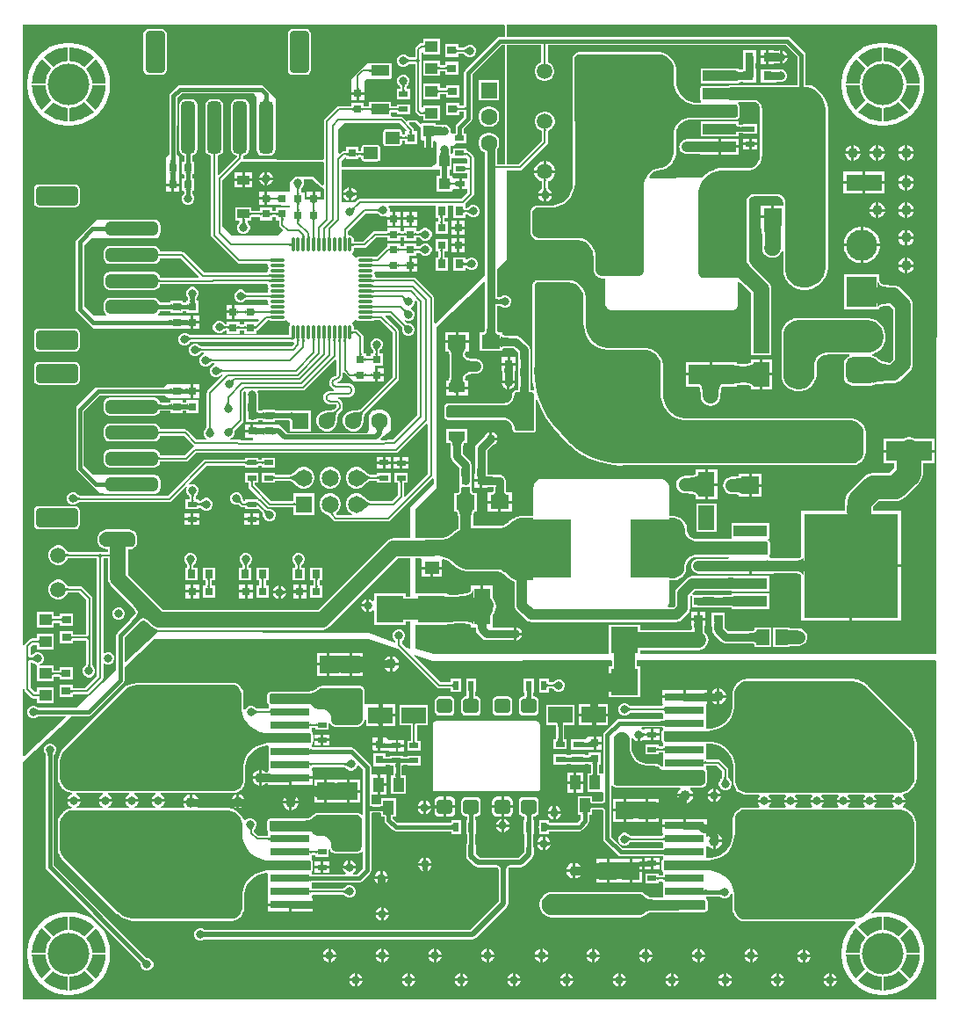
<source format=gtl>
G04*
G04 #@! TF.GenerationSoftware,Altium Limited,Altium Designer,21.3.2 (30)*
G04*
G04 Layer_Physical_Order=1*
G04 Layer_Color=255*
%FSTAX25Y25*%
%MOIN*%
G70*
G04*
G04 #@! TF.SameCoordinates,F2247190-6049-447B-BCC3-174C6299C890*
G04*
G04*
G04 #@! TF.FilePolarity,Positive*
G04*
G01*
G75*
%ADD15C,0.01000*%
%ADD20C,0.00800*%
%ADD21R,0.15000X0.03150*%
%ADD22R,0.17323X0.07480*%
%ADD23R,0.35827X0.39764*%
%ADD24R,0.12795X0.04331*%
%ADD25R,0.06299X0.13780*%
%ADD26R,0.16535X0.22047*%
%ADD27R,0.06496X0.12992*%
%ADD28R,0.06496X0.03740*%
%ADD29R,0.03150X0.03150*%
%ADD30R,0.07150X0.05350*%
%ADD31R,0.05512X0.04724*%
%ADD32R,0.09843X0.09843*%
%ADD33R,0.03543X0.02165*%
G04:AMPARAMS|DCode=34|XSize=51.18mil|YSize=196.85mil|CornerRadius=12.8mil|HoleSize=0mil|Usage=FLASHONLY|Rotation=90.000|XOffset=0mil|YOffset=0mil|HoleType=Round|Shape=RoundedRectangle|*
%AMROUNDEDRECTD34*
21,1,0.05118,0.17126,0,0,90.0*
21,1,0.02559,0.19685,0,0,90.0*
1,1,0.02559,0.08563,0.01280*
1,1,0.02559,0.08563,-0.01280*
1,1,0.02559,-0.08563,-0.01280*
1,1,0.02559,-0.08563,0.01280*
%
%ADD34ROUNDEDRECTD34*%
G04:AMPARAMS|DCode=35|XSize=70.87mil|YSize=157.48mil|CornerRadius=8.86mil|HoleSize=0mil|Usage=FLASHONLY|Rotation=90.000|XOffset=0mil|YOffset=0mil|HoleType=Round|Shape=RoundedRectangle|*
%AMROUNDEDRECTD35*
21,1,0.07087,0.13976,0,0,90.0*
21,1,0.05315,0.15748,0,0,90.0*
1,1,0.01772,0.06988,0.02657*
1,1,0.01772,0.06988,-0.02657*
1,1,0.01772,-0.06988,-0.02657*
1,1,0.01772,-0.06988,0.02657*
%
%ADD35ROUNDEDRECTD35*%
%ADD36R,0.03150X0.03150*%
%ADD37R,0.06693X0.06693*%
%ADD38R,0.03937X0.05512*%
%ADD39R,0.02165X0.03543*%
G04:AMPARAMS|DCode=40|XSize=55.51mil|YSize=57.87mil|CornerRadius=6.94mil|HoleSize=0mil|Usage=FLASHONLY|Rotation=270.000|XOffset=0mil|YOffset=0mil|HoleType=Round|Shape=RoundedRectangle|*
%AMROUNDEDRECTD40*
21,1,0.05551,0.04400,0,0,270.0*
21,1,0.04163,0.05787,0,0,270.0*
1,1,0.01388,-0.02200,-0.02082*
1,1,0.01388,-0.02200,0.02082*
1,1,0.01388,0.02200,0.02082*
1,1,0.01388,0.02200,-0.02082*
%
%ADD40ROUNDEDRECTD40*%
%ADD41R,0.09252X0.06102*%
%ADD42R,0.03150X0.03347*%
%ADD43O,0.01181X0.05709*%
%ADD44O,0.05709X0.01181*%
%ADD45R,0.04500X0.03583*%
G04:AMPARAMS|DCode=46|XSize=70.87mil|YSize=157.48mil|CornerRadius=8.86mil|HoleSize=0mil|Usage=FLASHONLY|Rotation=0.000|XOffset=0mil|YOffset=0mil|HoleType=Round|Shape=RoundedRectangle|*
%AMROUNDEDRECTD46*
21,1,0.07087,0.13976,0,0,0.0*
21,1,0.05315,0.15748,0,0,0.0*
1,1,0.01772,0.02657,-0.06988*
1,1,0.01772,-0.02657,-0.06988*
1,1,0.01772,-0.02657,0.06988*
1,1,0.01772,0.02657,0.06988*
%
%ADD46ROUNDEDRECTD46*%
G04:AMPARAMS|DCode=47|XSize=51.18mil|YSize=196.85mil|CornerRadius=12.8mil|HoleSize=0mil|Usage=FLASHONLY|Rotation=0.000|XOffset=0mil|YOffset=0mil|HoleType=Round|Shape=RoundedRectangle|*
%AMROUNDEDRECTD47*
21,1,0.05118,0.17126,0,0,0.0*
21,1,0.02559,0.19685,0,0,0.0*
1,1,0.02559,0.01280,-0.08563*
1,1,0.02559,-0.01280,-0.08563*
1,1,0.02559,-0.01280,0.08563*
1,1,0.02559,0.01280,0.08563*
%
%ADD47ROUNDEDRECTD47*%
%ADD48R,0.03937X0.03937*%
%ADD49R,0.03347X0.03150*%
%ADD50R,0.04724X0.04331*%
%ADD51R,0.06693X0.03937*%
G04:AMPARAMS|DCode=52|XSize=55.12mil|YSize=47.24mil|CornerRadius=3.54mil|HoleSize=0mil|Usage=FLASHONLY|Rotation=0.000|XOffset=0mil|YOffset=0mil|HoleType=Round|Shape=RoundedRectangle|*
%AMROUNDEDRECTD52*
21,1,0.05512,0.04016,0,0,0.0*
21,1,0.04803,0.04724,0,0,0.0*
1,1,0.00709,0.02402,-0.02008*
1,1,0.00709,-0.02402,-0.02008*
1,1,0.00709,-0.02402,0.02008*
1,1,0.00709,0.02402,0.02008*
%
%ADD52ROUNDEDRECTD52*%
%ADD53C,0.05906*%
%ADD54R,0.06102X0.09252*%
%ADD55R,0.12638X0.04134*%
%ADD56R,0.04724X0.05906*%
%ADD57R,0.12402X0.09843*%
%ADD58R,0.13780X0.06299*%
%ADD59R,0.09843X0.09843*%
%ADD114C,0.09000*%
%ADD115C,0.03000*%
%ADD116R,0.32638X0.39646*%
%ADD117R,0.33307X0.41457*%
%ADD118C,0.07000*%
%ADD119C,0.01500*%
%ADD120C,0.04000*%
%ADD121C,0.06000*%
%ADD122C,0.07874*%
%ADD123C,0.05000*%
%ADD124C,0.01968*%
%ADD125C,0.02000*%
G04:AMPARAMS|DCode=126|XSize=98.43mil|YSize=118.11mil|CornerRadius=24.61mil|HoleSize=0mil|Usage=FLASHONLY|Rotation=90.000|XOffset=0mil|YOffset=0mil|HoleType=Round|Shape=RoundedRectangle|*
%AMROUNDEDRECTD126*
21,1,0.09843,0.06890,0,0,90.0*
21,1,0.04921,0.11811,0,0,90.0*
1,1,0.04921,0.03445,0.02461*
1,1,0.04921,0.03445,-0.02461*
1,1,0.04921,-0.03445,-0.02461*
1,1,0.04921,-0.03445,0.02461*
%
%ADD126ROUNDEDRECTD126*%
%ADD127O,0.11811X0.09843*%
%ADD128C,0.06496*%
%ADD129R,0.06496X0.06496*%
G04:AMPARAMS|DCode=130|XSize=76.77mil|YSize=76.77mil|CornerRadius=19.19mil|HoleSize=0mil|Usage=FLASHONLY|Rotation=270.000|XOffset=0mil|YOffset=0mil|HoleType=Round|Shape=RoundedRectangle|*
%AMROUNDEDRECTD130*
21,1,0.07677,0.03839,0,0,270.0*
21,1,0.03839,0.07677,0,0,270.0*
1,1,0.03839,-0.01919,-0.01919*
1,1,0.03839,-0.01919,0.01919*
1,1,0.03839,0.01919,0.01919*
1,1,0.03839,0.01919,-0.01919*
%
%ADD130ROUNDEDRECTD130*%
%ADD131C,0.07677*%
%ADD132R,0.06299X0.06299*%
%ADD133C,0.06299*%
%ADD134R,0.06299X0.06299*%
%ADD135R,0.11811X0.11811*%
%ADD136C,0.11811*%
%ADD137C,0.09000*%
%ADD138C,0.15748*%
%ADD139C,0.03937*%
%ADD140C,0.03150*%
%ADD141C,0.02598*%
G36*
X0682004Y0773153D02*
X0682016Y0773019D01*
X0682036Y0772898D01*
X0682064Y077279D01*
X06821Y0772695D01*
X0682144Y0772613D01*
X0682196Y0772545D01*
X0682256Y0772489D01*
X0682324Y0772447D01*
X06824Y0772418D01*
X06808D01*
X0680876Y0772447D01*
X0680944Y0772489D01*
X0681004Y0772545D01*
X0681056Y0772613D01*
X06811Y0772695D01*
X0681136Y077279D01*
X0681164Y0772898D01*
X0681184Y0773019D01*
X0681196Y0773153D01*
X06812Y0773301D01*
X0682D01*
X0682004Y0773153D01*
D02*
G37*
G36*
X0830539Y0786846D02*
X08304Y05486D01*
X0717821D01*
Y0549991D01*
X0739848D01*
X0740342Y0550056D01*
X0740836Y0550121D01*
X0741758Y0550503D01*
X0742549Y055111D01*
X0742738Y0551299D01*
X0743345Y055209D01*
X0743727Y0553011D01*
X0743857Y0554D01*
X0743727Y0554989D01*
X0743345Y055591D01*
X0742738Y0556701D01*
X0742369Y0556984D01*
Y0559185D01*
X0742375Y0559323D01*
X074271D01*
Y0561397D01*
X0740037D01*
X0737364D01*
Y0559323D01*
X0737626D01*
X073769Y0558131D01*
X0737302Y0557631D01*
X0717821D01*
Y0559732D01*
X0705979D01*
Y05486D01*
X0639654D01*
X0632424Y0550556D01*
Y055933D01*
X0632665Y055973D01*
X0644508D01*
Y0559984D01*
X0649845Y0560227D01*
X0651343Y0560127D01*
X0652285Y0560006D01*
X0653033Y0559863D01*
X0653567Y0559708D01*
X0653649Y055967D01*
Y0558732D01*
X0655462D01*
X0655467Y055866D01*
Y0557957D01*
X0655644Y0557065D01*
X065615Y0556308D01*
X0657907Y0554551D01*
X0658664Y0554045D01*
X0659556Y0553868D01*
X0669389D01*
X0669505Y0553801D01*
X0669999Y0553668D01*
Y05562D01*
Y0558732D01*
X0669505Y0558599D01*
X0669389Y0558532D01*
X0662365D01*
X0661948Y0558732D01*
Y0562996D01*
X0662057Y0563128D01*
X0662638Y0564215D01*
X0662996Y0565395D01*
X0663116Y0566622D01*
X0663132D01*
X066295Y0568002D01*
X0662417Y0569288D01*
X0661948Y05699D01*
Y0574512D01*
X0658299D01*
Y0566622D01*
X0657299D01*
Y0574512D01*
X0653649D01*
Y0572793D01*
X0653626Y0572743D01*
X0653317Y0572398D01*
X0652824Y0572058D01*
X0652127Y0571741D01*
X0651225Y0571466D01*
X0650135Y0571248D01*
X0647749Y0571026D01*
X0645779Y0571056D01*
X0644508Y0571143D01*
Y0571572D01*
X0632665D01*
X0632424Y0571973D01*
Y0584849D01*
X0634641D01*
X0635017Y0584551D01*
X0635017Y0584349D01*
Y0581689D01*
X0638773D01*
X0642529D01*
Y0584243D01*
X0642983Y0584662D01*
X0643213Y0584616D01*
X0644871Y058393D01*
X0646379Y0582922D01*
X0647046Y0582318D01*
X0647554Y0581809D01*
X064762Y0581765D01*
X0647676Y0581709D01*
X0648906Y0580887D01*
X0648979Y0580857D01*
X0649045Y0580813D01*
X0650412Y0580247D01*
X0650489Y0580232D01*
X0650562Y0580201D01*
X0652013Y0579913D01*
X0652093D01*
X065217Y0579897D01*
X065291D01*
X0663679Y0579897D01*
X0664026Y057988D01*
X0664726Y0579741D01*
X0665367Y0579475D01*
X066596Y0579079D01*
X0666217Y0578846D01*
X0667531Y0577532D01*
X0667531Y0577532D01*
X0667864Y0577199D01*
X066793Y0577155D01*
X0667986Y05771D01*
X0668769Y0576577D01*
X0668842Y0576546D01*
X0668907Y0576502D01*
X0669777Y0576142D01*
X0669855Y0576126D01*
X0669928Y0576096D01*
X0670181Y0576046D01*
Y0567008D01*
X0670181Y0567008D01*
X0670276Y056628D01*
X0670557Y0565602D01*
X0671004Y056502D01*
X0674512Y0561512D01*
X0674512Y0561512D01*
X0675094Y0561065D01*
X0675772Y0560784D01*
X06765Y0560688D01*
X06765Y0560689D01*
X0731657D01*
X0731657Y0560688D01*
X0732384Y0560784D01*
X0733063Y0561065D01*
X0733645Y0561512D01*
X0735988Y0563855D01*
X0735988Y0563855D01*
X0736435Y0564437D01*
X0736716Y0565115D01*
X0736811Y0565843D01*
Y0570456D01*
X0737092Y0570675D01*
X0737141Y0570669D01*
X0737576Y0570459D01*
Y0568816D01*
X0737531Y056859D01*
X0737576Y0568365D01*
Y0566228D01*
X0741681D01*
X0741698Y0566225D01*
X0741706Y0566226D01*
X0741715Y0566225D01*
X074187Y0566228D01*
X0742497D01*
Y0566241D01*
X0743303Y0566258D01*
X0744983D01*
Y0566228D01*
X0745765D01*
X0745782Y0566225D01*
X0745788Y0566226D01*
X0745793Y0566225D01*
X0745809Y0566228D01*
X0749087D01*
X0749104Y0566225D01*
X0749113Y0566226D01*
X0749121Y0566225D01*
X0749277Y0566228D01*
X0749904D01*
Y0566241D01*
X0750709Y0566258D01*
X0751279D01*
X0751772Y0566231D01*
X0752114Y0566191D01*
X0752387Y0566143D01*
X0752512Y0566109D01*
Y0565638D01*
X0753294D01*
X0753311Y0565634D01*
X0753328Y0565638D01*
X0766882D01*
Y0571543D01*
X0753328D01*
X0753311Y0571547D01*
X0753294Y0571543D01*
X0752512D01*
Y0571071D01*
X0752387Y0571038D01*
X0752132Y0570993D01*
X0751167Y0570923D01*
X0749904D01*
Y0570953D01*
X0749122D01*
X0749104Y0570956D01*
X0749099Y0570955D01*
X0749093Y0570956D01*
X0749078Y0570953D01*
X0745799D01*
X0745782Y0570956D01*
X0745774Y0570954D01*
X0745765Y0570956D01*
X074561Y0570953D01*
X0744983D01*
Y0570939D01*
X0744177Y0570923D01*
X0742497D01*
Y0570953D01*
X0741715D01*
X0741698Y0570956D01*
X0741692Y0570955D01*
X0741687Y0570956D01*
X0741671Y0570953D01*
X0737946Y0570953D01*
X0737914D01*
D01*
X0737891Y0570953D01*
X0737864Y0571018D01*
X0737684Y0571453D01*
X0738735Y0572504D01*
X0749864D01*
X0752277Y0572466D01*
X0752512Y057245D01*
Y0572331D01*
X0753294D01*
X0753311Y0572327D01*
X0753328Y0572331D01*
X0753349D01*
X0753363Y0572329D01*
X075337Y0572331D01*
X0766882D01*
Y0578236D01*
X0753328D01*
X0753311Y0578239D01*
X0753299Y0578237D01*
X0753287Y0578239D01*
X0753186Y0578236D01*
X0752512D01*
Y0578216D01*
X0749582Y0578126D01*
X0737571D01*
X0737571Y0578126D01*
X0736843Y0578031D01*
X0736165Y057775D01*
X0735583Y0577303D01*
X0732012Y0573732D01*
X0731565Y057315D01*
X0731284Y0572472D01*
X0731188Y0571744D01*
X0731189Y0571744D01*
Y0567008D01*
X0730492Y0566311D01*
X0728614D01*
X0728361Y0566811D01*
X0728525Y0567034D01*
X0728866Y0567764D01*
X0729058Y0568545D01*
X0729075Y0568947D01*
X0729075Y0568947D01*
Y0575997D01*
X0729075Y0576497D01*
X0730722D01*
X07308Y0576513D01*
X0730879D01*
X073171Y0576678D01*
X0731783Y0576708D01*
X073186Y0576723D01*
X0732643Y0577048D01*
X0732709Y0577092D01*
X0732782Y0577122D01*
X0733486Y0577592D01*
X0733542Y0577648D01*
X0733607Y0577692D01*
X0734206Y0578291D01*
X073425Y0578357D01*
X0734306Y0578413D01*
X0734777Y0579117D01*
X0734807Y057919D01*
X0734851Y0579256D01*
X0735175Y0580038D01*
X0735191Y0580116D01*
X0735221Y0580189D01*
X0735386Y058102D01*
Y0581099D01*
X0735402Y0581177D01*
Y058158D01*
X073542Y0581952D01*
X0735569Y0582701D01*
X0735853Y0583388D01*
X0736267Y0584006D01*
X0736792Y0584532D01*
X0737411Y0584945D01*
X0738098Y058523D01*
X0738846Y0585379D01*
X0739218Y0585397D01*
X0751545D01*
X0751934Y0584909D01*
X0751906Y0584801D01*
X0750144Y058469D01*
X0740037D01*
X0739309Y0584595D01*
X0738631Y0584314D01*
X0738049Y0583867D01*
X0737602Y0583285D01*
X0737321Y0582607D01*
X0737225Y0581879D01*
X0737321Y0581151D01*
X0737602Y0580473D01*
X0738049Y0579891D01*
X0738631Y0579444D01*
X0739309Y0579163D01*
X0740037Y0579068D01*
X0751152D01*
X0752299Y0579062D01*
X0752299Y0579062D01*
Y0578811D01*
X0759197D01*
Y0581976D01*
X0760197D01*
Y0578811D01*
X0767095D01*
Y0579058D01*
X0769873Y0579165D01*
X0776303D01*
X0776701Y0579154D01*
X0777328Y0579099D01*
X077786Y0579011D01*
X0778296Y0578894D01*
X0778631Y0578757D01*
X0778868Y0578612D01*
X0778972Y0578516D01*
Y0561094D01*
X0797386D01*
Y0581976D01*
X0797886D01*
Y0582476D01*
X0816799D01*
Y0602858D01*
X0806372D01*
X0806314Y0604373D01*
X0808408Y0606467D01*
X0814527D01*
X0815907Y0606649D01*
X0817193Y0607182D01*
X0818298Y0608029D01*
X082357Y0613301D01*
X0824417Y0614406D01*
X082495Y0615692D01*
X0825132Y0617072D01*
Y0619203D01*
X0825151Y0620575D01*
X0825163Y062076D01*
X0829512D01*
Y0625D01*
X0819851D01*
X0810189D01*
Y062076D01*
X0814339D01*
X0814404Y0619219D01*
X0812318Y0617133D01*
X0806199D01*
X0804818Y0616951D01*
X0803532Y0616419D01*
X0802428Y0615571D01*
X0797156Y0610299D01*
X0796308Y0609194D01*
X0795775Y0607908D01*
X0795594Y0606528D01*
Y0604195D01*
X0795579Y0603036D01*
X0795568Y0602858D01*
X0778972D01*
Y0585436D01*
X0778868Y058534D01*
X0778631Y0585195D01*
X0778295Y0585058D01*
X077786Y0584942D01*
X0777328Y0584853D01*
X0776701Y0584798D01*
X0776303Y0584788D01*
X0769413D01*
X0767111Y0584817D01*
X0767095Y0584818D01*
Y0585142D01*
X0767035D01*
X0766816Y0585637D01*
X0766882Y0585716D01*
X0766882D01*
X0766977Y0586177D01*
X0767019Y058624D01*
X0767019Y058624D01*
X076714Y0586534D01*
X076714Y0586534D01*
X0767202Y0586841D01*
Y0590659D01*
X076714Y0590966D01*
X076714Y0590966D01*
X0767019Y059126D01*
X0767019Y059126D01*
X0766882Y0591465D01*
Y0591622D01*
X0766744D01*
X076662Y0591746D01*
X0766375Y0591909D01*
X0766366Y0591949D01*
X0766484Y0592409D01*
X0766882D01*
Y0598315D01*
X0752512D01*
Y0592603D01*
X0752512Y0592409D01*
X0752139Y0592103D01*
X0739214D01*
X073887Y059212D01*
X0738176Y0592258D01*
X0737541Y0592521D01*
X0736969Y0592903D01*
X0736483Y0593389D01*
X0736101Y0593961D01*
X0735838Y0594596D01*
X07357Y059529D01*
X0735683Y0595634D01*
Y0596056D01*
X0735667Y0596134D01*
Y0596213D01*
X0735495Y0597079D01*
X0735465Y0597152D01*
X0735449Y059723D01*
X0735111Y0598046D01*
X0735067Y0598112D01*
X0735037Y0598185D01*
X0734546Y059892D01*
X073449Y0598976D01*
X0734446Y0599041D01*
X0733821Y0599666D01*
X0733756Y059971D01*
X07337Y0599766D01*
X0732965Y0600257D01*
X0732892Y0600287D01*
X0732826Y0600331D01*
X073201Y0600669D01*
X0731932Y0600685D01*
X0731859Y0600715D01*
X0730993Y0600887D01*
X0730913D01*
X0730836Y0600903D01*
X0729075D01*
X0729075Y0600903D01*
Y0611181D01*
X0729075Y0611562D01*
X0728927Y0612309D01*
X0728635Y0613012D01*
X0728212Y0613645D01*
X0727674Y0614184D01*
X0727041Y0614607D01*
X0726337Y0614898D01*
X0725671Y0615031D01*
X072559Y0615047D01*
X072521Y0615047D01*
X0725209Y0615047D01*
X0725209Y0615047D01*
X0725209Y0615047D01*
X0684075Y0615047D01*
X0680638Y0615047D01*
X0680304Y061503D01*
X0679654Y0614865D01*
X0679049Y0614577D01*
X0678512Y0614177D01*
X0678063Y0613679D01*
X067772Y0613103D01*
X0677496Y0612471D01*
X0677423Y0611971D01*
X06774Y0611808D01*
X0677417Y0611474D01*
X0677417Y0611474D01*
Y0600903D01*
X0673327D01*
X0672655Y0600903D01*
X0672577Y0600887D01*
X0672498D01*
X0671179Y0600625D01*
X0671106Y0600595D01*
X0671028Y0600579D01*
X0669785Y0600065D01*
X066972Y0600021D01*
X0669647Y059999D01*
X0668528Y0599243D01*
X0668472Y0599187D01*
X0668406Y0599143D01*
X0667945Y0598682D01*
X0667568Y059834D01*
X0666707Y0597765D01*
X0665769Y0597376D01*
X0664753Y0597174D01*
X0664245Y0597149D01*
X0663791Y0597149D01*
X0654461Y0597149D01*
Y0599931D01*
X0654467Y0600244D01*
X0654511Y060088D01*
X0654582Y0601425D01*
X0654676Y0601874D01*
X0654788Y0602223D01*
X0654905Y0602467D01*
X0655009Y0602611D01*
X0655084Y0602675D01*
X0655139Y06027D01*
X0655291Y060272D01*
X0656011D01*
Y0603502D01*
X0656015Y060352D01*
X0656011Y0603537D01*
Y0609645D01*
X0654671D01*
X0654489Y0609664D01*
X0654418Y0609689D01*
X0654355Y0609731D01*
X0654279Y0609813D01*
X065419Y0609959D01*
X0654099Y0610183D01*
X0654017Y0610486D01*
X0653953Y0610867D01*
X0653913Y0611322D01*
X065391Y0611459D01*
X0653959Y0611959D01*
X0653959Y0611959D01*
Y0615867D01*
X0653962Y0615884D01*
X0653959Y0615901D01*
Y0615904D01*
X0653961Y0615921D01*
X0653959Y0615977D01*
Y0616683D01*
X0653926D01*
X0653854Y0618262D01*
Y0620277D01*
X0653676Y062117D01*
X0653171Y0621926D01*
X0650693Y0624404D01*
Y0627238D01*
X0650717Y062752D01*
X0650781Y0627903D01*
X0650863Y0628208D01*
X0650954Y0628433D01*
X0651044Y0628581D01*
X065112Y0628663D01*
X0651183Y0628705D01*
X0651254Y062873D01*
X0651321Y0628737D01*
X0652396D01*
Y0634052D01*
X0644325D01*
Y0628737D01*
X0645399D01*
X0645467Y062873D01*
X0645537Y0628705D01*
X06456Y0628663D01*
X0645676Y0628581D01*
X0645766Y0628433D01*
X0645858Y0628208D01*
X064594Y0627903D01*
X0646003Y062752D01*
X0646028Y0627238D01*
Y0623439D01*
X0646206Y0622546D01*
X0646711Y0621789D01*
X0649189Y0619311D01*
Y0614396D01*
X0649234Y0614171D01*
Y0611959D01*
X0649234Y0611959D01*
X0649234D01*
X0649283Y0611459D01*
X0649279Y0611322D01*
X0649239Y0610867D01*
X0649176Y0610486D01*
X0649094Y0610183D01*
X0649003Y0609959D01*
X0648913Y0609813D01*
X0648837Y0609731D01*
X0648774Y0609689D01*
X0648703Y0609664D01*
X0648522Y0609645D01*
X0647287D01*
Y0603537D01*
X0647283Y060352D01*
X0647287Y0603502D01*
Y060272D01*
X0648007D01*
X064816Y06027D01*
X0648214Y0602675D01*
X064829Y0602611D01*
X0648394Y0602467D01*
X064851Y0602223D01*
X0648622Y0601874D01*
X0648714Y0601438D01*
X0648832Y0600232D01*
X0648838Y0599931D01*
Y0596179D01*
X0648577Y0596071D01*
X0648511Y0596027D01*
X0648438Y0595997D01*
X0646975Y0595019D01*
X0646919Y0594963D01*
X0646853Y0594919D01*
X0646245Y0594311D01*
X0645836Y059394D01*
X0644903Y0593317D01*
X0643885Y0592895D01*
X0642784Y0592676D01*
X0642233Y0592649D01*
X0636585D01*
X0636277Y0592588D01*
X0636039Y0592489D01*
X0632424D01*
Y0603274D01*
X06407Y061155D01*
Y06726D01*
X0658482Y0689649D01*
X0658942Y0689453D01*
Y0682313D01*
Y0671962D01*
X0658917Y067168D01*
X0658854Y0671297D01*
X0658772Y0670992D01*
X065868Y0670766D01*
X065859Y0670619D01*
X0658514Y0670537D01*
X0658451Y0670495D01*
X0658381Y067047D01*
X0658313Y0670462D01*
X0656912D01*
Y0663538D01*
X066482D01*
X0664837Y0663534D01*
X0664854Y0663538D01*
X0665637D01*
Y0664257D01*
X0665646Y0664325D01*
X0665654Y0664334D01*
X0665727Y0664387D01*
X0665882Y066446D01*
X0666121Y0664536D01*
X0666428Y0664601D01*
X0667123Y0664668D01*
X0669777D01*
X0671502Y0662942D01*
Y0660906D01*
X0671473D01*
Y0660124D01*
X0671469Y0660106D01*
X067147Y0660101D01*
X0671469Y0660095D01*
X0671473Y0660079D01*
Y0656998D01*
X0671469Y0656981D01*
X0671471Y0656972D01*
X0671469Y0656964D01*
X0671473Y0656809D01*
Y0656181D01*
X0671486D01*
X0671502Y0655376D01*
Y0649217D01*
X067148Y064895D01*
X0671426Y0648605D01*
X0670903D01*
X0670902Y0648605D01*
X0670743Y0648605D01*
X0670436Y0648544D01*
X0670436Y0648544D01*
X0670436Y0648544D01*
X0670141Y0648422D01*
X067001Y0648335D01*
X066988Y0648248D01*
X0669655Y0648022D01*
X0669481Y0647762D01*
X0669358Y0647467D01*
X0669358Y0647467D01*
X0669358Y0647467D01*
X0669297Y064716D01*
X0669297Y064716D01*
X0669297Y064716D01*
X0669297Y064702D01*
X0669281Y0646687D01*
X0669147Y0646015D01*
X0668893Y06454D01*
X0668523Y0644847D01*
X0668053Y0644377D01*
X06675Y0644007D01*
X0666885Y0643753D01*
X0666213Y0643619D01*
X066588Y0643603D01*
X0645D01*
X0645Y0643603D01*
X0644881Y0643603D01*
X0644742Y0643575D01*
X0644573Y0643542D01*
X0644573Y0643542D01*
X0644353Y064345D01*
X0644092Y0643276D01*
X0643924Y0643108D01*
X064375Y0642847D01*
X064375Y0642847D01*
X0643658Y0642627D01*
X0643658Y0642626D01*
X064362Y0642436D01*
X0643597Y0642319D01*
X0643597Y0642319D01*
X0643597Y0642319D01*
X0643597Y06422D01*
X0643597Y06387D01*
X0643597Y06387D01*
X0643597Y0638601D01*
X0643658Y0638293D01*
X0643658Y0638293D01*
X0643734Y0638109D01*
X0643908Y0637849D01*
X0644049Y0637708D01*
X064431Y0637534D01*
X0644493Y0637458D01*
X0644493Y0637458D01*
X0644493Y0637458D01*
X0644648Y0637428D01*
X0644801Y0637397D01*
X0644801Y0637397D01*
X0644801Y0637397D01*
X06449Y0637397D01*
X066608Y0637397D01*
X0666403Y0637381D01*
X0666409Y063738D01*
X0666409D01*
X0666409Y063738D01*
X0667056Y0637252D01*
X0667652Y0637004D01*
X0668189Y0636646D01*
X0668646Y0636189D01*
X0669004Y0635652D01*
X0669251Y0635056D01*
X0669381Y0634403D01*
X0669397Y063408D01*
Y0633941D01*
X0669458Y0633634D01*
X066958Y063334D01*
X0669754Y0633079D01*
X0669754Y0633079D01*
X0669979Y0632854D01*
X067024Y063268D01*
X067024Y063268D01*
X0670534Y0632558D01*
X0670841Y0632497D01*
X067718D01*
X0677487Y0632558D01*
X0677634Y0632619D01*
X0677894Y0632793D01*
X0678007Y0632906D01*
X0678181Y0633166D01*
X0678181Y0633167D01*
X0678183D01*
Y0633172D01*
X0678242Y0633313D01*
X0678242Y0633313D01*
X0678303Y063362D01*
Y0644814D01*
X0678796Y0644895D01*
X067914Y0643871D01*
X0679159Y0643837D01*
X0679168Y0643799D01*
X0680434Y0640971D01*
X0680457Y0640939D01*
X068047Y0640901D01*
X0682003Y0638208D01*
X0682029Y0638179D01*
X0682045Y0638143D01*
X0683831Y0635611D01*
X068386Y0635584D01*
X0683879Y063555D01*
X0684891Y0634376D01*
X0684897Y0634371D01*
X06849Y0634365D01*
X069Y0628665D01*
X0690024Y0628647D01*
X069004Y0628623D01*
X0691102Y0627596D01*
X0691136Y0627574D01*
X0691162Y0627543D01*
X069348Y062571D01*
X0693516Y0625692D01*
X0693545Y0625664D01*
X0696034Y0624072D01*
X0696071Y0624057D01*
X0696103Y0624032D01*
X0698738Y0622696D01*
X0698777Y0622685D01*
X0698812Y0622663D01*
X0701567Y0621596D01*
X0701607Y0621589D01*
X0701643Y0621571D01*
X0704491Y0620785D01*
X0704531Y0620782D01*
X0704569Y0620767D01*
X0707481Y0620269D01*
X0707522Y062027D01*
X0707561Y062026D01*
X0710508Y0620054D01*
X0710549Y0620059D01*
X0710589Y0620053D01*
X0712053Y0620097D01*
X0798578D01*
X0798655Y0620113D01*
X0798734D01*
X0799623Y0620289D01*
X0799696Y062032D01*
X0799774Y0620335D01*
X0800611Y0620682D01*
X0800677Y0620726D01*
X080075Y0620756D01*
X0801503Y0621259D01*
X0801559Y0621315D01*
X0801625Y0621359D01*
X0802265Y0622D01*
X0802309Y0622066D01*
X0802365Y0622122D01*
X0802869Y0622875D01*
X0802899Y0622948D01*
X0802943Y0623014D01*
X080329Y0623851D01*
X0803305Y0623928D01*
X0803335Y0624002D01*
X0803512Y062489D01*
Y0624969D01*
X0803527Y0625047D01*
Y06255D01*
X0803528Y06255D01*
X0803528Y06322D01*
X0803528Y0632683D01*
X0803512Y063276D01*
X0803512Y0632839D01*
X0803324Y0633786D01*
X0803294Y0633859D01*
X0803278Y0633937D01*
X0802909Y0634828D01*
X0802865Y0634894D01*
X0802835Y0634967D01*
X0802298Y063577D01*
X0802242Y0635826D01*
X0802199Y0635891D01*
X0801516Y0636574D01*
X080145Y0636618D01*
X0801394Y0636674D01*
X0800592Y063721D01*
X0800519Y063724D01*
X0800453Y0637284D01*
X0799561Y0637653D01*
X0799484Y0637669D01*
X0799411Y0637699D01*
X0798464Y0637887D01*
X0798385D01*
X0798307Y0637903D01*
X0797825Y0637903D01*
X0797825Y0637903D01*
X0735718D01*
X0734817Y0637947D01*
X073303Y0638303D01*
X0731365Y0638992D01*
X0729867Y0639993D01*
X0728592Y0641268D01*
X0727591Y0642766D01*
X0726901Y0644431D01*
X0726546Y0646218D01*
X0726502Y064712D01*
Y06578D01*
Y0658386D01*
X0726486Y0658464D01*
Y0658543D01*
X0726257Y0659693D01*
X0726227Y0659766D01*
X0726212Y0659843D01*
X0725763Y0660926D01*
X0725719Y0660992D01*
X0725689Y0661065D01*
X0725038Y066204D01*
X0724982Y0662096D01*
X0724938Y0662162D01*
X0724109Y0662991D01*
X0724043Y0663034D01*
X0723987Y066309D01*
X0723012Y0663742D01*
X0722939Y0663772D01*
X0722873Y0663816D01*
X072179Y0664265D01*
X0721713Y066428D01*
X072164Y066431D01*
X072049Y0664539D01*
X0720411D01*
X0720333Y0664554D01*
X0706427D01*
X0705526Y0664599D01*
X0703739Y0664954D01*
X0702074Y0665644D01*
X0700576Y0666645D01*
X0699301Y0667919D01*
X06983Y0669418D01*
X069761Y0671083D01*
X0697255Y067287D01*
X0697211Y0673771D01*
Y0683997D01*
X0697195Y0684075D01*
Y0684154D01*
X0696956Y0685355D01*
X0696926Y0685428D01*
X0696911Y0685505D01*
X0696442Y0686636D01*
X0696398Y0686702D01*
X0696368Y0686775D01*
X0695688Y0687793D01*
X0695632Y0687849D01*
X0695588Y0687915D01*
X0694722Y068878D01*
X0694657Y0688824D01*
X0694601Y068888D01*
X0693583Y068956D01*
X069351Y0689591D01*
X0693444Y0689634D01*
X0692313Y0690103D01*
X0692235Y0690118D01*
X0692162Y0690149D01*
X0690962Y0690387D01*
X0690883D01*
X0690805Y0690403D01*
X0678869D01*
X0678562Y0690342D01*
X0678074Y069014D01*
X0677814Y0689966D01*
X0677498Y068965D01*
X0677412D01*
Y0689549D01*
X0677266Y0689332D01*
X0677064Y0688844D01*
X0677003Y0688537D01*
Y0688273D01*
X0677003Y0657825D01*
X0676907Y0656304D01*
X0676912Y0656265D01*
X0676906Y0656227D01*
X067701Y0653129D01*
X0677019Y0653091D01*
X0677017Y0653052D01*
X067742Y0649979D01*
X0677433Y0649942D01*
X0677434Y0649903D01*
X0677655Y0648949D01*
X0677478Y0648733D01*
X0677231Y0648563D01*
X0677161Y0648577D01*
X0677017Y0648605D01*
X0677017Y0648605D01*
X0677017Y0648605D01*
X0676897Y0648605D01*
X0676249D01*
X0676192Y0648952D01*
X0676167Y0649234D01*
Y0656181D01*
X0676197D01*
Y0656963D01*
X06762Y0656981D01*
X0676199Y0656986D01*
X06762Y0656992D01*
X0676197Y0657008D01*
Y0660089D01*
X06762Y0660106D01*
X0676199Y0660115D01*
X06762Y0660123D01*
X0676197Y0660278D01*
Y0660906D01*
X0676184D01*
X0676167Y0661711D01*
Y0663908D01*
X0675989Y0664801D01*
X0675484Y0665557D01*
X0672392Y0668649D01*
X0671635Y0669155D01*
X0670743Y0669332D01*
X0667035D01*
X0666836Y0669346D01*
X0666441Y0669397D01*
X0666121Y0669464D01*
X0665882Y066954D01*
X0665727Y0669613D01*
X0665654Y0669666D01*
X0665646Y0669675D01*
X0665637Y0669742D01*
Y0670462D01*
X0664854D01*
X0664837Y0670466D01*
X066482Y0670462D01*
X0664235D01*
X0664168Y067047D01*
X0664097Y0670495D01*
X0664034Y0670537D01*
X0663958Y0670619D01*
X0663868Y0670766D01*
X0663777Y0670992D01*
X0663695Y0671297D01*
X0663631Y067168D01*
X0663606Y0671962D01*
Y0680662D01*
X0664579Y0680727D01*
X0664606Y0680722D01*
X0664675Y0680704D01*
X0664728Y0680687D01*
X0664765Y068067D01*
X0664788Y0680658D01*
X0664798Y068065D01*
X0664838Y0680615D01*
X0664888Y0680585D01*
X0665162Y0680311D01*
X066603Y0679951D01*
X066697D01*
X0667838Y0680311D01*
X0668503Y0680975D01*
X0668862Y0681843D01*
Y0682783D01*
X0668503Y0683651D01*
X0667838Y0684316D01*
X066697Y0684676D01*
X066603D01*
X0665162Y0684316D01*
X0664888Y0684042D01*
X0664838Y0684012D01*
X0664798Y0683976D01*
X0664788Y0683969D01*
X0664765Y0683956D01*
X0664728Y068394D01*
X0664675Y0683922D01*
X0664606Y0683905D01*
X0664531Y0683891D01*
X0664492Y0683888D01*
X0663702Y0683915D01*
X0663606Y0683924D01*
Y0694563D01*
X06674Y06982D01*
Y0731933D01*
X0672144D01*
X0672144Y0731933D01*
X0672607Y0732025D01*
X0673Y0732288D01*
X0682556Y0741844D01*
X0682819Y0742237D01*
X0682911Y07427D01*
X0682911Y07427D01*
Y0747005D01*
X0682913Y0747028D01*
X0683144Y074709D01*
X0683996Y0747583D01*
X0684693Y0748279D01*
X0685185Y0749132D01*
X068544Y0750083D01*
Y0751068D01*
X0685185Y0752019D01*
X0684693Y0752872D01*
X0683996Y0753568D01*
X0683144Y0754061D01*
X0682192Y0754316D01*
X0681208D01*
X0680256Y0754061D01*
X0679403Y0753568D01*
X0678707Y0752872D01*
X0678215Y0752019D01*
X067796Y0751068D01*
Y0750083D01*
X0678215Y0749132D01*
X0678707Y0748279D01*
X0679403Y0747583D01*
X0680256Y074709D01*
X0680487Y0747028D01*
X0680489Y0747005D01*
Y0743201D01*
X0671642Y0734354D01*
X06674D01*
Y07727D01*
Y0779432D01*
X0680389D01*
Y0773146D01*
X0680387Y0773123D01*
X0680156Y0773061D01*
X0679304Y0772568D01*
X0678607Y0771872D01*
X0678115Y0771019D01*
X067786Y0770068D01*
Y0769083D01*
X0678115Y0768132D01*
X0678607Y0767279D01*
X0679304Y0766583D01*
X0680156Y076609D01*
X0681108Y0765835D01*
X0682092D01*
X0683044Y076609D01*
X0683896Y0766583D01*
X0684593Y0767279D01*
X0685085Y0768132D01*
X068534Y0769083D01*
Y0770068D01*
X0685085Y0771019D01*
X0684593Y0771872D01*
X0683896Y0772568D01*
X0683044Y0773061D01*
X0682813Y0773123D01*
X0682811Y0773146D01*
Y0779432D01*
X0773086D01*
X0777432Y0775086D01*
Y0764403D01*
X0752383Y0764403D01*
X0752383Y0764403D01*
X0752316Y0764403D01*
X0752238Y0764387D01*
X0752159Y0764387D01*
X0752027Y0764361D01*
X0751954Y0764331D01*
X0751876Y0764316D01*
X0751752Y0764264D01*
X0751686Y076422D01*
X0751613Y076419D01*
X0751501Y0764115D01*
X0751454Y0764067D01*
X0751416Y0764042D01*
X075135Y0764011D01*
X0751298Y0763998D01*
X0751225Y0763994D01*
X0751179Y0763999D01*
X0751139Y0763995D01*
X07511Y0764003D01*
X07415D01*
X0741211Y0763945D01*
X0740894D01*
Y076371D01*
X0740758Y0763507D01*
X0740697Y07632D01*
Y0759D01*
X0740758Y0758693D01*
X0740894Y075849D01*
Y0758237D01*
X0741012D01*
X074105Y0758203D01*
X0740861Y0757703D01*
X073952D01*
X0738736Y0757741D01*
X073718Y0758051D01*
X0735732Y075865D01*
X0734429Y0759521D01*
X0733321Y0760629D01*
X0732451Y0761932D01*
X0731851Y076338D01*
X0731541Y0764936D01*
X0731503Y076572D01*
X0731503Y07699D01*
X0731503Y0770501D01*
X0731487Y0770578D01*
Y0770657D01*
X0731253Y0771836D01*
X0731223Y0771909D01*
X0731207Y0771986D01*
X0730747Y0773097D01*
X0730703Y0773162D01*
X0730673Y0773236D01*
X0730006Y0774234D01*
X072995Y0774291D01*
X0729906Y0774356D01*
X0729056Y0775206D01*
X072899Y077525D01*
X0728934Y0775306D01*
X0727935Y0775973D01*
X0727862Y0776003D01*
X0727796Y0776047D01*
X0726686Y0776507D01*
X0726609Y0776522D01*
X0726536Y0776553D01*
X0725357Y0776787D01*
X0725278Y0776787D01*
X07252Y0776802D01*
X0724602Y0776802D01*
X07246Y0776803D01*
X069512Y0776803D01*
X0694742Y0776822D01*
X0694742D01*
X0694742Y0776822D01*
X0694568Y0776796D01*
X0694432Y0776776D01*
X0694432Y0776776D01*
X0694432Y0776776D01*
X0693682Y0776508D01*
X0693682Y0776508D01*
X0693682Y0776508D01*
X0693549Y0776429D01*
X0693413Y0776348D01*
X0693413Y0776348D01*
X0693413Y0776347D01*
X0692822Y0775813D01*
X0692822Y0775813D01*
X0692822Y0775813D01*
X0692736Y0775696D01*
X0692674Y0775614D01*
X0692646D01*
Y0775575D01*
X0692635Y0775562D01*
X0692635Y0775562D01*
X0692332Y077492D01*
X06923Y0774794D01*
X069226Y0774672D01*
X0692203Y0774195D01*
X0692207Y0774146D01*
X0692197Y0774098D01*
X0692199Y0773598D01*
X0692314Y072796D01*
X0692317Y0727945D01*
X0692315Y072793D01*
X0692349Y0727079D01*
X0692169Y0725409D01*
X0691672Y0723825D01*
X0690875Y0722368D01*
X068981Y0721095D01*
X0688517Y0720053D01*
X0687045Y0719285D01*
X0685433Y0718812D01*
X0684645Y0718703D01*
X06791Y0718703D01*
X0678672Y0718703D01*
X0678672Y0718703D01*
X0678672Y0718703D01*
X067855Y0718679D01*
X0678365Y0718642D01*
X0678365Y0718642D01*
X0677575Y0718315D01*
X0677575Y0718315D01*
X0677575Y0718314D01*
X067747Y0718245D01*
X0677314Y071814D01*
X0677314Y071814D01*
X067671Y0717535D01*
X0676709Y0717535D01*
X0676709Y0717535D01*
X067664Y0717432D01*
X0676535Y0717275D01*
X0676535Y0717275D01*
X0676234Y0716546D01*
X0676207Y0716413D01*
X0676174Y0716281D01*
X0676148Y0715792D01*
X0676151Y0715771D01*
X0676147Y071575D01*
X0676147Y0709057D01*
X0676107Y0708615D01*
X067614Y0708303D01*
X0676425Y0707387D01*
X0676575Y0707112D01*
X0677189Y0706375D01*
X0677433Y0706178D01*
X0677433Y0706178D01*
X0678282Y0705732D01*
X0678583Y0705644D01*
X0679061Y0705601D01*
X0679097Y0705604D01*
X0679133Y0705597D01*
X069388D01*
X0694488Y0705567D01*
X0695698Y0705327D01*
X0696819Y0704862D01*
X0697829Y0704187D01*
X0698688Y0703329D01*
X0699362Y0702319D01*
X0699827Y0701198D01*
X0700067Y0699988D01*
X0700097Y069938D01*
Y06946D01*
X0700097Y0694324D01*
X0700113Y0694247D01*
X0700112Y0694168D01*
X070022Y0693627D01*
X070025Y0693554D01*
X0700266Y0693476D01*
X0700477Y0692967D01*
X0700521Y0692901D01*
X0700551Y0692828D01*
X0700857Y0692369D01*
X0700913Y0692313D01*
X0700957Y0692247D01*
X0701347Y0691857D01*
X0701413Y0691813D01*
X0701469Y0691757D01*
X0701928Y0691451D01*
X0702001Y0691421D01*
X0702066Y0691377D01*
X0702576Y0691166D01*
X0702654Y069115D01*
X0702727Y069112D01*
X0703268Y0691013D01*
X0703347Y0691013D01*
X0703424Y0690997D01*
X07037Y0690997D01*
X0704694D01*
Y0681812D01*
X0704694Y0681812D01*
X0704674Y0681535D01*
X0704742Y0680985D01*
X0704917Y0680458D01*
X0705191Y0679976D01*
X0705554Y0679556D01*
X0705992Y0679215D01*
X0706488Y0678967D01*
X0707023Y0678819D01*
X07073Y0678799D01*
X0752801D01*
X0753219Y0678799D01*
X0753991Y0679119D01*
X0754582Y067971D01*
X0754901Y0680482D01*
X0754901Y06809D01*
X0754901Y06875D01*
Y0689626D01*
X0755355Y0689836D01*
X0755942Y0689339D01*
X075644Y0688858D01*
X076008Y0685218D01*
Y0673852D01*
X0760075Y0672612D01*
X0760061D01*
Y067183D01*
X0760058Y0671812D01*
X0760061Y0671795D01*
Y0661785D01*
X0767739D01*
Y0671795D01*
X0767742Y0671812D01*
X0767741Y0671815D01*
X0767742Y0671818D01*
X0767739Y067234D01*
Y0672612D01*
X0767737D01*
X076772Y0675173D01*
Y0686801D01*
X076759Y0687789D01*
X0767208Y0688711D01*
X0766601Y0689502D01*
X0762215Y0693889D01*
X0760355Y0695891D01*
X075954Y0696908D01*
X0759103Y0697536D01*
X0759103Y072026D01*
X0759137Y072061D01*
X0759419Y072129D01*
X075991Y0721781D01*
X076059Y0722063D01*
X0760939Y0722097D01*
X0769976D01*
X0770186Y0722087D01*
X0770304Y0722063D01*
X0770304D01*
X0770304Y0722063D01*
X0770608Y0722003D01*
X0770987Y0721846D01*
X0771328Y0721618D01*
X0771618Y0721328D01*
X0771846Y0720987D01*
X0772003Y0720608D01*
X0772087Y0720186D01*
X0772097Y071998D01*
Y0718649D01*
X07686D01*
Y0714303D01*
X07681D01*
Y0713803D01*
X0763754D01*
Y0709956D01*
X0764078D01*
X076428Y0706335D01*
Y0703361D01*
X076418Y07026D01*
X076431Y0701611D01*
X0764692Y070069D01*
X0765299Y0699899D01*
X076609Y0699292D01*
X0767011Y069891D01*
X0768Y069878D01*
X0768989Y069891D01*
X076991Y0699292D01*
X0770701Y0699899D01*
X0770801Y0699999D01*
X0771409Y070079D01*
X0771597Y0701246D01*
X0772097Y0701146D01*
X0772097Y0693917D01*
X0772113Y069384D01*
Y069376D01*
X0772386Y0692385D01*
X0772416Y0692312D01*
X0772432Y0692235D01*
X0772968Y0690939D01*
X0773012Y0690873D01*
X0773043Y06908D01*
X0773822Y0689635D01*
X0773877Y0689579D01*
X0773921Y0689513D01*
X0774913Y0688521D01*
X0774979Y0688478D01*
X0775035Y0688422D01*
X07762Y0687643D01*
X0776273Y0687612D01*
X0776339Y0687568D01*
X0777635Y0687032D01*
X0777712Y0687016D01*
X0777785Y0686986D01*
X077916Y0686713D01*
X077924D01*
X0779317Y0686697D01*
X0780018D01*
X0780018Y0686697D01*
X0780843Y0686697D01*
X0780921Y0686713D01*
X0781D01*
X0782619Y0687035D01*
X0782693Y0687065D01*
X078277Y068708D01*
X0784296Y0687712D01*
X0784361Y0687756D01*
X0784434Y0687786D01*
X0785807Y0688704D01*
X0785863Y068876D01*
X0785929Y0688803D01*
X0787097Y0689971D01*
X078714Y0690037D01*
X0787196Y0690093D01*
X0788114Y0691466D01*
X0788144Y0691538D01*
X0788188Y0691604D01*
X078882Y069313D01*
X0788835Y0693207D01*
X0788865Y069328D01*
X0789187Y06949D01*
Y0694979D01*
X0789203Y0695056D01*
X0789203Y0695882D01*
X0789203Y0754151D01*
X0789203Y0754152D01*
X0789203Y0755136D01*
X0789187Y0755214D01*
Y0755293D01*
X0788803Y0757225D01*
X0788773Y0757298D01*
X0788758Y0757376D01*
X0788004Y0759196D01*
X078796Y0759261D01*
X078793Y0759335D01*
X0786835Y0760972D01*
X0786779Y0761028D01*
X0786735Y0761094D01*
X0786039Y076179D01*
X0785102Y0762727D01*
X0785102Y0762727D01*
X0784759Y076307D01*
X0784693Y0763114D01*
X0784637Y076317D01*
X0783832Y0763708D01*
X0783759Y0763738D01*
X0783693Y0763782D01*
X0782798Y0764153D01*
X0782721Y0764168D01*
X0782648Y0764199D01*
X0781698Y0764388D01*
X0781619Y0764388D01*
X0781541Y0764403D01*
X0781068Y0764403D01*
X0780568Y0764428D01*
Y0775735D01*
X0780448Y0776335D01*
X0780108Y0776844D01*
X0774844Y0782108D01*
X0774335Y0782448D01*
X0773735Y0782568D01*
X06674D01*
Y07872D01*
X0830185D01*
X0830539Y0786846D01*
D02*
G37*
G36*
X0782491Y0763411D02*
X0783386Y076304D01*
X0784192Y0762502D01*
X0784534Y076216D01*
X0784534Y076216D01*
X0784534Y076216D01*
X0785471Y0761223D01*
X0786168Y0760526D01*
X0787262Y0758888D01*
X0788016Y0757068D01*
X07884Y0755136D01*
X07884Y0754152D01*
X07884D01*
X07884Y0754151D01*
X07884Y0695882D01*
X07884Y0695056D01*
X0788078Y0693437D01*
X0787446Y0691912D01*
X0786529Y0690539D01*
X0785361Y0689371D01*
X0783988Y0688454D01*
X0782463Y0687822D01*
X0780843Y06875D01*
X0780018Y06875D01*
X0780018Y06875D01*
X0780018Y06875D01*
X0779317D01*
X0777942Y0687774D01*
X0776646Y068831D01*
X0775481Y0689089D01*
X0774489Y0690081D01*
X077371Y0691246D01*
X0773174Y0692542D01*
X07729Y0693917D01*
Y0694618D01*
X07729Y072D01*
X0772886Y0720284D01*
X0772775Y0720842D01*
X0772557Y0721367D01*
X0772242Y072184D01*
X077184Y0722242D01*
X0771367Y0722557D01*
X0770842Y0722775D01*
X0770461Y0722851D01*
X0770284Y0722886D01*
X0770004Y07229D01*
X077Y07229D01*
X077Y07229D01*
X077Y07229D01*
X07609D01*
X0760393Y072285D01*
X0759455Y0722462D01*
X0758738Y0721744D01*
X075835Y0720807D01*
X07583Y07203D01*
X07583Y0697284D01*
X0758897Y0696427D01*
X0759747Y0695366D01*
X0761955Y0692988D01*
X0757712Y0688746D01*
X0756481Y0689935D01*
X0754987Y06912D01*
X07419D01*
X0741482Y06912D01*
X074071Y069152D01*
X074012Y069211D01*
X07398Y0692882D01*
X07398Y06933D01*
Y07225D01*
X07398Y0723436D01*
X0740165Y0725271D01*
X0740881Y0727D01*
X0741921Y0728556D01*
X0743244Y0729879D01*
X07448Y0730919D01*
X0746529Y0731635D01*
X0748364Y0732D01*
X07493Y0732D01*
X07493Y0732D01*
X07586D01*
X0759139Y0732026D01*
X0760197Y0732237D01*
X0761193Y0732649D01*
X0762089Y0733248D01*
X0762852Y0734011D01*
X0763451Y0734907D01*
X0763863Y0735903D01*
X0764074Y0736961D01*
X07641Y07375D01*
X07641Y07375D01*
Y0755678D01*
X0764085Y0755975D01*
X076397Y0756557D01*
X0763742Y0757106D01*
X0763413Y0757599D01*
X0762993Y0758019D01*
X07625Y0758349D01*
X0761951Y0758576D01*
X0761369Y0758691D01*
X0761072Y0758706D01*
X0751764Y0758706D01*
X0751677Y0758778D01*
X0751485Y0758894D01*
X0751274Y0758969D01*
X0751274Y0758969D01*
X0751052Y0759001D01*
X0750939Y0759D01*
X0750939Y0759D01*
X0750939Y0759D01*
X0750939Y0759D01*
X07415Y0759D01*
Y07632D01*
X07511D01*
X0751205Y076319D01*
X0751416Y07632D01*
X0751621Y0763251D01*
X0751812Y0763341D01*
X07519Y07634D01*
X0751947Y0763448D01*
X0752059Y0763522D01*
X0752184Y0763574D01*
X0752316Y07636D01*
X0752383Y07636D01*
X0752383Y07636D01*
X0781057Y07636D01*
X0781541Y07636D01*
X0782491Y0763411D01*
D02*
G37*
G36*
X06665Y0787046D02*
Y0782568D01*
X06647D01*
X06641Y0782448D01*
X0663592Y0782108D01*
X0651492Y0770008D01*
X0651152Y07695D01*
X0651032Y07689D01*
Y0756532D01*
X0650816Y0756518D01*
X0649161D01*
Y0757669D01*
X0644239D01*
Y0752945D01*
X0649161D01*
Y0754096D01*
X0650962D01*
X0651032Y0754094D01*
Y0752249D01*
X0648292Y0749508D01*
X0647952Y0749D01*
X0647832Y07484D01*
Y0746394D01*
X0647823Y0746286D01*
X0647797Y0746131D01*
X0647768Y0746024D01*
X0646236D01*
X0645959Y074644D01*
X0645996Y074653D01*
Y074747D01*
X0645636Y0748338D01*
X0644972Y0749003D01*
X0644103Y0749362D01*
X0643164D01*
X0643091Y0749332D01*
X0641332D01*
X0640712Y0749373D01*
X064043Y0749408D01*
X0640356Y0749422D01*
Y0749756D01*
X0639612D01*
X0639604Y0749758D01*
X063959Y0749756D01*
X0639574D01*
X0639557Y0749759D01*
X0639539Y0749756D01*
X0634844D01*
Y0749745D01*
X0634382Y0749553D01*
X0633168Y0750768D01*
X0632907Y0750942D01*
X06326Y0751003D01*
X0630365D01*
X0630058Y0750942D01*
X0629798Y0750768D01*
X0629195Y0750718D01*
X0627956Y0751956D01*
X0627563Y0752218D01*
X06271Y0752311D01*
X06271Y0752311D01*
X0623787D01*
X062334Y0752439D01*
Y0753984D01*
X062545D01*
Y0753324D01*
X0630568D01*
Y0757065D01*
X062545D01*
Y0756405D01*
X062334D01*
Y075795D01*
X0615072D01*
Y0756405D01*
X0613039D01*
Y0757557D01*
X0608314D01*
Y0756405D01*
X0603495D01*
X0603495Y0756405D01*
X0603031Y0756313D01*
X0602638Y0756051D01*
X0602638Y075605D01*
X0598144Y0751556D01*
X0597882Y0751163D01*
X0597789Y07507D01*
X0597789Y07507D01*
Y0736514D01*
X0597742Y0736408D01*
X059745Y0736098D01*
X0597422Y0736073D01*
X0592495Y0736003D01*
X0567665Y0736094D01*
X0567256Y0736596D01*
X0567268Y0736657D01*
Y0737666D01*
X0567337D01*
X0568144Y0737826D01*
X0568827Y0738283D01*
X0569284Y0738967D01*
X0569444Y0739773D01*
Y0756899D01*
X0569284Y0757705D01*
X0568827Y0758389D01*
X0568144Y0758846D01*
X0567337Y0759006D01*
X0564778D01*
X0563972Y0758846D01*
X0563288Y0758389D01*
X0562831Y0757705D01*
X0562671Y0756899D01*
Y0739773D01*
X0562831Y0738967D01*
X0563288Y0738283D01*
X0563972Y0737826D01*
X0564778Y0737666D01*
X0564847D01*
Y0737159D01*
X0557888Y07302D01*
X0557426Y0730391D01*
Y0737666D01*
X0557494D01*
X0558301Y0737826D01*
X0558985Y0738283D01*
X0559442Y0738967D01*
X0559602Y0739773D01*
Y0756899D01*
X0559442Y0757705D01*
X0558985Y0758389D01*
X0558301Y0758846D01*
X0557494Y0759006D01*
X0554935D01*
X0554129Y0758846D01*
X0553445Y0758389D01*
X0552988Y0757705D01*
X0552828Y0756899D01*
Y0739773D01*
X0552988Y0738967D01*
X0553445Y0738283D01*
X0554129Y0737826D01*
X0554935Y0737666D01*
X0555004D01*
Y0707385D01*
X0555004Y0707385D01*
X0555096Y0706922D01*
X0555359Y0706529D01*
X0564783Y0697105D01*
X0564783Y0697105D01*
X0565176Y0696842D01*
X0565639Y069675D01*
X0576317D01*
X057667Y069625D01*
X0576619Y0695992D01*
X0576726Y0695455D01*
X0577024Y0695008D01*
X0576726Y0694561D01*
X0576619Y0694024D01*
X057667Y0693766D01*
X0576317Y0693266D01*
X0552318D01*
X0544806Y0700777D01*
X0544414Y070104D01*
X054395Y0701132D01*
X054395Y0701132D01*
X053567D01*
Y0701201D01*
X053551Y0702007D01*
X0535053Y0702691D01*
X053437Y0703148D01*
X0533563Y0703308D01*
X0516437D01*
X051563Y0703148D01*
X0514947Y0702691D01*
X051449Y0702007D01*
X051433Y0701201D01*
Y0698642D01*
X051449Y0697835D01*
X0514947Y0697152D01*
X051563Y0696695D01*
X0516437Y0696534D01*
X0533563D01*
X053437Y0696695D01*
X0535053Y0697152D01*
X053551Y0697835D01*
X053567Y0698642D01*
Y0698711D01*
X0543449D01*
X0550408Y0691751D01*
X0550217Y0691289D01*
X053567D01*
Y0691358D01*
X053551Y0692165D01*
X0535053Y0692848D01*
X053437Y0693305D01*
X0533563Y0693466D01*
X0516437D01*
X051563Y0693305D01*
X0514947Y0692848D01*
X051449Y0692165D01*
X051433Y0691358D01*
Y0688799D01*
X051449Y0687993D01*
X0514947Y0687309D01*
X051563Y0686852D01*
X0516437Y0686692D01*
X0533563D01*
X053437Y0686852D01*
X0535053Y0687309D01*
X053551Y0687993D01*
X053567Y0688799D01*
Y0688868D01*
X0555474D01*
X0555474Y0688868D01*
X0555514Y0688876D01*
X0576317D01*
X057667Y0688376D01*
X0576619Y0688118D01*
X0576726Y068758D01*
X0577024Y0687134D01*
X0576726Y0686687D01*
X0576619Y068615D01*
X0576655Y0685965D01*
X0576268Y0685465D01*
X0568629D01*
X0568607Y0685468D01*
X0568558Y0685482D01*
X0568504Y0685503D01*
X0568444Y0685535D01*
X0568376Y0685578D01*
X0568302Y0685635D01*
X0568221Y0685707D01*
X0568211Y0685718D01*
X0568203Y0685738D01*
X0568073Y0685868D01*
X056803Y0685917D01*
X0567999Y0685942D01*
X0567538Y0686403D01*
X056667Y0686762D01*
X056573D01*
X0564862Y0686403D01*
X0564197Y0685738D01*
X0563838Y068487D01*
Y068393D01*
X0564197Y0683062D01*
X0564862Y0682397D01*
X056573Y0682038D01*
X056667D01*
X0567538Y0682397D01*
X0567699Y0682559D01*
X056771Y0682564D01*
X0567991Y0682782D01*
X0568096Y0682852D01*
X05682Y0682913D01*
X0568295Y0682962D01*
X0568381Y0682998D01*
X0568456Y0683024D01*
X056852Y0683039D01*
X0568546Y0683043D01*
X0576366D01*
X0576685Y0682543D01*
X0576619Y0682213D01*
X0576726Y0681675D01*
X0577024Y0681228D01*
X057702Y0681223D01*
X0576726Y068085D01*
X0563894D01*
Y0678276D01*
Y0675701D01*
X0563895D01*
D01*
X0573035D01*
X0573227Y0675239D01*
X0572557Y0674569D01*
X0572162Y0674732D01*
Y0674732D01*
X0567438D01*
Y0673581D01*
X0565757D01*
Y0674732D01*
X0561032D01*
Y0673711D01*
X0560495D01*
X0560471Y0673714D01*
X0560414Y067373D01*
X0560349Y0673753D01*
X0560276Y0673788D01*
X0560195Y0673835D01*
X0560106Y0673895D01*
X0560009Y067397D01*
X0559906Y067406D01*
X0559784Y0674178D01*
X0559723Y0674218D01*
X0559438Y0674503D01*
X055857Y0674862D01*
X055763D01*
X0556762Y0674503D01*
X0556097Y0673838D01*
X0555738Y067297D01*
Y067203D01*
X0556097Y0671162D01*
X0556762Y0670497D01*
X055763Y0670138D01*
X055857D01*
X0559438Y0670497D01*
X0559723Y0670782D01*
X0559784Y0670822D01*
X0559906Y067094D01*
X0560009Y067103D01*
X0560106Y0671105D01*
X0560195Y0671165D01*
X0560276Y0671212D01*
X0560349Y0671246D01*
X0560414Y067127D01*
X0560471Y0671285D01*
X0560495Y0671289D01*
X0561032D01*
Y0670008D01*
X0565757D01*
Y0671159D01*
X0567438D01*
Y0670008D01*
X0572162D01*
Y0671178D01*
X0572533Y0671252D01*
X0572926Y0671514D01*
X0576509Y0675096D01*
X0577077D01*
X0577156Y0675093D01*
X057733Y0675075D01*
X0577378Y0675067D01*
X057741Y067506D01*
X0577486Y0675009D01*
X0577695Y0674968D01*
X0577703Y0674965D01*
X0577706Y0674965D01*
X0578024Y0674902D01*
X0582551D01*
X0583089Y0675009D01*
X0583288Y0675142D01*
X0583889Y0674998D01*
X0583946Y0674862D01*
X0584659Y0674149D01*
X0584781Y0674099D01*
X0584927Y0673497D01*
X0584796Y0673301D01*
X058469Y0672764D01*
Y0669447D01*
X0547308D01*
X0547282Y0669451D01*
X0547212Y0669467D01*
X0547131Y0669493D01*
X0547038Y0669529D01*
X0546935Y0669578D01*
X0546829Y0669634D01*
X0546561Y0669805D01*
X054647Y0669871D01*
X0546338Y0670003D01*
X054547Y0670362D01*
X054453D01*
X0543662Y0670003D01*
X0542997Y0669338D01*
X0542638Y066847D01*
Y066753D01*
X0542997Y0666662D01*
X0543662Y0665997D01*
X054453Y0665638D01*
X054547D01*
X0546338Y0665997D01*
X0547003Y0666662D01*
X0547037Y0666745D01*
X0547084Y0666798D01*
X0547155Y0666867D01*
X054722Y0666921D01*
X0547279Y0666961D01*
X0547331Y066699D01*
X0547378Y0667009D01*
X0547422Y0667022D01*
X0547441Y0667026D01*
X0585148D01*
X0585227Y0667022D01*
X0585401Y0667004D01*
X0585449Y0666996D01*
X0585481Y0666989D01*
X0585557Y0666938D01*
X0585754Y0666899D01*
X0585766Y0666895D01*
X058577Y0666895D01*
X0585774Y0666894D01*
X0585777Y0666894D01*
X0586095Y0666831D01*
X0586529Y0666479D01*
X0586552Y0666064D01*
X0585699Y0665211D01*
X0551395D01*
X0551371Y0665214D01*
X0551314Y066523D01*
X0551249Y0665253D01*
X0551176Y0665288D01*
X0551095Y0665335D01*
X0551006Y0665395D01*
X0550909Y066547D01*
X0550806Y066556D01*
X0550684Y0665678D01*
X0550623Y0665718D01*
X0550338Y0666003D01*
X054947Y0666362D01*
X054853D01*
X0547662Y0666003D01*
X0546997Y0665338D01*
X0546638Y066447D01*
Y066353D01*
X0546997Y0662662D01*
X0547662Y0661997D01*
X054853Y0661638D01*
X054947D01*
X0550338Y0661997D01*
X0550623Y0662282D01*
X0550684Y0662322D01*
X0550806Y066244D01*
X0550909Y066253D01*
X0551006Y0662605D01*
X0551095Y0662665D01*
X0551176Y0662712D01*
X0551249Y0662746D01*
X0551314Y066277D01*
X0551371Y0662785D01*
X0551395Y0662789D01*
X0552255D01*
X0552354Y0662289D01*
X0551662Y0662003D01*
X0550997Y0661338D01*
X0550638Y066047D01*
Y065953D01*
X0550997Y0658662D01*
X0551662Y0657997D01*
X055253Y0657638D01*
X055347D01*
X0554338Y0657997D01*
X0554623Y0658282D01*
X0554684Y0658322D01*
X0554806Y065844D01*
X0554909Y065853D01*
X0555006Y0658605D01*
X0555095Y0658665D01*
X0555176Y0658712D01*
X0555249Y0658746D01*
X0555314Y065877D01*
X0555371Y0658785D01*
X0555395Y0658789D01*
X0556255D01*
X0556354Y0658289D01*
X0555662Y0658003D01*
X0554997Y0657338D01*
X0554638Y065647D01*
Y065553D01*
X0554997Y0654662D01*
X0555662Y0653997D01*
X055653Y0653638D01*
X055747D01*
X0558338Y0653997D01*
X0558623Y0654282D01*
X0558684Y0654322D01*
X0558806Y065444D01*
X0558909Y065453D01*
X0558991Y0654594D01*
X0559014Y06546D01*
X0559164Y0654558D01*
X0559332Y0654064D01*
X0559329Y0654041D01*
X0553744Y0648456D01*
X0553481Y0648063D01*
X0553389Y06476D01*
X0553389Y06476D01*
Y0634795D01*
X0553385Y0634771D01*
X055337Y0634714D01*
X0553346Y0634649D01*
X0553312Y0634576D01*
X0553265Y0634495D01*
X0553205Y0634406D01*
X055313Y0634309D01*
X055304Y0634206D01*
X0552922Y0634084D01*
X0552882Y0634023D01*
X0552597Y0633738D01*
X0552238Y063287D01*
Y063193D01*
X0552597Y0631062D01*
X0553262Y0630397D01*
X0553271Y0630394D01*
X0553169Y0629895D01*
X0549473Y0629939D01*
X0545997Y0633415D01*
X0545997Y0633415D01*
X0545604Y0633678D01*
X0545141Y063377D01*
X0545141Y063377D01*
X053567D01*
Y0633839D01*
X053551Y0634645D01*
X0535053Y0635329D01*
X053437Y0635786D01*
X0533563Y0635946D01*
X0516437D01*
X051563Y0635786D01*
X0514947Y0635329D01*
X051449Y0634645D01*
X051433Y0633839D01*
Y063128D01*
X051449Y0630473D01*
X0514947Y0629789D01*
X051563Y0629332D01*
X0516437Y0629172D01*
X0533563D01*
X053437Y0629332D01*
X0535053Y0629789D01*
X053551Y0630473D01*
X053567Y063128D01*
Y0631348D01*
X0544639D01*
X054811Y0627878D01*
X05483Y0627751D01*
X0548447Y062765D01*
X0548465Y0627443D01*
X0548397Y0627131D01*
X0548337Y0627118D01*
X0547944Y0626856D01*
X0544999Y0623911D01*
X053567D01*
Y0623996D01*
X053551Y0624802D01*
X0535053Y0625486D01*
X053437Y0625943D01*
X0533563Y0626103D01*
X0516437D01*
X051563Y0625943D01*
X0514947Y0625486D01*
X051449Y0624802D01*
X051433Y0623996D01*
Y0621437D01*
X051449Y0620631D01*
X0514947Y0619947D01*
X051563Y061949D01*
X0516437Y061933D01*
X0533563D01*
X053437Y061949D01*
X0535053Y0619947D01*
X053551Y0620631D01*
X053567Y0621437D01*
Y0621489D01*
X05455D01*
X05455Y0621489D01*
X0545963Y0621582D01*
X0546356Y0621844D01*
X0549301Y0624789D01*
X055D01*
X06252Y0624789D01*
X06252Y0624789D01*
X0625663Y0624882D01*
X0626056Y0625144D01*
X0636827Y0635915D01*
X0637289Y0635724D01*
Y0616802D01*
X0628799Y0608311D01*
X062863Y0608342D01*
X0628311Y060853D01*
Y0613476D01*
X0629659D01*
Y0617216D01*
X0624541D01*
Y0613476D01*
X0625889D01*
Y0608902D01*
X0623598Y0606611D01*
X0615319D01*
X0615293Y0606613D01*
X0615174Y0606642D01*
X0615014Y0606704D01*
X0614818Y0606802D01*
X0614591Y0606941D01*
X0614351Y0607109D01*
X0613424Y0607908D01*
X0613085Y0608244D01*
X0613021Y0608286D01*
X0612678Y0608629D01*
X0611758Y060916D01*
X0610731Y0609435D01*
X0609669D01*
X0608642Y060916D01*
X0607722Y0608629D01*
X0606971Y0607878D01*
X060644Y0606958D01*
X0606165Y0605931D01*
Y0604869D01*
X060644Y0603842D01*
X0606971Y0602922D01*
X0607722Y0602171D01*
X0608519Y0601711D01*
X0608385Y0601211D01*
X0602881D01*
X0602526Y0601597D01*
X0602596Y0602123D01*
X0602678Y0602171D01*
X0603429Y0602922D01*
X060396Y0603842D01*
X0604235Y0604869D01*
Y0605931D01*
X060396Y0606958D01*
X0603429Y0607878D01*
X0602678Y0608629D01*
X0601758Y060916D01*
X0600731Y0609435D01*
X0599669D01*
X0598642Y060916D01*
X0597722Y0608629D01*
X0596971Y0607878D01*
X059644Y0606958D01*
X0596165Y0605931D01*
Y0604869D01*
X059644Y0603842D01*
X0596971Y0602922D01*
X0597722Y0602171D01*
X0598642Y060164D01*
X0599669Y0601365D01*
X059968D01*
X0599761Y0600957D01*
X0600023Y0600564D01*
X0601444Y0599144D01*
X0601444Y0599144D01*
X0601837Y0598881D01*
X06023Y0598789D01*
X06222D01*
X06222Y0598789D01*
X0622663Y0598881D01*
X0623056Y0599144D01*
X06392Y0615288D01*
X06397Y0615081D01*
Y06134D01*
X063065Y06038D01*
Y0592489D01*
X0624336D01*
X0623348Y0592359D01*
X0622426Y0591977D01*
X0621635Y059137D01*
X0595585Y056532D01*
X0536982D01*
X0533651Y0568651D01*
X0533651Y0568651D01*
X0523573Y0578729D01*
Y058647D01*
Y0588343D01*
X0524073Y0588404D01*
X0524394Y0588375D01*
X0524706Y0588408D01*
X0524706Y0588408D01*
X0525461Y0588643D01*
X0525461D01*
X0525736Y0588793D01*
X0526343Y0589299D01*
X0526343Y0589299D01*
X052654Y0589543D01*
X0526908Y0590243D01*
X0526996Y0590544D01*
X0527032Y0590937D01*
X0527028Y0590974D01*
X0527035Y059101D01*
X0527035Y0592601D01*
X0527045Y059306D01*
X0526991Y0593369D01*
X0526651Y059424D01*
X0526651Y059424D01*
X0526483Y0594504D01*
X0526483Y0594504D01*
X0525836Y0595179D01*
X0525579Y0595359D01*
X0524723Y0595735D01*
X0524723Y0595735D01*
X0524417Y0595803D01*
X052395Y0595813D01*
X0523941Y0595811D01*
X0523933Y0595813D01*
X0515633Y0595813D01*
X0515337Y0595813D01*
X051526Y0595797D01*
X051518D01*
X0514601Y0595682D01*
X0514528Y0595652D01*
X051445Y0595636D01*
X0513904Y059541D01*
X0513838Y0595366D01*
X0513765Y0595336D01*
X0513274Y0595008D01*
X0513218Y0594952D01*
X0513153Y0594908D01*
X0512735Y059449D01*
X0512691Y0594424D01*
X0512635Y0594368D01*
X0512306Y0593877D01*
X0512276Y0593804D01*
X0512232Y0593738D01*
X0512006Y0593192D01*
X0511991Y0593115D01*
X051196Y0593042D01*
X0511878Y0592628D01*
Y0592578D01*
X0511865Y0592529D01*
X0511832Y0592067D01*
X0511839Y0592007D01*
X0511832Y0591946D01*
X0511869Y0591484D01*
X0511882Y0591438D01*
Y0591391D01*
X0511953Y0591037D01*
X0511983Y0590964D01*
X0511998Y0590886D01*
X051221Y0590376D01*
X0512253Y0590311D01*
X0512284Y0590238D01*
X051259Y0589779D01*
X0512646Y0589723D01*
X051269Y0589657D01*
X051308Y0589267D01*
X0513146Y0589223D01*
X0513202Y0589167D01*
X051366Y0588861D01*
X0513733Y0588831D01*
X0513799Y0588787D01*
X0514309Y0588576D01*
X0514386Y058856D01*
X0514459Y058853D01*
X0515Y0588423D01*
X0515079D01*
X0515157Y0588407D01*
X0515433Y0588407D01*
X0515933D01*
Y0587266D01*
X0500643D01*
X050062Y0587268D01*
X0500558Y0587499D01*
X0500065Y0588352D01*
X0499369Y0589048D01*
X0498516Y0589541D01*
X0497565Y0589795D01*
X049658D01*
X0495629Y0589541D01*
X0494776Y0589048D01*
X0494079Y0588352D01*
X0493587Y0587499D01*
X0493332Y0586548D01*
Y0585563D01*
X0493587Y0584612D01*
X0494079Y0583759D01*
X0494776Y0583063D01*
X0495629Y058257D01*
X049658Y0582315D01*
X0497565D01*
X0498516Y058257D01*
X0499369Y0583063D01*
X0500065Y0583759D01*
X0500558Y0584612D01*
X050062Y0584843D01*
X0500643Y0584845D01*
X0511741D01*
Y0540091D01*
X0507321Y0535671D01*
X0502455D01*
Y0536823D01*
X0497534D01*
Y0532098D01*
X0502455D01*
Y053325D01*
X0507822D01*
X0507822Y053325D01*
X0508286Y0533342D01*
X0508678Y0533604D01*
X0513807Y0538733D01*
X0513807Y0538733D01*
X051407Y0539126D01*
X0514162Y0539589D01*
Y0544844D01*
X0514624Y0545036D01*
X0514662Y0544997D01*
X051553Y0544638D01*
X051647D01*
X0517338Y0544997D01*
X0518003Y0545662D01*
X0518362Y054653D01*
Y054747D01*
X0518003Y0548338D01*
X0517338Y0549003D01*
X051647Y0549362D01*
X051553D01*
X0514662Y0549003D01*
X0514624Y0548965D01*
X0514162Y0549156D01*
Y0584845D01*
X0515933D01*
Y0577147D01*
X0515998Y0576653D01*
X0516063Y0576159D01*
X0516444Y0575237D01*
X0517052Y0574446D01*
X0524277Y056722D01*
X0525958Y0565235D01*
X0526282Y0564744D01*
X0526503Y0564328D01*
X0526515Y0564294D01*
X0526323Y0563981D01*
X0525938Y0563437D01*
X0524268Y0561485D01*
X0519492Y0556709D01*
X0519153Y0556201D01*
X0519033Y0555601D01*
Y0542171D01*
X0503956Y0528167D01*
X0489649D01*
X048958Y0528176D01*
X0489494Y0528191D01*
X0489425Y0528209D01*
X0489372Y0528227D01*
X0489335Y0528243D01*
X0489312Y0528256D01*
X0489302Y0528263D01*
X0489262Y0528299D01*
X0489212Y0528328D01*
X0488938Y0528603D01*
X048807Y0528962D01*
X048713D01*
X0486262Y0528603D01*
X0485597Y0527938D01*
X0485238Y052707D01*
Y052613D01*
X0485597Y0525262D01*
X0486262Y0524597D01*
X048713Y0524238D01*
X048807D01*
X0488938Y0524597D01*
X0489212Y0524872D01*
X0489262Y0524901D01*
X0489302Y0524937D01*
X0489312Y0524944D01*
X0489335Y0524957D01*
X0489372Y0524973D01*
X0489425Y0524991D01*
X0489494Y0525009D01*
X0489569Y0525022D01*
X048968Y0525033D01*
X0499897D01*
X050008Y0524567D01*
X0484158Y050978D01*
X04837Y050998D01*
Y0535097D01*
X04842Y0535146D01*
X0484281Y0534737D01*
X0484544Y0534344D01*
X0486858Y053203D01*
X0486858Y053203D01*
X0487251Y0531767D01*
X0487714Y0531675D01*
X0487714Y0531675D01*
X0488945D01*
Y0529933D01*
X0495244D01*
Y0535838D01*
X0488945D01*
Y0534096D01*
X0488216D01*
X0486611Y0535702D01*
Y0545099D01*
X0486615Y0545111D01*
X0486644Y0545165D01*
X0486691Y0545224D01*
X0486769Y0545284D01*
X048703Y0545381D01*
X0487111Y0545393D01*
X0487191Y054533D01*
X0487294Y054524D01*
X0487416Y0545122D01*
X0487477Y0545082D01*
X0487762Y0544797D01*
X0488589Y0544455D01*
X0488872Y0544178D01*
X0488945Y0544099D01*
X0488945Y0543938D01*
Y0538201D01*
X0495244D01*
Y0539943D01*
X0497534D01*
Y0538791D01*
X0502455D01*
Y0543515D01*
X0497534D01*
Y0542364D01*
X0495244D01*
Y0544106D01*
X0490076D01*
X0489976Y0544606D01*
X0490438Y0544797D01*
X0491103Y0545462D01*
X0491462Y054633D01*
Y054727D01*
X0491103Y0548138D01*
X0490438Y0548803D01*
X048957Y0549162D01*
X048863D01*
X0487762Y0548803D01*
X0487477Y0548518D01*
X0487416Y0548478D01*
X0487294Y054836D01*
X0487191Y054827D01*
X0487111Y0548208D01*
X048703Y0548219D01*
X0486769Y0548316D01*
X0486691Y0548376D01*
X0486644Y0548435D01*
X0486615Y0548489D01*
X0486611Y05485D01*
Y0551198D01*
X0487488Y0552076D01*
X0489045D01*
Y0550334D01*
X0495344D01*
Y0556239D01*
X0489045D01*
Y0554497D01*
X0486987D01*
X0486987Y0554497D01*
X0486523Y0554405D01*
X0486131Y0554143D01*
X0484544Y0552556D01*
X0484281Y0552163D01*
X04842Y0551754D01*
X04837Y0551803D01*
Y07871D01*
X0666146Y0787399D01*
X06665Y0787046D01*
D02*
G37*
G36*
X065207Y0754776D02*
X065203Y0754801D01*
X0651964Y0754823D01*
X0651871Y0754843D01*
X0651751Y075486D01*
X065143Y0754886D01*
X0650747Y0754906D01*
X0650466Y0754907D01*
Y0755707D01*
X0650747Y0755708D01*
X0651964Y0755791D01*
X065203Y0755813D01*
X065207Y0755838D01*
Y0754776D01*
D02*
G37*
G36*
X0648357Y0756031D02*
X0648382Y0755963D01*
X0648422Y0755903D01*
X0648479Y0755851D01*
X0648552Y0755807D01*
X0648642Y0755771D01*
X0648747Y0755743D01*
X0648869Y0755723D01*
X0649007Y0755711D01*
X0649161Y0755707D01*
Y0754907D01*
X0649007Y0754903D01*
X0648869Y0754891D01*
X0648747Y0754871D01*
X0648642Y0754843D01*
X0648552Y0754807D01*
X0648479Y0754763D01*
X0648422Y0754711D01*
X0648382Y0754651D01*
X0648357Y0754583D01*
X0648349Y0754507D01*
Y0756107D01*
X0648357Y0756031D01*
D02*
G37*
G36*
X0626262Y0754394D02*
X0626254Y075447D01*
X0626229Y0754538D01*
X0626189Y0754599D01*
X0626132Y075465D01*
X0626059Y0754695D01*
X0625969Y0754731D01*
X0625864Y0754759D01*
X0625742Y0754778D01*
X0625604Y075479D01*
X062545Y0754795D01*
Y0755594D01*
X0625604Y0755598D01*
X0625742Y0755611D01*
X0625864Y075563D01*
X0625969Y0755658D01*
X0626059Y0755694D01*
X0626132Y0755738D01*
X0626189Y0755791D01*
X0626229Y0755851D01*
X0626254Y0755919D01*
X0626262Y0755995D01*
Y0754394D01*
D02*
G37*
G36*
X0622537Y0755919D02*
X0622561Y0755851D01*
X0622602Y0755791D01*
X0622659Y0755738D01*
X0622732Y0755694D01*
X0622821Y0755658D01*
X0622927Y075563D01*
X0623048Y0755611D01*
X0623186Y0755598D01*
X0623341Y0755594D01*
Y0754795D01*
X0623186Y075479D01*
X0623048Y0754778D01*
X0622927Y0754759D01*
X0622821Y0754731D01*
X0622732Y0754695D01*
X0622659Y075465D01*
X0622602Y0754599D01*
X0622561Y0754538D01*
X0622537Y075447D01*
X0622529Y0754394D01*
Y0755995D01*
X0622537Y0755919D01*
D02*
G37*
G36*
X0615872Y0754394D02*
X0615864Y075447D01*
X061584Y0754538D01*
X06158Y0754599D01*
X0615744Y075465D01*
X0615672Y0754695D01*
X0615584Y0754731D01*
X061548Y0754759D01*
X061536Y0754778D01*
X0615224Y075479D01*
X0615072Y0754795D01*
Y0755594D01*
X0615224Y0755598D01*
X061536Y0755611D01*
X061548Y075563D01*
X0615584Y0755658D01*
X0615672Y0755694D01*
X0615744Y0755738D01*
X06158Y0755791D01*
X061584Y0755851D01*
X0615864Y0755919D01*
X0615872Y0755995D01*
Y0754394D01*
D02*
G37*
G36*
X0612235Y0755919D02*
X061226Y0755851D01*
X06123Y0755791D01*
X0612357Y0755738D01*
X061243Y0755694D01*
X061252Y0755658D01*
X0612625Y075563D01*
X0612747Y0755611D01*
X0612885Y0755598D01*
X0613039Y0755594D01*
Y0754795D01*
X0612885Y075479D01*
X0612747Y0754778D01*
X0612625Y0754759D01*
X061252Y0754731D01*
X061243Y0754695D01*
X0612357Y075465D01*
X06123Y0754599D01*
X061226Y0754538D01*
X0612235Y075447D01*
X0612227Y0754394D01*
Y0755995D01*
X0612235Y0755919D01*
D02*
G37*
G36*
X0609114Y0754394D02*
X0609106Y075447D01*
X0609082Y0754538D01*
X0609042Y0754599D01*
X0608986Y075465D01*
X0608914Y0754695D01*
X0608826Y0754731D01*
X0608722Y0754759D01*
X0608602Y0754778D01*
X0608466Y075479D01*
X0608314Y0754795D01*
Y0755594D01*
X0608466Y0755598D01*
X0608602Y0755611D01*
X0608722Y075563D01*
X0608826Y0755658D01*
X0608914Y0755694D01*
X0608986Y0755738D01*
X0609042Y0755791D01*
X0609082Y0755851D01*
X0609106Y0755919D01*
X0609114Y0755995D01*
Y0754394D01*
D02*
G37*
G36*
X06951Y0776D02*
X07246Y0776D01*
X07246Y0776D01*
X07246Y0776D01*
X0725201Y0776D01*
X0726379Y0775765D01*
X0727489Y0775306D01*
X0728488Y0774638D01*
X0729338Y0773788D01*
X0730006Y0772789D01*
X0730466Y0771679D01*
X07307Y0770501D01*
X07307Y07699D01*
X07307Y07657D01*
X0730742Y0764837D01*
X0731079Y0763145D01*
X0731739Y0761552D01*
X0732697Y0760117D01*
X0733917Y0758897D01*
X0735352Y0757939D01*
X0736946Y0757279D01*
X0738638Y0756942D01*
X07395Y07569D01*
X0753559D01*
X0754027Y0756899D01*
X0754027D01*
X075447Y0756762D01*
X0754651Y0756581D01*
X0754763Y0756311D01*
X0754763Y0756165D01*
X0754763Y0754398D01*
X07548Y07529D01*
X07548Y07529D01*
X07548Y0752715D01*
X0754658Y0752373D01*
X0754396Y0752111D01*
X0754054Y0751969D01*
X0753869Y0751969D01*
X0736769D01*
X0736769Y0751969D01*
X0736174Y075194D01*
X0735007Y0751708D01*
X0733908Y0751253D01*
X0732919Y0750592D01*
X0732078Y074975D01*
X0731417Y0748761D01*
X0730961Y0747662D01*
X0730729Y0746495D01*
X07307Y07459D01*
X07307Y07386D01*
X07307D01*
X073065Y0738128D01*
X0730416Y0737208D01*
X0730055Y073633D01*
X0729571Y0735513D01*
X0728977Y0734773D01*
X0728283Y0734125D01*
X0727504Y0733583D01*
X0726656Y0733157D01*
X0726206Y0733006D01*
Y0733006D01*
X0726206Y0733006D01*
X0725529Y0732973D01*
X0724201Y0732709D01*
X0722951Y0732191D01*
X0721825Y0731438D01*
X0720868Y0730481D01*
X0720115Y0729355D01*
X0719597Y0728105D01*
X0719333Y0726777D01*
X07193Y07261D01*
X07193Y0694D01*
X07193Y0694D01*
Y0693562D01*
X0718965Y0692754D01*
X0718346Y0692135D01*
X0717538Y06918D01*
X07037D01*
X0703424Y06918D01*
X0702883Y0691908D01*
X0702374Y0692119D01*
X0701915Y0692425D01*
X0701525Y0692815D01*
X0701219Y0693274D01*
X0701008Y0693783D01*
X07009Y0694324D01*
X07009Y06946D01*
Y06994D01*
X0700866Y0700086D01*
X0700599Y0701432D01*
X0700073Y07027D01*
X0699311Y0703841D01*
X0698341Y0704811D01*
X06972Y0705573D01*
X0695932Y0706099D01*
X0694586Y0706366D01*
X06939Y07064D01*
X0679133D01*
X0678656Y0706443D01*
X0677806Y0706889D01*
X0677192Y0707626D01*
X0676906Y0708542D01*
X067695Y070902D01*
X067695Y071575D01*
X067695Y071575D01*
X0676975Y0716239D01*
X0677277Y0716968D01*
X0677882Y0717573D01*
X0678672Y07179D01*
X06791Y07179D01*
X06847Y07179D01*
X06847Y07179D01*
X06847Y07179D01*
X0685602Y0718025D01*
X0687347Y0718536D01*
X0688959Y0719378D01*
X0690375Y0720519D01*
X0691542Y0721913D01*
X0692414Y0723509D01*
X0692958Y0725244D01*
X0693153Y0727052D01*
X0693117Y0727962D01*
X0693001Y07736D01*
X0693Y07741D01*
X0693057Y0774576D01*
X0693361Y0775218D01*
X0693952Y0775752D01*
X0694702Y077602D01*
X06951Y0776D01*
D02*
G37*
G36*
X0761271Y0757893D02*
X0761717Y0757804D01*
X0762119Y0757637D01*
X0762481Y0757395D01*
X0762789Y0757087D01*
X0763031Y0756725D01*
X0763198Y0756323D01*
X0763286Y0755877D01*
X0763297Y0755659D01*
Y073752D01*
X0763275Y0737059D01*
X0763091Y0736138D01*
X0762739Y0735288D01*
X0762228Y0734523D01*
X0761577Y0733872D01*
X0760812Y0733361D01*
X0759962Y0733009D01*
X0759041Y0732826D01*
X075858Y0732803D01*
X07493D01*
X07493Y0732803D01*
X0748364Y0732803D01*
X0748287Y0732787D01*
X0748208D01*
X0746372Y0732422D01*
X0746299Y0732392D01*
X0746222Y0732377D01*
X0744493Y0731661D01*
X0744427Y0731617D01*
X0744354Y0731586D01*
X0742798Y0730547D01*
X0742742Y0730491D01*
X0742676Y0730447D01*
X0741353Y0729124D01*
X0741353Y0729124D01*
X0721431Y0728979D01*
X0721163Y0729478D01*
X0721491Y0729969D01*
X0722337Y0730815D01*
X0723331Y0731479D01*
X0724436Y0731937D01*
X0725628Y0732174D01*
X0726245Y0732204D01*
X0726351Y0732231D01*
X072646Y0732244D01*
X072646Y0732245D01*
X0726461Y0732245D01*
X0726911Y0732395D01*
X0726961Y0732424D01*
X0727016Y0732439D01*
X0727301Y0732582D01*
X0727528D01*
Y0732696D01*
X0727865Y0732865D01*
X072791Y0732901D01*
X0727963Y0732924D01*
X0728742Y0733467D01*
X0728782Y0733508D01*
X0728831Y0733539D01*
X0729525Y0734187D01*
X0729559Y0734233D01*
X0729603Y073427D01*
X0730197Y073501D01*
X0730224Y0735062D01*
X0730262Y0735105D01*
X0730746Y0735922D01*
X0730765Y0735976D01*
X0730797Y0736024D01*
X0731159Y0736902D01*
X073117Y0736958D01*
X0731195Y073701D01*
X0731428Y0737931D01*
X0731431Y0737988D01*
X0731448Y0738043D01*
X0731498Y0738515D01*
X0731494Y0738558D01*
X0731503Y07386D01*
X0731503Y074588D01*
X0731528Y0746396D01*
X0731733Y0747428D01*
X0732128Y0748381D01*
X0732701Y0749239D01*
X0733431Y0749968D01*
X0734289Y0750541D01*
X0735242Y0750936D01*
X0736273Y0751141D01*
X0736789Y0751166D01*
X0753869D01*
X0754054Y0751166D01*
X0754362Y0751228D01*
X0754362Y0751228D01*
X0754704Y0751369D01*
X0754964Y0751543D01*
X0754965Y0751544D01*
X0755106D01*
Y0751685D01*
X0755226Y0751805D01*
X07554Y0752066D01*
X0755542Y0752408D01*
X0755603Y0752715D01*
X0755603Y07529D01*
X0755601Y075291D01*
X0755603Y075292D01*
X0755566Y0754408D01*
X0755566Y0756165D01*
X0755566Y0756311D01*
X0755566Y0756311D01*
X0755566Y0756311D01*
X0755536Y075646D01*
X0755505Y0756618D01*
X0755505Y0756618D01*
X0755504Y0756618D01*
X0755392Y0756888D01*
X0755392Y0756888D01*
X0755392Y0756889D01*
X0755301Y0757025D01*
X0755218Y0757149D01*
X075506Y075742D01*
X0755136Y0757729D01*
X0755184Y0757839D01*
X0755228Y0757903D01*
X0761053Y0757903D01*
X0761271Y0757893D01*
D02*
G37*
G36*
X0682424Y0747704D02*
X0682356Y0747662D01*
X0682296Y0747607D01*
X0682244Y0747538D01*
X06822Y0747456D01*
X0682164Y0747361D01*
X0682136Y0747253D01*
X0682116Y0747132D01*
X0682104Y0746997D01*
X06821Y074685D01*
X06813D01*
X0681296Y0746997D01*
X0681284Y0747132D01*
X0681264Y0747253D01*
X0681236Y0747361D01*
X06812Y0747456D01*
X0681156Y0747538D01*
X0681104Y0747607D01*
X0681044Y0747662D01*
X0680976Y0747704D01*
X06809Y0747733D01*
X06825D01*
X0682424Y0747704D01*
D02*
G37*
G36*
X0631204Y0746614D02*
X0631216Y0746476D01*
X0631236Y0746354D01*
X0631264Y0746249D01*
X06313Y0746159D01*
X0631344Y0746086D01*
X0631396Y0746029D01*
X0631456Y0745989D01*
X0631524Y0745964D01*
X06316Y0745956D01*
X063D01*
X0630076Y0745964D01*
X0630144Y0745989D01*
X0630204Y0746029D01*
X0630256Y0746086D01*
X06303Y0746159D01*
X0630336Y0746249D01*
X0630364Y0746354D01*
X0630384Y0746476D01*
X0630396Y0746614D01*
X06304Y0746768D01*
X06312D01*
X0631204Y0746614D01*
D02*
G37*
G36*
X06346Y07482D02*
Y0744D01*
X06352Y07434D01*
X0635794D01*
Y0738947D01*
X0636213Y0738974D01*
X0636414Y0739007D01*
X0636584Y0739045D01*
X0636723Y073909D01*
X0636829Y073914D01*
X0636904Y0739196D01*
Y0737804D01*
X0636829Y073786D01*
X0636723Y073791D01*
X0636584Y0737955D01*
X0636414Y0737993D01*
X0636213Y0738026D01*
X0635882Y0738058D01*
X0635931Y0737809D01*
X0636323Y0737223D01*
X0636909Y0736831D01*
X06376Y0736694D01*
X0638291Y0736831D01*
X0638877Y0737223D01*
X0639269Y0737809D01*
X0639406Y07385D01*
Y0742845D01*
X0639906Y0743095D01*
X06407Y07425D01*
Y0734564D01*
X0638738Y0733103D01*
X0604861D01*
X0604611Y0733354D01*
Y0735699D01*
X0605801Y0736889D01*
X0606338D01*
Y0736138D01*
X0611062D01*
Y0736889D01*
X0612067D01*
Y0736492D01*
X0612155Y0736047D01*
X0612408Y0735669D01*
X0612785Y0735417D01*
X0613231Y0735328D01*
X0618034D01*
X0618479Y0735417D01*
X0618857Y0735669D01*
X0619109Y0736047D01*
X0619198Y0736492D01*
Y0740508D01*
X0619109Y0740953D01*
X0618857Y0741331D01*
X0618479Y0741583D01*
X0618034Y0741672D01*
X0613231D01*
X0612785Y0741583D01*
X0612408Y0741331D01*
X0612155Y0740953D01*
X0612067Y0740508D01*
Y0739311D01*
X0611062D01*
Y0740862D01*
X0606338D01*
Y0739311D01*
X06053D01*
X06053Y0739311D01*
X0604837Y0739219D01*
X0604444Y0738956D01*
X0604444Y0738956D01*
X0603862Y0738374D01*
X06034Y0738565D01*
Y07475D01*
X0605789Y0749889D01*
X0626599D01*
X062922Y0747268D01*
X0629013Y0746768D01*
X0628438D01*
Y0745616D01*
X0627466D01*
Y0746413D01*
X0627377Y0746859D01*
X0627125Y0747236D01*
X0626747Y0747489D01*
X0626302Y0747577D01*
X0621498D01*
X0621053Y0747489D01*
X0620675Y0747236D01*
X0620423Y0746859D01*
X0620334Y0746413D01*
Y0742398D01*
X0620423Y0741952D01*
X0620675Y0741574D01*
X0621053Y0741322D01*
X0621498Y0741233D01*
X0626302D01*
X0626747Y0741322D01*
X0627125Y0741574D01*
X0627377Y0741952D01*
X0627466Y0742398D01*
Y0743195D01*
X0628438D01*
Y0742043D01*
X0633162D01*
Y0746768D01*
X0632011D01*
Y07474D01*
X0632011Y07474D01*
X0631918Y0747863D01*
X0631656Y0748256D01*
X0630174Y0749738D01*
X0630365Y07502D01*
X06326D01*
X06346Y07482D01*
D02*
G37*
G36*
X0650157Y074644D02*
X065018Y0746185D01*
X0650217Y074596D01*
X065027Y0745765D01*
X0650338Y07456D01*
X065042Y0745465D01*
X0650518Y074536D01*
X065063Y0745285D01*
X0650758Y074524D01*
X06509Y0745225D01*
X06479D01*
X0648042Y074524D01*
X064817Y0745285D01*
X0648282Y074536D01*
X064838Y0745465D01*
X0648462Y07456D01*
X064853Y0745765D01*
X0648583Y074596D01*
X064862Y0746185D01*
X0648642Y074644D01*
X064865Y0746725D01*
X065015D01*
X0650157Y074644D01*
D02*
G37*
G36*
X0639586Y074887D02*
X0639677Y0748792D01*
X0639826Y0748724D01*
X0640036Y0748664D01*
X0640307Y0748614D01*
X0640636Y0748573D01*
X0641476Y0748518D01*
X0642556Y07485D01*
Y07455D01*
X0641987Y0745495D01*
X0640307Y0745386D01*
X0640036Y0745336D01*
X0639826Y0745276D01*
X0639677Y0745208D01*
X0639586Y074513D01*
X0639557Y0745044D01*
Y0748956D01*
X0639586Y074887D01*
D02*
G37*
G36*
X0629249Y0743606D02*
X0629241Y0743681D01*
X0629217Y074375D01*
X0629176Y074381D01*
X0629119Y0743861D01*
X0629046Y0743905D01*
X0628957Y0743941D01*
X0628851Y0743969D01*
X0628729Y074399D01*
X0628591Y0744001D01*
X0628437Y0744005D01*
Y0744805D01*
X0628591Y0744809D01*
X0628729Y0744822D01*
X0628851Y0744841D01*
X0628957Y074487D01*
X0629046Y0744906D01*
X0629119Y0744949D01*
X0629176Y0745002D01*
X0629217Y0745061D01*
X0629241Y0745129D01*
X0629249Y0745205D01*
Y0743606D01*
D02*
G37*
G36*
X0626647Y0745129D02*
X0626671Y0745061D01*
X0626712Y0745002D01*
X0626768Y0744949D01*
X0626842Y0744906D01*
X0626931Y074487D01*
X0627037Y0744841D01*
X0627158Y0744822D01*
X0627296Y0744809D01*
X0627451Y0744805D01*
Y0744005D01*
X0627296Y0744001D01*
X0627158Y074399D01*
X0627037Y0743969D01*
X0626931Y0743941D01*
X0626842Y0743905D01*
X0626768Y0743861D01*
X0626712Y074381D01*
X0626671Y074375D01*
X0626647Y0743681D01*
X0626639Y0743606D01*
Y0745205D01*
X0626647Y0745129D01*
D02*
G37*
G36*
X0566782Y0738498D02*
X0566713Y0738474D01*
X0566653Y0738434D01*
X0566602Y0738377D01*
X0566558Y0738304D01*
X0566522Y0738214D01*
X0566494Y0738109D01*
X0566473Y0737987D01*
X0566462Y0737849D01*
X0566458Y0737695D01*
X0565658D01*
X0565654Y0737849D01*
X0565641Y0737987D01*
X0565622Y0738109D01*
X0565593Y0738214D01*
X0565557Y0738304D01*
X0565514Y0738377D01*
X0565461Y0738434D01*
X0565402Y0738474D01*
X0565334Y0738498D01*
X0565258Y0738507D01*
X0566857D01*
X0566782Y0738498D01*
D02*
G37*
G36*
X0556939D02*
X0556871Y0738474D01*
X0556811Y0738434D01*
X0556759Y0738377D01*
X0556715Y0738304D01*
X0556679Y0738214D01*
X0556651Y0738109D01*
X0556631Y0737987D01*
X0556619Y0737849D01*
X0556615Y0737695D01*
X0555815D01*
X0555811Y0737849D01*
X0555799Y0737987D01*
X0555779Y0738109D01*
X0555751Y0738214D01*
X0555715Y0738304D01*
X0555671Y0738377D01*
X0555619Y0738434D01*
X0555559Y0738474D01*
X0555491Y0738498D01*
X0555415Y0738507D01*
X0557015D01*
X0556939Y0738498D01*
D02*
G37*
G36*
X0645138Y0739492D02*
X0645248Y0738047D01*
X0645298Y0737815D01*
X0645357Y0737634D01*
X0645426Y0737505D01*
X0645503Y0737428D01*
X064559Y0737402D01*
X0641677D01*
X0641764Y0737428D01*
X0641842Y0737505D01*
X064191Y0737634D01*
X0641969Y0737815D01*
X064202Y0738047D01*
X0642061Y0738331D01*
X0642115Y0739054D01*
X0642134Y0739983D01*
X0645134D01*
X0645138Y0739492D01*
D02*
G37*
G36*
X0651156Y0738924D02*
X065118Y0738856D01*
X0651221Y0738796D01*
X0651278Y0738744D01*
X0651351Y07387D01*
X065144Y0738664D01*
X0651545Y0738636D01*
X0651667Y0738616D01*
X0651805Y0738604D01*
X065196Y07386D01*
Y07378D01*
X0651805Y0737796D01*
X0651667Y0737784D01*
X0651545Y0737764D01*
X065144Y0737736D01*
X0651351Y07377D01*
X0651278Y0737656D01*
X0651221Y0737604D01*
X065118Y0737544D01*
X0651156Y0737476D01*
X0651148Y07374D01*
Y0739D01*
X0651156Y0738924D01*
D02*
G37*
G36*
X0612894Y07373D02*
X0612886Y0737376D01*
X0612861Y0737444D01*
X0612821Y0737504D01*
X0612764Y0737556D01*
X0612691Y07376D01*
X0612601Y0737636D01*
X0612496Y0737664D01*
X0612374Y0737684D01*
X0612236Y0737696D01*
X0612082Y07377D01*
Y07385D01*
X0612236Y0738504D01*
X0612374Y0738516D01*
X0612496Y0738536D01*
X0612601Y0738564D01*
X0612691Y07386D01*
X0612764Y0738644D01*
X0612821Y0738696D01*
X0612861Y0738756D01*
X0612886Y0738824D01*
X0612894Y07389D01*
Y07373D01*
D02*
G37*
G36*
X0610259Y0738824D02*
X0610283Y0738756D01*
X0610324Y0738696D01*
X0610381Y0738644D01*
X0610454Y07386D01*
X0610543Y0738564D01*
X0610649Y0738536D01*
X0610771Y0738516D01*
X0610909Y0738504D01*
X0611063Y07385D01*
Y07377D01*
X0610909Y0737696D01*
X0610771Y0737684D01*
X0610649Y0737664D01*
X0610543Y0737636D01*
X0610454Y07376D01*
X0610381Y0737556D01*
X0610324Y0737504D01*
X0610283Y0737444D01*
X0610259Y0737376D01*
X0610251Y07373D01*
Y07389D01*
X0610259Y0738824D01*
D02*
G37*
G36*
X0607137Y07373D02*
X0607129Y0737376D01*
X0607105Y0737444D01*
X0607065Y0737504D01*
X0607009Y0737556D01*
X0606937Y07376D01*
X0606849Y0737636D01*
X0606745Y0737664D01*
X0606625Y0737684D01*
X0606489Y0737696D01*
X0606337Y07377D01*
Y07385D01*
X0606489Y0738504D01*
X0606625Y0738516D01*
X0606745Y0738536D01*
X0606849Y0738564D01*
X0606937Y07386D01*
X0607009Y0738644D01*
X0607065Y0738696D01*
X0607105Y0738756D01*
X0607129Y0738824D01*
X0607137Y07389D01*
Y07373D01*
D02*
G37*
G36*
X06665Y0734354D02*
X0663606D01*
Y0739267D01*
X0663491Y0739849D01*
X0663625Y0739983D01*
X0664143Y074088D01*
X0664411Y0741882D01*
Y0742918D01*
X0664143Y074392D01*
X0663625Y0744817D01*
X0662892Y074555D01*
X0661994Y0746069D01*
X0660992Y0746337D01*
X0659956D01*
X0658955Y0746069D01*
X0658057Y074555D01*
X0657324Y0744817D01*
X0656806Y074392D01*
X0656537Y0742918D01*
Y0741882D01*
X0656806Y074088D01*
X0657324Y0739983D01*
X0658057Y073925D01*
X0658908Y0738758D01*
X0658942Y0738588D01*
Y073295D01*
Y069198D01*
X064017Y0674049D01*
X0639711Y0674246D01*
Y06835D01*
X0639618Y0683963D01*
X0639356Y0684356D01*
X0639356Y0684356D01*
X0632769Y0690943D01*
X0632377Y0691205D01*
X0631913Y0691297D01*
X0631913Y0691297D01*
X0617525D01*
X0617173Y0691797D01*
X0617224Y0692055D01*
X0617117Y0692593D01*
X0616819Y0693039D01*
X0617116Y0693484D01*
X0621825Y069346D01*
Y0693417D01*
X0626975D01*
Y0693417D01*
X062699Y0693432D01*
X0628025Y0693427D01*
Y0693417D01*
X0629819D01*
X0630095Y0693416D01*
Y0693417D01*
X06301D01*
Y0695992D01*
Y0698567D01*
X0630095D01*
Y0699526D01*
X0630095Y0699526D01*
X0630556Y0699535D01*
X0632962D01*
Y0700687D01*
X0634005D01*
X0634029Y0700683D01*
X0634086Y0700668D01*
X0634151Y0700644D01*
X0634224Y070061D01*
X0634305Y0700563D01*
X0634395Y0700503D01*
X0634491Y0700428D01*
X0634594Y0700338D01*
X0634716Y0700219D01*
X0634777Y070018D01*
X0635062Y0699895D01*
X063593Y0699535D01*
X063687D01*
X0637738Y0699895D01*
X0638403Y070056D01*
X0638762Y0701428D01*
Y0702367D01*
X0638403Y0703236D01*
X0637738Y07039D01*
X063687Y070426D01*
X063593D01*
X0635062Y07039D01*
X0634777Y0703616D01*
X0634716Y0703576D01*
X0634594Y0703457D01*
X0634491Y0703367D01*
X0634395Y0703293D01*
X0634305Y0703232D01*
X0634224Y0703186D01*
X0634151Y0703151D01*
X0634086Y0703127D01*
X0634029Y0703112D01*
X0634005Y0703108D01*
X0632962D01*
Y070426D01*
X0628238D01*
Y0703108D01*
X0626762D01*
Y070426D01*
X0622038D01*
Y0703057D01*
X0621834Y0703016D01*
X0621442Y0702754D01*
X0621442Y0702754D01*
X0617859Y0699171D01*
X0616765D01*
X0616686Y0699175D01*
X0616512Y0699193D01*
X0616465Y0699201D01*
X0616432Y0699208D01*
X0616357Y0699259D01*
X0616148Y06993D01*
X061614Y0699303D01*
X0616136Y0699302D01*
X0615819Y0699366D01*
X0611291D01*
X0610754Y0699259D01*
X0610298Y0698954D01*
X0610296Y0698951D01*
X0609694Y0698951D01*
X060959Y0699108D01*
X0609151Y0699546D01*
X0608675Y0699864D01*
X0608634Y0700029D01*
X0608628Y0700435D01*
X0608742Y0700511D01*
X0609046Y0700966D01*
X0609153Y0701504D01*
Y0702557D01*
X0613168D01*
X0613168Y0702557D01*
X0613631Y0702649D01*
X0614024Y0702912D01*
X0617649Y0706537D01*
X0622038D01*
Y0705385D01*
X0626762D01*
Y0706537D01*
X0628238D01*
Y0705385D01*
X0632962D01*
Y0706537D01*
X0634005D01*
X0634029Y0706533D01*
X0634086Y0706518D01*
X0634151Y0706494D01*
X0634224Y0706459D01*
X0634305Y0706413D01*
X0634395Y0706352D01*
X0634491Y0706278D01*
X0634594Y0706188D01*
X0634716Y0706069D01*
X0634777Y0706029D01*
X0635062Y0705745D01*
X063593Y0705385D01*
X063687D01*
X0637738Y0705745D01*
X0638403Y0706409D01*
X0638762Y0707277D01*
Y0708217D01*
X0638403Y0709085D01*
X0637738Y070975D01*
X063687Y071011D01*
X063593D01*
X0635062Y070975D01*
X0634777Y0709465D01*
X0634716Y0709425D01*
X0634594Y0709307D01*
X0634491Y0709217D01*
X0634395Y0709142D01*
X0634305Y0709082D01*
X0634224Y0709035D01*
X0634151Y0709001D01*
X0634086Y0708977D01*
X0634029Y0708962D01*
X0634005Y0708958D01*
X0632962D01*
Y071011D01*
X0628238D01*
Y0708958D01*
X0626762D01*
Y071011D01*
X0622038D01*
Y0708958D01*
X0617147D01*
X0617147Y0708958D01*
X0616684Y0708866D01*
X0616291Y0708603D01*
X0616291Y0708603D01*
X0612666Y0704978D01*
X0609153D01*
Y0706032D01*
X0609046Y0706569D01*
X0608742Y0707025D01*
X0608286Y070733D01*
X0607748Y0707436D01*
X0607563Y07074D01*
X0607063Y0707787D01*
Y0709051D01*
X0613701Y0715689D01*
X0618005D01*
X0618029Y0715686D01*
X0618086Y071567D01*
X0618151Y0715647D01*
X0618224Y0715612D01*
X0618305Y0715565D01*
X0618395Y0715505D01*
X0618491Y071543D01*
X0618594Y071534D01*
X0618716Y0715222D01*
X0618777Y0715182D01*
X0619062Y0714897D01*
X061993Y0714538D01*
X062087D01*
X0621325Y0714726D01*
X0621825Y0714392D01*
Y0714153D01*
X06239D01*
Y0716228D01*
X0622898D01*
X0622762Y071643D01*
Y071737D01*
X0622403Y0718238D01*
X0622401Y071824D01*
X0622592Y0718702D01*
X0640126D01*
Y0714078D01*
X0641277D01*
Y0712602D01*
X0640126D01*
Y0707877D01*
X064485D01*
Y0712602D01*
X0643698D01*
Y0714078D01*
X064485D01*
Y0718702D01*
X0646818D01*
Y0714078D01*
X0651543D01*
Y0715289D01*
X0652105D01*
X0652129Y0715285D01*
X0652186Y071527D01*
X0652251Y0715246D01*
X0652324Y0715212D01*
X0652405Y0715165D01*
X0652494Y0715105D01*
X0652591Y071503D01*
X0652694Y071494D01*
X0652816Y0714822D01*
X0652877Y0714782D01*
X0653162Y0714497D01*
X065403Y0714138D01*
X065497D01*
X0655838Y0714497D01*
X0656503Y0715162D01*
X0656862Y071603D01*
Y071697D01*
X0656503Y0717838D01*
X0655838Y0718503D01*
X065497Y0718862D01*
X065403D01*
X0653162Y0718503D01*
X0652877Y0718218D01*
X0652816Y0718178D01*
X0652694Y071806D01*
X0652591Y071797D01*
X0652494Y0717895D01*
X0652405Y0717835D01*
X0652324Y0717788D01*
X0652251Y0717754D01*
X0652186Y071773D01*
X0652129Y0717715D01*
X0652105Y0717711D01*
X0651543D01*
Y0718999D01*
X0651733Y0719421D01*
X0654456Y0722144D01*
X0654456Y0722144D01*
X0654718Y0722537D01*
X0654811Y0723D01*
Y0732836D01*
X0654811Y0732836D01*
X0654811Y0732836D01*
Y07368D01*
X0654811Y07368D01*
X0654718Y0737263D01*
X0654456Y0737656D01*
X0653056Y0739056D01*
X0652663Y0739319D01*
X06522Y0739411D01*
X0651959Y0739805D01*
Y0740316D01*
X0646841D01*
Y0738598D01*
X0646341Y073834D01*
X0646049Y0738485D01*
X0646018Y0738511D01*
X0645966Y0739195D01*
Y073944D01*
X0645996Y0739513D01*
Y0740452D01*
X0645808Y0740905D01*
X0646086Y0741321D01*
X0647102D01*
X0648066Y0742284D01*
X0651959D01*
Y0746024D01*
X0651032D01*
X0651003Y0746131D01*
X0650977Y0746286D01*
X0650968Y0746394D01*
Y0747751D01*
X0653708Y0750492D01*
X0654048Y0751D01*
X0654168Y07516D01*
Y0755307D01*
Y0768251D01*
X0665349Y0779432D01*
X06665D01*
Y0734354D01*
D02*
G37*
G36*
X0651356Y0733378D02*
X065138Y073331D01*
X0651421Y073325D01*
X0651478Y0733198D01*
X0651551Y0733154D01*
X065164Y0733118D01*
X0651746Y073309D01*
X0651867Y073307D01*
X0652005Y0733058D01*
X065216Y0733054D01*
Y0732254D01*
X0652005Y073225D01*
X0651867Y0732238D01*
X0651746Y0732218D01*
X065164Y073219D01*
X0651551Y0732154D01*
X0651478Y073211D01*
X0651421Y0732058D01*
X065138Y0731998D01*
X0651356Y073193D01*
X0651348Y0731854D01*
Y0733454D01*
X0651356Y0733378D01*
D02*
G37*
G36*
X0645586Y072767D02*
X0645611Y0727602D01*
X0645651Y0727542D01*
X0645708Y072749D01*
X0645781Y0727446D01*
X064587Y072741D01*
X0645976Y0727382D01*
X0646098Y0727362D01*
X0646236Y072735D01*
X0646338Y0727347D01*
X0646501Y0727346D01*
Y0726546D01*
X0646338Y0726544D01*
X0646236Y0726542D01*
X0646098Y072653D01*
X0645976Y072651D01*
X064587Y0726482D01*
X0645781Y0726446D01*
X0645708Y0726402D01*
X0645651Y072635D01*
X0645611Y072629D01*
X0645586Y0726222D01*
X0645578Y0726146D01*
Y0726507D01*
X0645021Y0726472D01*
X0644819Y0726439D01*
X0644649Y07264D01*
X0644511Y0726356D01*
X0644404Y0726306D01*
X0644329Y0726249D01*
Y0727642D01*
X0644404Y0727586D01*
X0644511Y0727535D01*
X0644649Y0727491D01*
X0644819Y0727452D01*
X0645021Y072742D01*
X0645518Y0727372D01*
X0645578Y072737D01*
Y0727746D01*
X0645586Y072767D01*
D02*
G37*
G36*
X05925Y07352D02*
X0597433Y0735271D01*
X0597789Y0734919D01*
Y0726453D01*
X0597336Y0726243D01*
X05935Y07295D01*
X05868D01*
X05849Y07271D01*
Y072428D01*
X0584614Y0723899D01*
X0579465D01*
Y0723899D01*
X0578375Y0723906D01*
X05763D01*
Y0723694D01*
X05763D01*
X0576304Y072354D01*
X0576316Y0723402D01*
X0576336Y072328D01*
X0576364Y0723175D01*
X05764Y0723085D01*
X0576444Y0723012D01*
X0576496Y0722955D01*
X0576556Y0722915D01*
X0576624Y072289D01*
X05767Y0722882D01*
X05763D01*
Y0721332D01*
X05758D01*
D01*
X05763D01*
Y0718757D01*
X0578375D01*
X05849Y0718712D01*
Y0717785D01*
X0584402Y0717781D01*
Y0717781D01*
X0579677D01*
Y0716629D01*
X0578162D01*
Y0717788D01*
X0573438D01*
Y0716637D01*
X0570333D01*
Y0718005D01*
X0564258D01*
Y0712847D01*
X0565687D01*
X0565688Y0712847D01*
X0565744Y0712811D01*
X0565825Y0712731D01*
X0565906Y0712584D01*
X056596Y0712347D01*
X056593Y0712309D01*
X056584Y0712206D01*
X0565722Y0712084D01*
X0565682Y0712023D01*
X0565397Y0711738D01*
X0565038Y071087D01*
Y070993D01*
X0565397Y0709062D01*
X0566062Y0708397D01*
X056693Y0708038D01*
X056787D01*
X0568738Y0708397D01*
X0569403Y0709062D01*
X0569762Y070993D01*
Y071087D01*
X0569403Y0711738D01*
X0569118Y0712023D01*
X0569078Y0712084D01*
X056896Y0712206D01*
X056887Y0712309D01*
X056884Y0712347D01*
X0568893Y0712583D01*
X0568975Y0712731D01*
X0569056Y0712811D01*
X0569112Y0712847D01*
X0569113Y0712847D01*
X0570333D01*
Y0714215D01*
X0573438D01*
Y0713064D01*
X0578162D01*
Y0714208D01*
X0579677D01*
Y0713056D01*
X0580829D01*
Y0711361D01*
X0580829Y0711361D01*
X0580921Y0710897D01*
X0581183Y0710505D01*
X0582315Y0709373D01*
X05806Y07071D01*
X05628D01*
X0559411Y0710489D01*
Y0728226D01*
X0566702Y0735295D01*
X05925Y07352D01*
D02*
G37*
G36*
X0647852Y0726146D02*
X0647844Y0726222D01*
X064782Y072629D01*
X0647779Y072635D01*
X0647722Y0726402D01*
X0647649Y0726446D01*
X064756Y0726482D01*
X0647455Y072651D01*
X0647333Y072653D01*
X0647195Y0726542D01*
X064704Y0726546D01*
Y0727346D01*
X0647195Y072735D01*
X0647333Y0727362D01*
X0647455Y0727382D01*
X064756Y072741D01*
X0647649Y0727446D01*
X0647722Y072749D01*
X0647779Y0727542D01*
X064782Y0727602D01*
X0647844Y072767D01*
X0647852Y0727746D01*
Y0726146D01*
D02*
G37*
G36*
X0651959Y0736576D02*
Y0736576D01*
X0652347Y0736324D01*
X0652389Y0736289D01*
Y0734929D01*
X0652159Y0734524D01*
X0647041D01*
Y0730784D01*
X0652159D01*
X0652389Y073038D01*
Y0729521D01*
X0652372Y0729028D01*
X0651889Y0729028D01*
X06501D01*
Y0726946D01*
Y0725887D01*
X06504D01*
X0650324Y0725879D01*
X0650256Y0725854D01*
X0650196Y0725814D01*
X0650144Y0725757D01*
X06501Y0725684D01*
Y0724863D01*
X0652372Y0724863D01*
X0652389Y072437D01*
Y0723501D01*
X0650011Y0721123D01*
X0611513D01*
X0611513Y0721123D01*
X0611049Y0721031D01*
X0610656Y0720769D01*
X0610656Y0720769D01*
X0609794Y0719906D01*
X0604798D01*
X0604611Y0720065D01*
Y07323D01*
X0641827D01*
Y0729914D01*
X0640665D01*
Y0723977D01*
X0646602D01*
Y0724457D01*
X0646828Y0724863D01*
X0647102Y0724863D01*
X06491D01*
Y0725684D01*
D01*
X0649056Y0725757D01*
X0649004Y0725814D01*
X0648944Y0725854D01*
X0648876Y0725879D01*
X06488Y0725887D01*
X06491D01*
Y0726946D01*
Y0729028D01*
X0647102D01*
X0646828Y0729028D01*
X0646602Y0729435D01*
Y0729914D01*
X064544D01*
Y07323D01*
X0646D01*
X0646Y0732335D01*
X0646352Y073269D01*
X0646389D01*
Y0736458D01*
X0646841Y0736576D01*
Y0736576D01*
X0651959D01*
X0651959Y0736576D01*
D02*
G37*
G36*
X0588969Y0725838D02*
X0588849Y0725701D01*
X0588744Y0725565D01*
X0588653Y072543D01*
X0588576Y0725295D01*
X0588512Y0725161D01*
X0588463Y0725028D01*
X0588428Y0724895D01*
X0588407Y0724763D01*
X05884Y0724632D01*
X05876D01*
X0587593Y0724763D01*
X0587572Y0724895D01*
X0587537Y0725028D01*
X0587488Y0725161D01*
X0587424Y0725295D01*
X0587347Y072543D01*
X0587256Y0725565D01*
X058715Y0725701D01*
X0587031Y0725838D01*
X0586898Y0725975D01*
X0589102D01*
X0588969Y0725838D01*
D02*
G37*
G36*
X0588404Y0723579D02*
X0588416Y0723443D01*
X0588436Y0723323D01*
X0588464Y0723219D01*
X05885Y0723131D01*
X0588544Y0723059D01*
X0588596Y0723003D01*
X0588656Y0722963D01*
X0588724Y0722939D01*
X05888Y0722931D01*
X05872D01*
X0587276Y0722939D01*
X0587344Y0722963D01*
X0587404Y0723003D01*
X0587456Y0723059D01*
X05875Y0723131D01*
X0587536Y0723219D01*
X0587564Y0723323D01*
X0587584Y0723443D01*
X0587596Y0723579D01*
X05876Y0723731D01*
X05884D01*
X0588404Y0723579D01*
D02*
G37*
G36*
X0596816Y0725631D02*
X0596939Y0725563D01*
X0597059Y0725489D01*
X0597075Y0725487D01*
X059709Y0725479D01*
X0597229Y0725463D01*
X0597368Y0725441D01*
X0597492Y0725361D01*
X0597717Y0725158D01*
X0597789Y0725028D01*
Y0720868D01*
X0596543D01*
D01*
X0593968D01*
X0591394D01*
X0590785Y0720845D01*
X0590425Y0721192D01*
Y0723731D01*
X0589211D01*
Y0724705D01*
X0589215Y0724729D01*
X058923Y0724786D01*
X0589254Y0724851D01*
X0589288Y0724924D01*
X0589335Y0725005D01*
X0589395Y0725095D01*
X058947Y0725191D01*
X058956Y0725294D01*
X0589678Y0725416D01*
X0589718Y0725477D01*
X0590003Y0725762D01*
X0590362Y072663D01*
Y072757D01*
X0590102Y0728197D01*
X0590397Y0728697D01*
X0593205D01*
X0596816Y0725631D01*
D02*
G37*
G36*
X0580489Y0720524D02*
X058048Y07206D01*
X0580456Y0720668D01*
X0580415Y0720728D01*
X0580359Y072078D01*
X0580286Y0720824D01*
X0580196Y072086D01*
X0580091Y0720888D01*
X0579969Y0720908D01*
X0579831Y072092D01*
X0579677Y0720924D01*
Y0721724D01*
X0579831Y0721728D01*
X0579969Y072174D01*
X0580091Y072176D01*
X0580196Y0721788D01*
X0580286Y0721824D01*
X0580359Y0721868D01*
X0580415Y072192D01*
X0580456Y072198D01*
X058048Y0722048D01*
X0580489Y0722124D01*
Y0720524D01*
D02*
G37*
G36*
X0577359Y0722048D02*
X0577383Y072198D01*
X0577424Y072192D01*
X0577481Y0721868D01*
X0577554Y0721824D01*
X0577643Y0721788D01*
X0577749Y072176D01*
X0577871Y072174D01*
X0578009Y0721728D01*
X0578163Y0721724D01*
Y0720924D01*
X0578009Y072092D01*
X0577871Y0720908D01*
X0577749Y0720888D01*
X0577643Y072086D01*
X0577554Y0720824D01*
X0577481Y072078D01*
X0577424Y0720728D01*
X0577383Y0720668D01*
X0577359Y07206D01*
X0577351Y0720524D01*
Y0722124D01*
X0577359Y0722048D01*
D02*
G37*
G36*
X0594693Y071981D02*
X0594625Y0719785D01*
X0594564Y0719745D01*
X0594513Y0719688D01*
X0594468Y0719615D01*
X0594432Y0719525D01*
X0594405Y071942D01*
X0594384Y0719298D01*
X0594373Y071916D01*
X0594369Y0719006D01*
X0593569D01*
X0593565Y071916D01*
X0593552Y0719298D01*
X0593533Y071942D01*
X0593504Y0719525D01*
X0593469Y0719615D01*
X0593425Y0719688D01*
X0593372Y0719745D01*
X0593313Y0719785D01*
X0593245Y071981D01*
X0593168Y0719818D01*
X0594768D01*
X0594693Y071981D01*
D02*
G37*
G36*
X0588787D02*
X0588719Y0719785D01*
X0588659Y0719745D01*
X0588607Y0719688D01*
X0588563Y0719615D01*
X0588527Y0719525D01*
X0588499Y071942D01*
X0588479Y0719298D01*
X0588467Y071916D01*
X0588463Y0719006D01*
X0587663D01*
X0587659Y071916D01*
X0587647Y0719298D01*
X0587627Y071942D01*
X0587599Y0719525D01*
X0587563Y0719615D01*
X0587519Y0719688D01*
X0587467Y0719745D01*
X0587407Y0719785D01*
X0587339Y071981D01*
X0587263Y0719818D01*
X0588863D01*
X0588787Y071981D01*
D02*
G37*
G36*
X0594373Y0717264D02*
X0594384Y0717128D01*
X0594405Y0717008D01*
X0594432Y0716904D01*
X0594468Y0716816D01*
X0594513Y0716744D01*
X0594564Y0716688D01*
X0594625Y0716648D01*
X0594693Y0716624D01*
X0594768Y0716616D01*
X0593168D01*
X0593245Y0716624D01*
X0593313Y0716648D01*
X0593372Y0716688D01*
X0593425Y0716744D01*
X0593469Y0716816D01*
X0593504Y0716904D01*
X0593533Y0717008D01*
X0593552Y0717128D01*
X0593565Y0717264D01*
X0593569Y0717416D01*
X0594369D01*
X0594373Y0717264D01*
D02*
G37*
G36*
X0588467D02*
X0588479Y0717128D01*
X0588499Y0717008D01*
X0588527Y0716904D01*
X0588563Y0716816D01*
X0588607Y0716744D01*
X0588659Y0716688D01*
X0588719Y0716648D01*
X0588787Y0716624D01*
X0588863Y0716616D01*
X0587263D01*
X0587339Y0716624D01*
X0587407Y0716648D01*
X0587467Y0716688D01*
X0587519Y0716744D01*
X0587563Y0716816D01*
X0587599Y0716904D01*
X0587627Y0717008D01*
X0587647Y0717128D01*
X0587659Y0717264D01*
X0587663Y0717416D01*
X0588463D01*
X0588467Y0717264D01*
D02*
G37*
G36*
X0609728Y0717562D02*
X060964Y0717464D01*
X0609562Y0717356D01*
X0609493Y0717238D01*
X0609433Y0717109D01*
X0609383Y0716969D01*
X0609342Y0716819D01*
X0609311Y0716659D01*
X060929Y0716488D01*
X0609277Y0716307D01*
X0609275Y0716116D01*
X0607716Y0717675D01*
X0607907Y0717677D01*
X0608088Y071769D01*
X0608259Y0717711D01*
X0608419Y0717742D01*
X0608569Y0717783D01*
X0608709Y0717833D01*
X0608838Y0717893D01*
X0608956Y0717962D01*
X0609064Y071804D01*
X0609162Y0718128D01*
X0609728Y0717562D01*
D02*
G37*
G36*
X0619275Y0715798D02*
X0619138Y0715931D01*
X0619001Y071605D01*
X0618865Y0716156D01*
X061873Y0716247D01*
X0618595Y0716324D01*
X0618461Y0716388D01*
X0618328Y0716437D01*
X0618195Y0716472D01*
X0618063Y0716493D01*
X0617932Y07165D01*
Y07173D01*
X0618063Y0717307D01*
X0618195Y0717328D01*
X0618328Y0717363D01*
X0618461Y0717412D01*
X0618595Y0717476D01*
X061873Y0717553D01*
X0618865Y0717644D01*
X0619001Y071775D01*
X0619138Y0717869D01*
X0619275Y0718002D01*
Y0715798D01*
D02*
G37*
G36*
X065074Y0717224D02*
X0650764Y0717156D01*
X0650805Y0717096D01*
X0650861Y0717044D01*
X0650935Y0717D01*
X0651024Y0716964D01*
X0651129Y0716936D01*
X0651251Y0716916D01*
X0651389Y0716904D01*
X0651544Y07169D01*
Y07161D01*
X0651389Y0716096D01*
X0651251Y0716084D01*
X0651129Y0716064D01*
X0651024Y0716036D01*
X0650935Y0716D01*
X0650861Y0715956D01*
X0650805Y0715904D01*
X0650764Y0715844D01*
X065074Y0715776D01*
X0650732Y07157D01*
Y07173D01*
X065074Y0717224D01*
D02*
G37*
G36*
X0653375Y0715398D02*
X0653238Y0715531D01*
X0653101Y0715651D01*
X0652965Y0715756D01*
X065283Y0715847D01*
X0652695Y0715924D01*
X0652561Y0715988D01*
X0652428Y0716037D01*
X0652295Y0716072D01*
X0652163Y0716093D01*
X0652032Y07161D01*
Y07169D01*
X0652163Y0716907D01*
X0652295Y0716928D01*
X0652428Y0716963D01*
X0652561Y0717012D01*
X0652695Y0717076D01*
X065283Y0717153D01*
X0652965Y0717244D01*
X0653101Y0717349D01*
X0653238Y0717469D01*
X0653375Y0717602D01*
Y0715398D01*
D02*
G37*
G36*
X0574237Y0714626D02*
X0574229Y0714702D01*
X0574205Y071477D01*
X0574165Y071483D01*
X0574109Y0714882D01*
X0574037Y0714926D01*
X0573949Y0714962D01*
X0573845Y071499D01*
X0573725Y071501D01*
X0573589Y0715022D01*
X0573437Y0715026D01*
Y0715826D01*
X0573589Y071583D01*
X0573725Y0715842D01*
X0573845Y0715862D01*
X0573949Y071589D01*
X0574037Y0715926D01*
X0574109Y071597D01*
X0574165Y0716022D01*
X0574205Y0716082D01*
X0574229Y071615D01*
X0574237Y0716226D01*
Y0714626D01*
D02*
G37*
G36*
X056953Y071615D02*
X0569554Y0716082D01*
X0569595Y0716022D01*
X0569651Y071597D01*
X0569725Y0715926D01*
X0569814Y071589D01*
X0569919Y0715862D01*
X0570041Y0715842D01*
X0570179Y071583D01*
X0570333Y0715826D01*
Y0715026D01*
X0570179Y0715022D01*
X0570041Y071501D01*
X0569919Y071499D01*
X0569814Y0714962D01*
X0569725Y0714926D01*
X0569651Y0714882D01*
X0569595Y071483D01*
X0569554Y071477D01*
X056953Y0714702D01*
X0569522Y0714626D01*
Y0716226D01*
X056953Y071615D01*
D02*
G37*
G36*
X0580489Y0714618D02*
X058048Y0714694D01*
X0580456Y0714762D01*
X0580415Y0714822D01*
X0580359Y0714875D01*
X0580286Y0714919D01*
X0580196Y0714955D01*
X0580091Y0714983D01*
X0579969Y0715002D01*
X0579831Y0715015D01*
X0579677Y0715019D01*
Y0715819D01*
X0579831Y0715823D01*
X0579969Y0715835D01*
X0580091Y0715855D01*
X0580196Y0715882D01*
X0580286Y0715918D01*
X0580359Y0715963D01*
X0580415Y0716014D01*
X0580456Y0716075D01*
X058048Y0716143D01*
X0580489Y0716219D01*
Y0714618D01*
D02*
G37*
G36*
X0577359Y0716143D02*
X0577383Y0716075D01*
X0577424Y0716014D01*
X0577481Y0715963D01*
X0577554Y0715918D01*
X0577643Y0715882D01*
X0577749Y0715855D01*
X0577871Y0715835D01*
X0578009Y0715823D01*
X0578163Y0715819D01*
Y0715019D01*
X0578009Y0715015D01*
X0577871Y0715002D01*
X0577749Y0714983D01*
X0577643Y0714955D01*
X0577554Y0714919D01*
X0577481Y0714875D01*
X0577424Y0714822D01*
X0577383Y0714762D01*
X0577359Y0714694D01*
X0577351Y0714618D01*
Y0716219D01*
X0577359Y0716143D01*
D02*
G37*
G36*
X0643212Y0714869D02*
X0643144Y0714846D01*
X0643084Y0714806D01*
X0643032Y0714749D01*
X0642988Y0714677D01*
X0642952Y071459D01*
X0642924Y0714486D01*
X0642904Y0714365D01*
X0642892Y0714229D01*
X0642888Y0714078D01*
X0642088D01*
X0642084Y0714229D01*
X0642072Y0714365D01*
X0642052Y0714486D01*
X0642024Y071459D01*
X0641988Y0714677D01*
X0641944Y0714749D01*
X0641892Y0714806D01*
X0641832Y0714846D01*
X0641764Y0714869D01*
X0641688Y0714878D01*
X0643288D01*
X0643212Y0714869D01*
D02*
G37*
G36*
X0582763Y071386D02*
X0582695Y0713835D01*
X0582635Y0713795D01*
X0582583Y0713738D01*
X0582539Y0713665D01*
X0582503Y0713575D01*
X0582475Y071347D01*
X0582455Y0713348D01*
X0582443Y071321D01*
X0582439Y0713056D01*
X0581639D01*
X0581635Y071321D01*
X0581623Y0713348D01*
X0581603Y071347D01*
X0581575Y0713575D01*
X0581539Y0713665D01*
X0581495Y0713738D01*
X0581443Y0713795D01*
X0581383Y0713835D01*
X0581315Y071386D01*
X0581239Y0713868D01*
X0582839D01*
X0582763Y071386D01*
D02*
G37*
G36*
X0594693Y0713494D02*
X0594625Y071347D01*
X0594564Y0713429D01*
X0594513Y0713372D01*
X0594468Y0713299D01*
X0594432Y071321D01*
X0594405Y0713104D01*
X0594384Y0712982D01*
X0594373Y0712844D01*
X0594369Y071269D01*
X0593569D01*
X0593565Y0712844D01*
X0593552Y0712982D01*
X0593533Y0713104D01*
X0593504Y071321D01*
X0593469Y0713299D01*
X0593425Y0713372D01*
X0593372Y0713429D01*
X0593313Y071347D01*
X0593245Y0713494D01*
X0593168Y0713502D01*
X0594768D01*
X0594693Y0713494D01*
D02*
G37*
G36*
X0588787D02*
X0588719Y071347D01*
X0588659Y0713429D01*
X0588607Y0713372D01*
X0588563Y0713299D01*
X0588527Y071321D01*
X0588499Y0713104D01*
X0588479Y0712982D01*
X0588467Y0712844D01*
X0588463Y071269D01*
X0587663D01*
X0587659Y0712844D01*
X0587647Y0712982D01*
X0587627Y0713104D01*
X0587599Y071321D01*
X0587563Y0713299D01*
X0587519Y0713372D01*
X0587467Y0713429D01*
X0587407Y071347D01*
X0587339Y0713494D01*
X0587263Y0713502D01*
X0588863D01*
X0588787Y0713494D01*
D02*
G37*
G36*
X0642892Y071245D02*
X0642904Y0712314D01*
X0642924Y0712194D01*
X0642952Y071209D01*
X0642988Y0712002D01*
X0643032Y071193D01*
X0643084Y0711874D01*
X0643144Y0711834D01*
X0643212Y071181D01*
X0643288Y0711802D01*
X0641688D01*
X0641764Y071181D01*
X0641832Y0711834D01*
X0641892Y0711874D01*
X0641944Y071193D01*
X0641988Y0712002D01*
X0642024Y071209D01*
X0642052Y0712194D01*
X0642072Y0712314D01*
X0642084Y071245D01*
X0642088Y0712602D01*
X0642888D01*
X0642892Y071245D01*
D02*
G37*
G36*
X0568124Y0713651D02*
X0568056Y0713626D01*
X0567996Y0713586D01*
X0567944Y0713529D01*
X05679Y0713456D01*
X0567864Y0713366D01*
X0567836Y0713261D01*
X0567816Y0713139D01*
X0567804Y0713001D01*
X05678Y0712861D01*
X0567807Y0712737D01*
X0567828Y0712605D01*
X0567863Y0712472D01*
X0567912Y0712339D01*
X0567976Y0712205D01*
X0568053Y071207D01*
X0568144Y0711935D01*
X056825Y0711799D01*
X0568369Y0711662D01*
X0568502Y0711525D01*
X0566298D01*
X0566431Y0711662D01*
X056655Y0711799D01*
X0566656Y0711935D01*
X0566747Y071207D01*
X0566824Y0712205D01*
X0566888Y0712339D01*
X0566937Y0712472D01*
X0566972Y0712605D01*
X0566993Y0712737D01*
X0567Y0712861D01*
X0566996Y0713001D01*
X0566984Y0713139D01*
X0566964Y0713261D01*
X0566936Y0713366D01*
X05669Y0713456D01*
X0566856Y0713529D01*
X0566804Y0713586D01*
X0566744Y0713626D01*
X0566676Y0713651D01*
X05666Y0713659D01*
X05682D01*
X0568124Y0713651D01*
D02*
G37*
G36*
X0632159Y0708471D02*
X0632183Y0708403D01*
X0632224Y0708343D01*
X0632281Y0708291D01*
X0632354Y0708247D01*
X0632443Y0708211D01*
X0632549Y0708183D01*
X063267Y0708163D01*
X0632808Y0708151D01*
X0632963Y0708147D01*
Y0707347D01*
X0632808Y0707343D01*
X063267Y0707331D01*
X0632549Y0707311D01*
X0632443Y0707283D01*
X0632354Y0707247D01*
X0632281Y0707203D01*
X0632224Y0707151D01*
X0632183Y0707091D01*
X0632159Y0707023D01*
X0632151Y0706947D01*
Y0708547D01*
X0632159Y0708471D01*
D02*
G37*
G36*
X0629037Y0706947D02*
X0629029Y0707023D01*
X0629005Y0707091D01*
X0628965Y0707151D01*
X0628909Y0707203D01*
X0628837Y0707247D01*
X0628749Y0707283D01*
X0628645Y0707311D01*
X0628525Y0707331D01*
X0628389Y0707343D01*
X0628237Y0707347D01*
Y0708147D01*
X0628389Y0708151D01*
X0628525Y0708163D01*
X0628645Y0708183D01*
X0628749Y0708211D01*
X0628837Y0708247D01*
X0628909Y0708291D01*
X0628965Y0708343D01*
X0629005Y0708403D01*
X0629029Y0708471D01*
X0629037Y0708547D01*
Y0706947D01*
D02*
G37*
G36*
X0625959Y0708471D02*
X0625983Y0708403D01*
X0626024Y0708343D01*
X0626081Y0708291D01*
X0626154Y0708247D01*
X0626243Y0708211D01*
X0626349Y0708183D01*
X0626471Y0708163D01*
X0626609Y0708151D01*
X0626763Y0708147D01*
Y0707347D01*
X0626609Y0707343D01*
X0626471Y0707331D01*
X0626349Y0707311D01*
X0626243Y0707283D01*
X0626154Y0707247D01*
X0626081Y0707203D01*
X0626024Y0707151D01*
X0625983Y0707091D01*
X0625959Y0707023D01*
X0625951Y0706947D01*
Y0708547D01*
X0625959Y0708471D01*
D02*
G37*
G36*
X0622837Y0706947D02*
X0622829Y0707023D01*
X0622805Y0707091D01*
X0622765Y0707151D01*
X0622709Y0707203D01*
X0622637Y0707247D01*
X0622549Y0707283D01*
X0622445Y0707311D01*
X0622325Y0707331D01*
X0622189Y0707343D01*
X0622037Y0707347D01*
Y0708147D01*
X0622189Y0708151D01*
X0622325Y0708163D01*
X0622445Y0708183D01*
X0622549Y0708211D01*
X0622637Y0708247D01*
X0622709Y0708291D01*
X0622765Y0708343D01*
X0622805Y0708403D01*
X0622829Y0708471D01*
X0622837Y0708547D01*
Y0706947D01*
D02*
G37*
G36*
X0635275Y0706645D02*
X0635138Y0706778D01*
X0635001Y0706898D01*
X0634865Y0707003D01*
X063473Y0707094D01*
X0634595Y0707172D01*
X0634461Y0707235D01*
X0634328Y0707284D01*
X0634195Y0707319D01*
X0634063Y070734D01*
X0633932Y0707347D01*
Y0708147D01*
X0634063Y0708154D01*
X0634195Y0708175D01*
X0634328Y0708211D01*
X0634461Y070826D01*
X0634595Y0708323D01*
X063473Y07084D01*
X0634865Y0708491D01*
X0635001Y0708597D01*
X0635138Y0708716D01*
X0635275Y070885D01*
Y0706645D01*
D02*
G37*
G36*
X0606252Y0707165D02*
X0606253Y0707012D01*
X0606299Y0706328D01*
X0606311Y0706286D01*
X0606324Y0706257D01*
X0605235D01*
X0605276Y0706326D01*
X0605313Y0706404D01*
X0605346Y0706489D01*
X0605374Y0706582D01*
X0605398Y0706683D01*
X0605418Y0706792D01*
X0605444Y0707035D01*
X060545Y0707168D01*
X0605452Y0707309D01*
X0606252Y0707165D01*
D02*
G37*
G36*
X0600276Y0707109D02*
X060031Y0706616D01*
X0600326Y0706522D01*
X0600345Y0706439D01*
X0600367Y0706367D01*
X0600391Y0706306D01*
X0600419Y0706257D01*
X0599329D01*
X0599357Y0706306D01*
X0599381Y0706367D01*
X0599403Y0706439D01*
X0599422Y0706522D01*
X0599438Y0706616D01*
X0599461Y070684D01*
X0599473Y0707109D01*
X0599474Y070726D01*
X0600274D01*
X0600276Y0707109D01*
D02*
G37*
G36*
X0598307D02*
X0598342Y0706616D01*
X0598358Y0706522D01*
X0598377Y0706439D01*
X0598398Y0706367D01*
X0598423Y0706306D01*
X0598451Y0706257D01*
X0597361D01*
X0597388Y0706306D01*
X0597413Y0706367D01*
X0597435Y0706439D01*
X0597453Y0706522D01*
X0597469Y0706616D01*
X0597493Y070684D01*
X0597504Y0707109D01*
X0597506Y070726D01*
X0598306D01*
X0598307Y0707109D01*
D02*
G37*
G36*
X0596339D02*
X0596373Y0706616D01*
X0596389Y0706522D01*
X0596408Y0706439D01*
X059643Y0706367D01*
X0596454Y0706306D01*
X0596482Y0706257D01*
X0595392D01*
X059542Y0706306D01*
X0595444Y0706367D01*
X0595466Y0706439D01*
X0595485Y0706522D01*
X0595501Y0706616D01*
X0595524Y070684D01*
X0595536Y0707109D01*
X0595537Y070726D01*
X0596337D01*
X0596339Y0707109D01*
D02*
G37*
G36*
X059437D02*
X0594405Y0706616D01*
X0594421Y0706522D01*
X059444Y0706439D01*
X0594461Y0706367D01*
X0594486Y0706306D01*
X0594514Y0706257D01*
X0593424D01*
X0593451Y0706306D01*
X0593476Y0706367D01*
X0593498Y0706439D01*
X0593516Y0706522D01*
X0593532Y0706616D01*
X0593555Y070684D01*
X0593567Y0707109D01*
X0593569Y070726D01*
X0594369D01*
X059437Y0707109D01*
D02*
G37*
G36*
X0592402D02*
X0592436Y0706616D01*
X0592452Y0706522D01*
X0592471Y0706439D01*
X0592493Y0706367D01*
X0592517Y0706306D01*
X0592545Y0706257D01*
X0591455D01*
X0591483Y0706306D01*
X0591507Y0706367D01*
X0591529Y0706439D01*
X0591548Y0706522D01*
X0591564Y0706616D01*
X0591587Y070684D01*
X0591599Y0707109D01*
X05916Y070726D01*
X05924D01*
X0592402Y0707109D01*
D02*
G37*
G36*
X0590433D02*
X0590468Y0706616D01*
X0590484Y0706522D01*
X0590503Y0706439D01*
X0590524Y0706367D01*
X0590549Y0706306D01*
X0590577Y0706257D01*
X0589487D01*
X0589514Y0706306D01*
X0589539Y0706367D01*
X0589561Y0706439D01*
X0589579Y0706522D01*
X0589595Y0706616D01*
X0589618Y070684D01*
X058963Y0707109D01*
X0589632Y070726D01*
X0590431D01*
X0590433Y0707109D01*
D02*
G37*
G36*
X0771371Y0710908D02*
X0771314Y0710728D01*
X0771264Y0710428D01*
X0771221Y0710008D01*
X077113Y0708028D01*
X07711Y0704968D01*
X07651D01*
X0765097Y0706108D01*
X0764829Y0710908D01*
X0764766Y0710968D01*
X0771435D01*
X0771371Y0710908D01*
D02*
G37*
G36*
X0608334Y0704492D02*
X0608358Y0704424D01*
X0608399Y0704364D01*
X0608456Y0704312D01*
X0608529Y0704268D01*
X0608618Y0704232D01*
X0608724Y0704204D01*
X0608846Y0704184D01*
X0608984Y0704172D01*
X0609138Y0704168D01*
Y0703368D01*
X0608984Y0703364D01*
X0608846Y0703352D01*
X0608724Y0703332D01*
X0608618Y0703304D01*
X0608529Y0703268D01*
X0608456Y0703224D01*
X0608399Y0703172D01*
X0608358Y0703112D01*
X0608334Y0703044D01*
X0608326Y0702968D01*
Y0704568D01*
X0608334Y0704492D01*
D02*
G37*
G36*
X0585517Y0702968D02*
X0585508Y0703044D01*
X0585484Y0703112D01*
X0585443Y0703172D01*
X0585387Y0703224D01*
X0585314Y0703268D01*
X0585224Y0703304D01*
X0585119Y0703332D01*
X0584997Y0703352D01*
X0584859Y0703364D01*
X0584705Y0703368D01*
Y0704168D01*
X0584859Y0704172D01*
X0584997Y0704184D01*
X0585119Y0704204D01*
X0585224Y0704232D01*
X0585314Y0704268D01*
X0585387Y0704312D01*
X0585443Y0704364D01*
X0585484Y0704424D01*
X0585508Y0704492D01*
X0585517Y0704568D01*
Y0702968D01*
D02*
G37*
G36*
X0622849Y0701358D02*
X0622844Y0701385D01*
X0622827Y0701408D01*
X06228Y0701429D01*
X0622761Y0701447D01*
X0622711Y0701463D01*
X0622651Y0701475D01*
X0622579Y0701485D01*
X0622402Y0701496D01*
X0622298Y0701498D01*
Y0702298D01*
X0622402Y0702299D01*
X0622651Y070232D01*
X0622711Y0702332D01*
X0622761Y0702348D01*
X06228Y0702366D01*
X0622827Y0702387D01*
X0622844Y0702411D01*
X0622849Y0702437D01*
Y0701358D01*
D02*
G37*
G36*
X0632171Y0702622D02*
X0632195Y0702554D01*
X0632235Y0702494D01*
X0632291Y0702442D01*
X0632363Y0702398D01*
X0632451Y0702362D01*
X0632555Y0702334D01*
X0632675Y0702314D01*
X0632811Y0702302D01*
X0632963Y0702298D01*
Y0701498D01*
X0632811Y0701494D01*
X0632675Y0701482D01*
X0632555Y0701462D01*
X0632451Y0701434D01*
X0632363Y0701398D01*
X0632291Y0701354D01*
X0632235Y0701302D01*
X0632195Y0701242D01*
X0632171Y0701174D01*
X0632163Y0701098D01*
Y0702698D01*
X0632171Y0702622D01*
D02*
G37*
G36*
X0629049Y0701098D02*
X0629041Y0701174D01*
X0629017Y0701242D01*
X0628976Y0701302D01*
X0628919Y0701354D01*
X0628846Y0701398D01*
X0628757Y0701434D01*
X0628651Y0701462D01*
X062853Y0701482D01*
X0628392Y0701494D01*
X0628237Y0701498D01*
Y0702298D01*
X0628392Y0702302D01*
X062853Y0702314D01*
X0628651Y0702334D01*
X0628757Y0702362D01*
X0628846Y0702398D01*
X0628919Y0702442D01*
X0628976Y0702494D01*
X0629017Y0702554D01*
X0629041Y0702622D01*
X0629049Y0702698D01*
Y0701098D01*
D02*
G37*
G36*
X0625971Y0702622D02*
X0625995Y0702554D01*
X0626035Y0702494D01*
X0626091Y0702442D01*
X0626163Y0702398D01*
X0626251Y0702362D01*
X0626355Y0702334D01*
X0626475Y0702314D01*
X0626611Y0702302D01*
X0626763Y0702298D01*
Y0701498D01*
X0626611Y0701494D01*
X0626475Y0701482D01*
X0626355Y0701462D01*
X0626251Y0701434D01*
X0626163Y0701398D01*
X0626091Y0701354D01*
X0626035Y0701302D01*
X0625995Y0701242D01*
X0625971Y0701174D01*
X0625963Y0701098D01*
Y0702698D01*
X0625971Y0702622D01*
D02*
G37*
G36*
X0635275Y0700795D02*
X0635138Y0700929D01*
X0635001Y0701048D01*
X0634865Y0701154D01*
X063473Y0701245D01*
X0634595Y0701322D01*
X0634461Y0701385D01*
X0634328Y0701434D01*
X0634195Y070147D01*
X0634063Y0701491D01*
X0633932Y0701498D01*
Y0702298D01*
X0634063Y0702305D01*
X0634195Y0702326D01*
X0634328Y0702361D01*
X0634461Y070241D01*
X0634595Y0702473D01*
X063473Y0702551D01*
X0634865Y0702642D01*
X0635001Y0702747D01*
X0635138Y0702867D01*
X0635275Y0703D01*
Y0700795D01*
D02*
G37*
G36*
X0534838Y0700645D02*
X0534862Y0700577D01*
X0534902Y0700517D01*
X0534959Y0700465D01*
X0535033Y0700421D01*
X0535122Y0700385D01*
X0535227Y0700357D01*
X0535349Y0700337D01*
X0535487Y0700325D01*
X0535641Y0700321D01*
Y0699521D01*
X0535487Y0699517D01*
X0535349Y0699505D01*
X0535227Y0699485D01*
X0535122Y0699457D01*
X0535033Y0699421D01*
X0534959Y0699377D01*
X0534902Y0699325D01*
X0534862Y0699265D01*
X0534838Y0699197D01*
X053483Y0699121D01*
Y0700721D01*
X0534838Y0700645D01*
D02*
G37*
G36*
X0616094Y0698478D02*
X0616154Y0698453D01*
X0616226Y0698432D01*
X0616309Y0698413D01*
X0616404Y0698397D01*
X0616627Y0698374D01*
X0616896Y0698362D01*
X0617047Y0698361D01*
Y0697561D01*
X0616896Y0697559D01*
X0616404Y0697524D01*
X0616309Y0697508D01*
X0616226Y069749D01*
X0616154Y0697468D01*
X0616094Y0697443D01*
X0616045Y0697416D01*
Y0698506D01*
X0616094Y0698478D01*
D02*
G37*
G36*
X0577798Y0697416D02*
X0577749Y0697443D01*
X0577688Y0697468D01*
X0577617Y069749D01*
X0577533Y0697508D01*
X0577439Y0697524D01*
X0577215Y0697548D01*
X0576947Y0697559D01*
X0576795Y0697561D01*
Y0698361D01*
X0576947Y0698362D01*
X0577439Y0698397D01*
X0577533Y0698413D01*
X0577617Y0698432D01*
X0577688Y0698453D01*
X0577749Y0698478D01*
X0577798Y0698506D01*
Y0697416D01*
D02*
G37*
G36*
X0616094Y069651D02*
X0616154Y0696485D01*
X0616226Y0696463D01*
X0616309Y0696444D01*
X0616404Y0696428D01*
X0616627Y0696405D01*
X0616896Y0696394D01*
X0617047Y0696392D01*
Y0695592D01*
X0616896Y0695591D01*
X0616404Y0695556D01*
X0616309Y069554D01*
X0616226Y0695521D01*
X0616154Y0695499D01*
X0616094Y0695475D01*
X0616045Y0695447D01*
Y0696537D01*
X0616094Y069651D01*
D02*
G37*
G36*
X0629049Y0695192D02*
X0629041Y0695268D01*
X0629017Y0695336D01*
X0628976Y0695396D01*
X0628919Y0695448D01*
X0628846Y0695492D01*
X0628757Y0695528D01*
X0628651Y0695556D01*
X062853Y0695576D01*
X0628392Y0695588D01*
X0628237Y0695592D01*
Y0696392D01*
X0628392Y0696396D01*
X062853Y0696408D01*
X0628651Y0696428D01*
X0628757Y0696456D01*
X0628846Y0696492D01*
X0628919Y0696536D01*
X0628976Y0696588D01*
X0629017Y0696648D01*
X0629041Y0696716D01*
X0629049Y0696792D01*
Y0695192D01*
D02*
G37*
G36*
X0625971Y0696716D02*
X0625995Y0696648D01*
X0626035Y0696588D01*
X0626091Y0696536D01*
X0626163Y0696492D01*
X0626251Y0696456D01*
X0626355Y0696428D01*
X0626475Y0696408D01*
X0626611Y0696396D01*
X0626763Y0696392D01*
Y0695592D01*
X0626611Y0695588D01*
X0626475Y0695576D01*
X0626355Y0695556D01*
X0626251Y0695528D01*
X0626163Y0695492D01*
X0626091Y0695448D01*
X0626035Y0695396D01*
X0625995Y0695336D01*
X0625971Y0695268D01*
X0625963Y0695192D01*
Y0696792D01*
X0625971Y0696716D01*
D02*
G37*
G36*
X0622849Y0695192D02*
X0622841Y0695268D01*
X0622817Y0695336D01*
X0622776Y0695396D01*
X0622719Y0695448D01*
X0622646Y0695492D01*
X0622557Y0695528D01*
X0622451Y0695556D01*
X062233Y0695576D01*
X0622191Y0695588D01*
X0622037Y0695592D01*
Y0696392D01*
X0622191Y0696396D01*
X062233Y0696408D01*
X0622451Y0696428D01*
X0622557Y0696456D01*
X0622646Y0696492D01*
X0622719Y0696536D01*
X0622776Y0696588D01*
X0622817Y0696648D01*
X0622841Y0696716D01*
X0622849Y0696792D01*
Y0695192D01*
D02*
G37*
G36*
X0577798Y069151D02*
X0577749Y0691538D01*
X0577688Y0691562D01*
X0577617Y0691584D01*
X0577533Y0691603D01*
X0577439Y0691619D01*
X0577215Y0691642D01*
X0576947Y0691654D01*
X0576795Y0691655D01*
Y0692455D01*
X0576947Y0692457D01*
X0577439Y0692491D01*
X0577533Y0692507D01*
X0577617Y0692526D01*
X0577688Y0692548D01*
X0577749Y0692572D01*
X0577798Y06926D01*
Y069151D01*
D02*
G37*
G36*
X0616094Y0690604D02*
X0616154Y0690579D01*
X0616226Y0690558D01*
X0616309Y0690539D01*
X0616404Y0690523D01*
X0616627Y06905D01*
X0616896Y0690488D01*
X0617047Y0690487D01*
Y0689687D01*
X0616896Y0689685D01*
X0616404Y068965D01*
X0616309Y0689634D01*
X0616226Y0689616D01*
X0616154Y0689594D01*
X0616094Y0689569D01*
X0616045Y0689542D01*
Y0690632D01*
X0616094Y0690604D01*
D02*
G37*
G36*
X0577798Y0689542D02*
X0577749Y0689569D01*
X0577688Y0689594D01*
X0577617Y0689616D01*
X0577533Y0689634D01*
X0577439Y068965D01*
X0577215Y0689674D01*
X0576947Y0689685D01*
X0576795Y0689687D01*
Y0690487D01*
X0576947Y0690488D01*
X0577439Y0690523D01*
X0577533Y0690539D01*
X0577617Y0690558D01*
X0577688Y0690579D01*
X0577749Y0690604D01*
X0577798Y0690632D01*
Y0689542D01*
D02*
G37*
G36*
X0534838Y0690803D02*
X0534862Y0690735D01*
X0534902Y0690675D01*
X0534959Y0690623D01*
X0535033Y0690579D01*
X0535122Y0690543D01*
X0535227Y0690515D01*
X0535349Y0690495D01*
X0535487Y0690483D01*
X0535641Y0690479D01*
Y0689679D01*
X0535487Y0689675D01*
X0535349Y0689663D01*
X0535227Y0689643D01*
X0535122Y0689615D01*
X0535033Y0689579D01*
X0534959Y0689535D01*
X0534902Y0689483D01*
X0534862Y0689423D01*
X0534838Y0689355D01*
X053483Y0689279D01*
Y0690879D01*
X0534838Y0690803D01*
D02*
G37*
G36*
X0616146Y0688599D02*
X061625Y0688542D01*
X0616357Y0688492D01*
X0616465Y0688448D01*
X0616576Y0688411D01*
X061669Y0688381D01*
X0616806Y0688358D01*
X0616924Y0688341D01*
X0617044Y0688331D01*
X0617167Y0688328D01*
X0617171Y0687528D01*
X0616045Y0687573D01*
Y0688663D01*
X0616146Y0688599D01*
D02*
G37*
G36*
X0616094Y0686667D02*
X0616154Y0686642D01*
X0616226Y0686621D01*
X0616309Y0686602D01*
X0616404Y0686586D01*
X0616627Y0686563D01*
X0616896Y0686551D01*
X0617047Y068655D01*
Y068575D01*
X0616896Y0685748D01*
X0616404Y0685713D01*
X0616309Y0685697D01*
X0616226Y0685679D01*
X0616154Y0685657D01*
X0616094Y0685632D01*
X0616045Y0685605D01*
Y0686695D01*
X0616094Y0686667D01*
D02*
G37*
G36*
Y0684698D02*
X0616154Y0684674D01*
X0616226Y0684652D01*
X0616309Y0684633D01*
X0616404Y0684617D01*
X0616627Y0684594D01*
X0616896Y0684583D01*
X0617047Y0684581D01*
Y0683781D01*
X0616896Y068378D01*
X0616404Y0683745D01*
X0616309Y0683729D01*
X0616226Y068371D01*
X0616154Y0683688D01*
X0616094Y0683664D01*
X0616045Y0683636D01*
Y0684726D01*
X0616094Y0684698D01*
D02*
G37*
G36*
X0577798Y0683636D02*
X0577729Y0683677D01*
X0577652Y0683715D01*
X0577566Y0683747D01*
X0577473Y0683776D01*
X0577372Y06838D01*
X0577263Y0683819D01*
X0577021Y0683845D01*
X0576887Y0683852D01*
X0576746Y0683854D01*
X057689Y0684654D01*
X0577043Y0684655D01*
X0577727Y06847D01*
X0577769Y0684712D01*
X0577798Y0684726D01*
Y0683636D01*
D02*
G37*
G36*
X0567543Y0685253D02*
X0567665Y0685127D01*
X0567789Y0685016D01*
X0567915Y068492D01*
X0568042Y0684839D01*
X056817Y0684772D01*
X05683Y0684721D01*
X0568432Y0684684D01*
X0568565Y0684661D01*
X0568699Y0684654D01*
X0568622Y0683854D01*
X0568495Y0683848D01*
X0568364Y0683828D01*
X0568231Y0683795D01*
X0568095Y0683749D01*
X0567956Y068369D01*
X0567814Y0683618D01*
X0567669Y0683533D01*
X0567522Y0683434D01*
X0567218Y0683198D01*
X0567422Y0685393D01*
X0567543Y0685253D01*
D02*
G37*
G36*
X0665375Y0683064D02*
X0665573Y0683063D01*
Y0681563D01*
X0665375Y0681562D01*
Y0681211D01*
X0665301Y0681278D01*
X0665217Y0681338D01*
X0665122Y0681391D01*
X0665017Y0681436D01*
X0664901Y0681475D01*
X0664776Y0681507D01*
X066464Y0681532D01*
X0664619Y0681534D01*
X0662757Y0681411D01*
X0662564Y0681364D01*
X0662423Y0681311D01*
X0662334Y0681252D01*
Y0683375D01*
X0662423Y0683315D01*
X0662564Y0683262D01*
X0662757Y0683216D01*
X0663002Y0683175D01*
X066365Y0683113D01*
X0664516Y0683083D01*
X066464Y0683095D01*
X0664776Y068312D01*
X0664901Y0683151D01*
X0665017Y068319D01*
X0665122Y0683236D01*
X0665217Y0683289D01*
X0665301Y0683349D01*
X0665375Y0683416D01*
Y0683064D01*
D02*
G37*
G36*
X0628328Y0683908D02*
X0628439Y068383D01*
X0628557Y0683767D01*
X0628683Y0683719D01*
X0628816Y0683685D01*
X0628957Y0683665D01*
X0629105Y0683661D01*
X0629261Y068367D01*
X0629424Y0683695D01*
X0629594Y0683734D01*
X0628471Y0681837D01*
X0628418Y0682039D01*
X0628242Y0682569D01*
X0628177Y068272D01*
X0628039Y0682984D01*
X0627966Y0683097D01*
X0627889Y0683197D01*
X062781Y0683284D01*
X0628225Y0684001D01*
X0628328Y0683908D01*
D02*
G37*
G36*
X0616094Y0680761D02*
X0616154Y0680737D01*
X0616226Y0680715D01*
X0616309Y0680696D01*
X0616404Y068068D01*
X0616627Y0680657D01*
X0616896Y0680646D01*
X0617047Y0680644D01*
Y0679844D01*
X0616896Y0679843D01*
X0616404Y0679808D01*
X0616309Y0679792D01*
X0616226Y0679773D01*
X0616154Y0679751D01*
X0616094Y0679727D01*
X0616045Y0679699D01*
Y0680789D01*
X0616094Y0680761D01*
D02*
G37*
G36*
Y0678793D02*
X0616154Y0678768D01*
X0616226Y0678747D01*
X0616309Y0678728D01*
X0616404Y0678712D01*
X0616627Y0678689D01*
X0616896Y0678677D01*
X0617047Y0678676D01*
Y0677876D01*
X0616896Y0677874D01*
X0616404Y0677839D01*
X0616309Y0677823D01*
X0616226Y0677805D01*
X0616154Y0677783D01*
X0616094Y0677758D01*
X0616045Y0677731D01*
Y0678821D01*
X0616094Y0678793D01*
D02*
G37*
G36*
X0577798Y0677731D02*
X0577749Y0677758D01*
X0577688Y0677783D01*
X0577617Y0677805D01*
X0577533Y0677823D01*
X0577439Y0677839D01*
X0577215Y0677863D01*
X0576947Y0677874D01*
X0576795Y0677876D01*
Y0678676D01*
X0576947Y0678677D01*
X0577439Y0678712D01*
X0577533Y0678728D01*
X0577617Y0678747D01*
X0577688Y0678768D01*
X0577749Y0678793D01*
X0577798Y0678821D01*
Y0677731D01*
D02*
G37*
G36*
X0571359Y0679D02*
X0571383Y0678932D01*
X0571424Y0678872D01*
X0571481Y067882D01*
X0571554Y0678776D01*
X0571643Y067874D01*
X0571749Y0678712D01*
X0571871Y0678692D01*
X0572009Y067868D01*
X0572163Y0678676D01*
Y0677876D01*
X0572009Y0677872D01*
X0571871Y067786D01*
X0571749Y067784D01*
X0571643Y0677812D01*
X0571554Y0677776D01*
X0571481Y0677732D01*
X0571424Y067768D01*
X0571383Y067762D01*
X0571359Y0677552D01*
X0571351Y0677476D01*
Y0679076D01*
X0571359Y0679D01*
D02*
G37*
G36*
X0568237Y0677476D02*
X0568229Y0677552D01*
X0568205Y067762D01*
X0568165Y067768D01*
X0568109Y0677732D01*
X0568037Y0677776D01*
X0567949Y0677812D01*
X0567845Y067784D01*
X0567725Y067786D01*
X0567589Y0677872D01*
X0567437Y0677876D01*
Y0678676D01*
X0567589Y067868D01*
X0567725Y0678692D01*
X0567845Y0678712D01*
X0567949Y067874D01*
X0568037Y0678776D01*
X0568109Y067882D01*
X0568165Y0678872D01*
X0568205Y0678932D01*
X0568229Y0679D01*
X0568237Y0679076D01*
Y0677476D01*
D02*
G37*
G36*
X0564953Y0679D02*
X0564978Y0678932D01*
X0565018Y0678872D01*
X0565075Y067882D01*
X0565148Y0678776D01*
X0565238Y067874D01*
X0565343Y0678712D01*
X0565465Y0678692D01*
X0565603Y067868D01*
X0565757Y0678676D01*
Y0677876D01*
X0565603Y0677872D01*
X0565465Y067786D01*
X0565343Y067784D01*
X0565238Y0677812D01*
X0565148Y0677776D01*
X0565075Y0677732D01*
X0565018Y067768D01*
X0564978Y067762D01*
X0564953Y0677552D01*
X0564945Y0677476D01*
Y0679076D01*
X0564953Y0679D01*
D02*
G37*
G36*
X0628636Y0679247D02*
X0628744Y0679169D01*
X0628862Y06791D01*
X0628991Y067904D01*
X0629131Y067899D01*
X0629281Y067895D01*
X0629441Y0678919D01*
X0629612Y0678897D01*
X0629793Y0678885D01*
X0629984Y0678882D01*
X0628425Y0677323D01*
X0628422Y0677514D01*
X062841Y0677695D01*
X0628389Y0677866D01*
X0628358Y0678026D01*
X0628317Y0678176D01*
X0628267Y0678316D01*
X0628207Y0678445D01*
X0628138Y0678563D01*
X062806Y0678672D01*
X0627972Y0678769D01*
X0628538Y0679335D01*
X0628636Y0679247D01*
D02*
G37*
G36*
X0616096Y0676823D02*
X0616159Y0676796D01*
X0616233Y0676773D01*
X0616317Y0676753D01*
X0616413Y0676736D01*
X0616637Y0676711D01*
X0616904Y0676699D01*
X0617054Y0676697D01*
X0617041Y0675897D01*
X0616888Y0675896D01*
X0616395Y0675864D01*
X0616301Y0675849D01*
X0616219Y0675831D01*
X0616149Y0675811D01*
X0616091Y0675788D01*
X0616045Y0675762D01*
Y0676852D01*
X0616096Y0676823D01*
D02*
G37*
G36*
X0577798Y0675762D02*
X0577749Y067579D01*
X0577688Y0675814D01*
X0577617Y0675836D01*
X0577533Y0675855D01*
X0577439Y0675871D01*
X0577215Y0675894D01*
X0576947Y0675906D01*
X0576795Y0675907D01*
Y0676707D01*
X0576947Y0676709D01*
X0577439Y0676743D01*
X0577533Y0676759D01*
X0577617Y0676778D01*
X0577688Y06768D01*
X0577749Y0676825D01*
X0577798Y0676852D01*
Y0675762D01*
D02*
G37*
G36*
X0633389Y0681898D02*
Y0639102D01*
X0624208Y062992D01*
X0619509Y0629682D01*
X0619326Y0630174D01*
X062315Y063315D01*
X062315Y0636454D01*
X062315Y0636454D01*
Y0637546D01*
X062315Y0637546D01*
X062315Y0637901D01*
X0623011Y0638597D01*
X062274Y0639253D01*
X0622345Y0639844D01*
X0621843Y0640345D01*
X0621253Y064074D01*
X0620597Y0641011D01*
X0619901Y064115D01*
X0619546Y064115D01*
X0619546Y064115D01*
X0618454D01*
X0618454Y064115D01*
X0618099D01*
X0617777Y064115D01*
X0617145Y0641024D01*
X0616549Y0640778D01*
X0616013Y064042D01*
X0615558Y0639964D01*
X06152Y0639428D01*
X0614953Y0638833D01*
X061486Y0638365D01*
X0614828Y0638201D01*
X0614828Y0637879D01*
X0614828Y0637879D01*
X0614828Y0633661D01*
X0614846Y063343D01*
X0614747Y0632981D01*
X0614483Y0632603D01*
X0614315Y0632495D01*
X0613872Y0632293D01*
X0613872Y0632293D01*
X0613872Y0632293D01*
X0584354Y0632155D01*
X0580519Y0635669D01*
X0579401D01*
Y0635669D01*
X0574251D01*
Y0635669D01*
X0573085D01*
Y0635669D01*
X057101D01*
Y0633095D01*
X057051D01*
Y0632594D01*
X0567935D01*
Y063052D01*
X0570766D01*
X0570971Y063002D01*
X0570633Y0629686D01*
X0562422Y0629784D01*
X0562326Y0630285D01*
X0562838Y0630497D01*
X0563503Y0631162D01*
X0563862Y063203D01*
Y0632433D01*
X0563877Y0632504D01*
X056388Y0632674D01*
X0563889Y0632811D01*
X0563904Y0632932D01*
X0563925Y0633037D01*
X056395Y0633128D01*
X0563977Y0633204D01*
X0564006Y0633267D01*
X0564036Y0633318D01*
X056405Y0633338D01*
X0567056Y0636344D01*
X0567056Y0636344D01*
X0567318Y0636737D01*
X0567411Y06372D01*
Y0647857D01*
X0567784Y0648203D01*
X0568011Y0648175D01*
X056831Y0647652D01*
X0568148Y064726D01*
Y064632D01*
X0568178Y0646248D01*
Y0641362D01*
X0568148D01*
Y064058D01*
X0568144Y0640563D01*
X0568146Y0640557D01*
X0568144Y0640551D01*
X0568148Y0640536D01*
Y0636638D01*
X0572056D01*
X0572073Y0636634D01*
X057209Y0636638D01*
X0572872D01*
Y0637104D01*
X0572943Y0637121D01*
X0573141Y0637151D01*
X0573468Y0637174D01*
X0573659Y0637178D01*
X0573877D01*
X0573933Y0637176D01*
X0574185Y0637152D01*
X0574393Y0637121D01*
X0574464Y0637104D01*
Y0636638D01*
X0575246D01*
X0575263Y0636634D01*
X057528Y0636638D01*
X0578371D01*
X0578389Y0636634D01*
X0578406Y0636638D01*
X0579188D01*
Y0637104D01*
X0579259Y0637121D01*
X0579457Y0637151D01*
X0579839Y0637178D01*
X0584318D01*
X0584484Y0637163D01*
X0584717Y0637124D01*
X0584892Y0637078D01*
X0585008Y0637031D01*
X0585063Y0636997D01*
Y0633063D01*
X0592937D01*
Y0640937D01*
X0585877D01*
X0585859Y064094D01*
X0585843Y0640937D01*
X0585063D01*
Y0640852D01*
X0584543Y0640822D01*
X0579775D01*
X0579719Y0640824D01*
X0579466Y0640848D01*
X0579259Y0640879D01*
X0579188Y0640896D01*
Y0641362D01*
X0578406D01*
X0578389Y0641366D01*
X0578371Y0641362D01*
X057528D01*
X0575263Y0641366D01*
X0575246Y0641362D01*
X0574464D01*
Y0640896D01*
X0574393Y0640879D01*
X0574195Y0640849D01*
X0573813Y0640822D01*
X0573459D01*
X0573403Y0640824D01*
X0573151Y0640848D01*
X0572943Y0640879D01*
X0572872Y0640896D01*
Y0641362D01*
X0572859D01*
X0572842Y0642168D01*
Y0646248D01*
X0572872Y064632D01*
Y064726D01*
X0572591Y064794D01*
X0572854Y064844D01*
X058983D01*
X058983Y064844D01*
X0590293Y0648532D01*
X0590686Y0648794D01*
X0602138Y0660247D01*
X06026Y0660055D01*
Y0654204D01*
X0602587D01*
X0602535Y0654079D01*
X0602411Y0654028D01*
Y0654014D01*
X0602411D01*
X0602397Y0654011D01*
X0601735Y0653924D01*
X0601106Y0653664D01*
X0600566Y0653249D01*
X0600151Y0652708D01*
X059989Y0652079D01*
X0599801Y0651404D01*
X059989Y0650728D01*
X0600151Y0650099D01*
X0600566Y0649558D01*
X0601106Y0649144D01*
X0601735Y0648883D01*
X0601623Y0648414D01*
X0600211D01*
X0600197Y0648412D01*
X0599536Y0648324D01*
X0598906Y0648064D01*
X0598366Y0647649D01*
X0597951Y0647108D01*
X059769Y0646479D01*
X0597601Y0645804D01*
X059769Y0645128D01*
X0597951Y0644499D01*
X0598366Y0643958D01*
X0598906Y0643543D01*
X0599536Y0643283D01*
X0600197Y0643196D01*
X0600211Y0643193D01*
X0602411D01*
Y064318D01*
X0602535Y0643128D01*
X0602587Y0643004D01*
X06026D01*
Y0642312D01*
X060165Y0641363D01*
X0601634Y0641349D01*
X0601533Y0641288D01*
X0601383Y064122D01*
X0601184Y0641153D01*
X0600936Y0641092D01*
X0600661Y0641043D01*
X0599486Y0640954D01*
X0599028Y0640952D01*
X0598953Y0640937D01*
X0598482D01*
X059748Y0640669D01*
X0596583Y064015D01*
X059585Y0639417D01*
X0595331Y063852D01*
X0595063Y0637518D01*
Y0636482D01*
X0595331Y063548D01*
X059585Y0634583D01*
X0596583Y063385D01*
X059748Y0633331D01*
X0598482Y0633063D01*
X0599518D01*
X060052Y0633331D01*
X0601417Y063385D01*
X060215Y0634583D01*
X0602669Y063548D01*
X0602937Y0636482D01*
Y0636953D01*
X0602952Y0637028D01*
X0602954Y0637494D01*
X0603Y0638313D01*
X060304Y0638643D01*
X0603092Y0638936D01*
X0603153Y0639184D01*
X060322Y0639383D01*
X0603288Y0639533D01*
X0603349Y0639634D01*
X0603363Y063965D01*
X0604667Y0640955D01*
X0604667Y0640955D01*
X0604929Y0641348D01*
X0605022Y0641811D01*
Y0643004D01*
X0605019Y0643017D01*
X0604932Y0643679D01*
X0604671Y0644308D01*
X0604256Y0644849D01*
X0603716Y0645264D01*
X0603087Y0645524D01*
X0603199Y0645993D01*
X060697D01*
X0606984Y0645996D01*
X0607646Y0646083D01*
X0608275Y0646344D01*
X0608815Y0646758D01*
X060923Y0647299D01*
X0609491Y0647928D01*
X060958Y0648604D01*
X0609491Y0649279D01*
X060923Y0649908D01*
X0608815Y0650449D01*
X0608275Y0650864D01*
X0607646Y0651124D01*
X0606984Y0651212D01*
X060697Y0651214D01*
X0603199D01*
X0603087Y0651683D01*
X0603716Y0651943D01*
X0604256Y0652358D01*
X0604671Y0652899D01*
X0604932Y0653528D01*
X0605019Y065419D01*
X0605022Y0654204D01*
Y0655361D01*
X0605522Y0655408D01*
X0609125Y0651805D01*
X06174D01*
Y065438D01*
Y0657454D01*
D01*
Y0657923D01*
X0620262D01*
Y0662647D01*
X0619011D01*
Y0663605D01*
X0619015Y0663629D01*
X061903Y0663686D01*
X0619054Y0663751D01*
X0619088Y0663824D01*
X0619135Y0663905D01*
X0619195Y0663995D01*
X061927Y0664091D01*
X061936Y0664194D01*
X0619478Y0664316D01*
X0619518Y0664377D01*
X0619803Y0664662D01*
X0620162Y066553D01*
Y066647D01*
X0619803Y0667338D01*
X0619138Y0668003D01*
X061827Y0668362D01*
X061733D01*
X0616462Y0668003D01*
X0615797Y0667338D01*
X0615438Y066647D01*
Y066553D01*
X0615797Y0664662D01*
X0616082Y0664377D01*
X0616122Y0664316D01*
X061624Y0664194D01*
X061633Y0664091D01*
X0616405Y0663995D01*
X0616465Y0663905D01*
X0616512Y0663824D01*
X0616546Y0663751D01*
X061657Y0663686D01*
X0616585Y0663629D01*
X0616589Y0663605D01*
Y0662647D01*
X0615538D01*
Y0661496D01*
X0614062D01*
Y0662647D01*
X0612911D01*
Y06688D01*
X0612818Y0669263D01*
X0612556Y0669656D01*
X0612556Y0669656D01*
X0610856Y0671356D01*
X0610463Y0671619D01*
X061Y0671711D01*
X061Y0671711D01*
X0609153D01*
Y0672764D01*
X0609046Y0673301D01*
X0608742Y0673757D01*
X0608728Y0673767D01*
Y0674368D01*
X0609007Y0674554D01*
X0609501Y0675048D01*
X0609687Y0675327D01*
X0610289D01*
X0610298Y0675314D01*
X0610754Y0675009D01*
X0611291Y0674902D01*
X0615819D01*
X0616133Y0674965D01*
X0616135Y0674964D01*
X0616141Y0674966D01*
X0616357Y0675009D01*
X0616423Y0675054D01*
X0616448Y0675059D01*
X0616484Y0675065D01*
X0616816Y0675087D01*
X0619201D01*
X0623919Y0670369D01*
Y0653631D01*
X0611651Y0641363D01*
X0611634Y0641349D01*
X0611533Y0641288D01*
X0611383Y064122D01*
X0611184Y0641153D01*
X0610936Y0641092D01*
X0610661Y0641043D01*
X0609486Y0640954D01*
X0609028Y0640952D01*
X0608953Y0640937D01*
X0608482D01*
X060748Y0640669D01*
X0606583Y064015D01*
X060585Y0639417D01*
X0605331Y063852D01*
X0605063Y0637518D01*
Y0636482D01*
X0605331Y063548D01*
X060585Y0634583D01*
X0606583Y063385D01*
X060748Y0633331D01*
X0608482Y0633063D01*
X0609518D01*
X061052Y0633331D01*
X0611417Y063385D01*
X061215Y0634583D01*
X0612669Y063548D01*
X0612937Y0636482D01*
Y0636953D01*
X0612952Y0637028D01*
X0612954Y0637495D01*
X0613Y0638313D01*
X061304Y0638643D01*
X0613092Y0638936D01*
X0613153Y0639184D01*
X061322Y0639383D01*
X0613287Y0639533D01*
X0613349Y0639634D01*
X0613363Y063965D01*
X0625985Y0652273D01*
X0625985Y0652273D01*
X0626248Y0652666D01*
X062634Y0653129D01*
X062634Y0653129D01*
Y0670871D01*
X0626248Y0671334D01*
X0625985Y0671727D01*
X0625985Y0671727D01*
X0621109Y0676603D01*
X0621301Y0677065D01*
X0622823D01*
X062745Y0672438D01*
X0627464Y0672418D01*
X0627494Y0672367D01*
X0627523Y0672304D01*
X062755Y0672228D01*
X0627575Y0672137D01*
X0627596Y0672032D01*
X0627611Y0671911D01*
X062762Y0671774D01*
X0627623Y0671604D01*
X0627638Y0671533D01*
Y067113D01*
X0627997Y0670262D01*
X0628662Y0669597D01*
X062953Y0669238D01*
X063047D01*
X0631338Y0669597D01*
X0632003Y0670262D01*
X0632362Y067113D01*
Y067207D01*
X0632003Y0672938D01*
X0631338Y0673603D01*
X063047Y0673962D01*
X0630067D01*
X0629996Y0673978D01*
X0629826Y067398D01*
X0629689Y0673989D01*
X0629568Y0674005D01*
X0629463Y0674025D01*
X0629372Y067405D01*
X0629296Y0674077D01*
X0629233Y0674106D01*
X0629182Y0674135D01*
X0629162Y067415D01*
X0628399Y0674914D01*
X0628662Y0675305D01*
X062953Y0674945D01*
X063047D01*
X0631338Y0675305D01*
X0632003Y0675969D01*
X0632362Y0676837D01*
Y0677777D01*
X0632003Y0678645D01*
X0631338Y067931D01*
X0630904Y0679489D01*
Y068003D01*
X0631338Y068021D01*
X0632003Y0680874D01*
X0632362Y0681743D01*
Y0682219D01*
X0632862Y0682426D01*
X0633389Y0681898D01*
D02*
G37*
G36*
X0766939Y0671812D02*
X0760861D01*
X0760868Y0671872D01*
X0760875Y0672052D01*
X07609Y0677812D01*
X07669D01*
X0766939Y0671812D01*
D02*
G37*
G36*
X0561832Y06717D02*
X0561824Y0671776D01*
X05618Y0671844D01*
X056176Y0671904D01*
X0561704Y0671956D01*
X0561632Y0672D01*
X0561544Y0672036D01*
X056144Y0672064D01*
X056132Y0672084D01*
X0561184Y0672096D01*
X0561032Y06721D01*
Y06729D01*
X0561184Y0672904D01*
X056132Y0672916D01*
X056144Y0672936D01*
X0561544Y0672964D01*
X0561632Y0673D01*
X0561704Y0673044D01*
X056176Y0673096D01*
X05618Y0673156D01*
X0561824Y0673224D01*
X0561832Y06733D01*
Y06717D01*
D02*
G37*
G36*
X0571358Y0673019D02*
X057138Y0672967D01*
X0571416Y0672921D01*
X0571466Y0672881D01*
X0571531Y0672847D01*
X057161Y0672819D01*
X0571703Y0672798D01*
X0571811Y0672782D01*
X0571933Y0672773D01*
X057207Y067277D01*
Y067197D01*
X0571933Y0671967D01*
X0571811Y0671958D01*
X0571703Y0671942D01*
X057161Y0671921D01*
X0571531Y0671893D01*
X0571466Y067186D01*
X0571416Y0671819D01*
X057138Y0671773D01*
X0571358Y0671721D01*
X0571351Y0671663D01*
Y0673077D01*
X0571358Y0673019D01*
D02*
G37*
G36*
X0628636Y067354D02*
X0628744Y0673462D01*
X0628862Y0673393D01*
X0628991Y0673333D01*
X0629131Y0673283D01*
X0629281Y0673243D01*
X0629441Y0673211D01*
X0629612Y067319D01*
X0629793Y0673177D01*
X0629984Y0673175D01*
X0628425Y0671616D01*
X0628422Y0671807D01*
X062841Y0671988D01*
X0628389Y0672159D01*
X0628358Y0672319D01*
X0628317Y0672469D01*
X0628267Y0672609D01*
X0628207Y0672738D01*
X0628138Y0672856D01*
X062806Y0672964D01*
X0627972Y0673062D01*
X0628538Y0673628D01*
X0628636Y067354D01*
D02*
G37*
G36*
X0568237Y067157D02*
X0568229Y0671646D01*
X0568205Y0671714D01*
X0568165Y0671774D01*
X0568109Y0671826D01*
X0568037Y067187D01*
X0567949Y0671906D01*
X0567845Y0671934D01*
X0567725Y0671954D01*
X0567589Y0671966D01*
X0567437Y067197D01*
Y067277D01*
X0567589Y0672774D01*
X0567725Y0672786D01*
X0567845Y0672806D01*
X0567949Y0672834D01*
X0568037Y067287D01*
X0568109Y0672914D01*
X0568165Y0672966D01*
X0568205Y0673026D01*
X0568229Y0673094D01*
X0568237Y067317D01*
Y067157D01*
D02*
G37*
G36*
X0564953Y0673094D02*
X0564978Y0673026D01*
X0565018Y0672966D01*
X0565075Y0672914D01*
X0565148Y067287D01*
X0565238Y0672834D01*
X0565343Y0672806D01*
X0565465Y0672786D01*
X0565603Y0672774D01*
X0565757Y067277D01*
Y067197D01*
X0565603Y0671966D01*
X0565465Y0671954D01*
X0565343Y0671934D01*
X0565238Y0671906D01*
X0565148Y067187D01*
X0565075Y0671826D01*
X0565018Y0671774D01*
X0564978Y0671714D01*
X0564953Y0671646D01*
X0564945Y067157D01*
Y067317D01*
X0564953Y0673094D01*
D02*
G37*
G36*
X0559362Y0673469D02*
X0559499Y067335D01*
X0559635Y0673244D01*
X055977Y0673153D01*
X0559905Y0673076D01*
X0560039Y0673012D01*
X0560172Y0672963D01*
X0560305Y0672928D01*
X0560437Y0672907D01*
X0560568Y06729D01*
Y06721D01*
X0560437Y0672093D01*
X0560305Y0672072D01*
X0560172Y0672037D01*
X0560039Y0671988D01*
X0559905Y0671924D01*
X055977Y0671847D01*
X0559635Y0671756D01*
X0559499Y0671651D01*
X0559362Y0671531D01*
X0559225Y0671398D01*
Y0673602D01*
X0559362Y0673469D01*
D02*
G37*
G36*
X0608334Y0671224D02*
X0608358Y0671156D01*
X0608399Y0671096D01*
X0608456Y0671044D01*
X0608529Y0671D01*
X0608618Y0670964D01*
X0608724Y0670936D01*
X0608846Y0670916D01*
X0608984Y0670904D01*
X0609138Y06709D01*
Y06701D01*
X0608984Y0670096D01*
X0608846Y0670084D01*
X0608724Y0670064D01*
X0608618Y0670036D01*
X0608529Y067D01*
X0608456Y0669956D01*
X0608399Y0669904D01*
X0608358Y0669844D01*
X0608334Y0669776D01*
X0608326Y06697D01*
Y06713D01*
X0608334Y0671224D01*
D02*
G37*
G36*
X0662789Y0672091D02*
X0662834Y0671579D01*
X0662909Y0671127D01*
X0663014Y0670735D01*
X0663149Y0670404D01*
X0663314Y0670133D01*
X0663509Y0669922D01*
X0663734Y0669771D01*
X0663989Y0669681D01*
X0664274Y0669651D01*
X0658274D01*
X0658559Y0669681D01*
X0658814Y0669771D01*
X0659039Y0669922D01*
X0659234Y0670133D01*
X0659399Y0670404D01*
X0659534Y0670735D01*
X0659639Y0671127D01*
X0659714Y0671579D01*
X0659759Y0672091D01*
X0659774Y0672663D01*
X0662774D01*
X0662789Y0672091D01*
D02*
G37*
G36*
X0585869Y0667691D02*
X058582Y0667719D01*
X0585759Y0667743D01*
X0585687Y0667765D01*
X0585604Y0667784D01*
X058551Y06678D01*
X0585286Y0667823D01*
X0585017Y0667835D01*
X0584866Y0667836D01*
X0584705Y0668636D01*
X0584876Y066864D01*
X0585027Y0668652D01*
X0585158Y0668672D01*
X0585269Y06687D01*
X0585359Y0668736D01*
X0585429Y066878D01*
X0585478Y0668832D01*
X0585507Y0668892D01*
X0585516Y066896D01*
X0585505Y0669036D01*
X0585869Y0667691D01*
D02*
G37*
G36*
X054611Y066914D02*
X0546424Y0668941D01*
X0546574Y066886D01*
X054672Y0668792D01*
X0546862Y0668736D01*
X0546999Y0668692D01*
X0547132Y0668661D01*
X0547261Y0668642D01*
X0547386Y0668636D01*
X0547511Y0667836D01*
X0547375Y0667829D01*
X0547242Y0667806D01*
X0547111Y0667768D01*
X0546984Y0667715D01*
X0546859Y0667647D01*
X0546737Y0667564D01*
X0546618Y0667465D01*
X0546501Y0667351D01*
X0546388Y0667223D01*
X0546277Y0667079D01*
X0545947Y0669259D01*
X054611Y066914D01*
D02*
G37*
G36*
X0606297Y0667961D02*
X0606272Y0667901D01*
X0606251Y0667829D01*
X0606232Y0667746D01*
X0606216Y0667651D01*
X0606193Y0667428D01*
X0606181Y0667159D01*
X060618Y0667008D01*
X0605379D01*
X0605378Y0667159D01*
X0605343Y0667651D01*
X0605327Y0667746D01*
X0605308Y0667829D01*
X0605287Y0667901D01*
X0605262Y0667961D01*
X0605235Y0668011D01*
X0606324D01*
X0606297Y0667961D01*
D02*
G37*
G36*
X0604328D02*
X0604304Y0667901D01*
X0604282Y0667829D01*
X0604263Y0667746D01*
X0604247Y0667651D01*
X0604224Y0667428D01*
X0604213Y0667159D01*
X0604211Y0667008D01*
X0603411D01*
X060341Y0667159D01*
X0603375Y0667651D01*
X0603359Y0667746D01*
X060334Y0667829D01*
X0603318Y0667901D01*
X0603294Y0667961D01*
X0603266Y0668011D01*
X0604356D01*
X0604328Y0667961D01*
D02*
G37*
G36*
X060236D02*
X0602335Y0667901D01*
X0602314Y0667829D01*
X0602295Y0667746D01*
X0602279Y0667651D01*
X0602256Y0667428D01*
X0602244Y0667159D01*
X0602243Y0667008D01*
X0601442D01*
X0601441Y0667159D01*
X0601406Y0667651D01*
X060139Y0667746D01*
X0601371Y0667829D01*
X060135Y0667901D01*
X0601325Y0667961D01*
X0601298Y0668011D01*
X0602388D01*
X060236Y0667961D01*
D02*
G37*
G36*
X0600391D02*
X0600367Y0667901D01*
X0600345Y0667829D01*
X0600326Y0667746D01*
X060031Y0667651D01*
X0600287Y0667428D01*
X0600276Y0667159D01*
X0600274Y0667008D01*
X0599474D01*
X0599473Y0667159D01*
X0599438Y0667651D01*
X0599422Y0667746D01*
X0599403Y0667829D01*
X0599381Y0667901D01*
X0599357Y0667961D01*
X0599329Y0668011D01*
X0600419D01*
X0600391Y0667961D01*
D02*
G37*
G36*
X0598423D02*
X0598398Y0667901D01*
X0598377Y0667829D01*
X0598358Y0667746D01*
X0598342Y0667651D01*
X0598319Y0667428D01*
X0598307Y0667159D01*
X0598306Y0667008D01*
X0597506D01*
X0597504Y0667159D01*
X0597469Y0667651D01*
X0597453Y0667746D01*
X0597435Y0667829D01*
X0597413Y0667901D01*
X0597388Y0667961D01*
X0597361Y0668011D01*
X0598451D01*
X0598423Y0667961D01*
D02*
G37*
G36*
X0596454D02*
X059643Y0667901D01*
X0596408Y0667829D01*
X0596389Y0667746D01*
X0596373Y0667651D01*
X059635Y0667428D01*
X0596339Y0667159D01*
X0596337Y0667008D01*
X0595537D01*
X0595536Y0667159D01*
X0595501Y0667651D01*
X0595485Y0667746D01*
X0595466Y0667829D01*
X0595444Y0667901D01*
X059542Y0667961D01*
X0595392Y0668011D01*
X0596482D01*
X0596454Y0667961D01*
D02*
G37*
G36*
X0594486D02*
X0594461Y0667901D01*
X059444Y0667829D01*
X0594421Y0667746D01*
X0594405Y0667651D01*
X0594382Y0667428D01*
X059437Y0667159D01*
X0594369Y0667008D01*
X0593569D01*
X0593567Y0667159D01*
X0593532Y0667651D01*
X0593516Y0667746D01*
X0593498Y0667829D01*
X0593476Y0667901D01*
X0593451Y0667961D01*
X0593424Y0668011D01*
X0594514D01*
X0594486Y0667961D01*
D02*
G37*
G36*
X0590549D02*
X0590524Y0667901D01*
X0590503Y0667829D01*
X0590484Y0667746D01*
X0590468Y0667651D01*
X0590445Y0667428D01*
X0590433Y0667159D01*
X0590431Y0667008D01*
X0589632D01*
X058963Y0667159D01*
X0589595Y0667651D01*
X0589579Y0667746D01*
X0589561Y0667829D01*
X0589539Y0667901D01*
X0589514Y0667961D01*
X0589487Y0668011D01*
X0590577D01*
X0590549Y0667961D01*
D02*
G37*
G36*
X0588567Y0667941D02*
X0588529Y0667864D01*
X0588497Y0667779D01*
X0588469Y0667686D01*
X0588445Y0667585D01*
X0588425Y0667475D01*
X0588399Y0667233D01*
X0588392Y06671D01*
X058839Y0666959D01*
X058759Y0667103D01*
X0587589Y0667256D01*
X0587544Y066794D01*
X0587532Y0667982D01*
X0587518Y0668011D01*
X0588608D01*
X0588567Y0667941D01*
D02*
G37*
G36*
X0664867Y0669442D02*
X0664957Y0669244D01*
X0665107Y066907D01*
X0665317Y0668919D01*
X0665587Y0668791D01*
X0665917Y0668686D01*
X0666307Y0668605D01*
X0666757Y0668546D01*
X0667267Y0668512D01*
X0667837Y06685D01*
Y06655D01*
X0667267Y0665488D01*
X0666307Y0665395D01*
X0665917Y0665314D01*
X0665587Y0665209D01*
X0665317Y0665081D01*
X0665107Y066493D01*
X0664957Y0664756D01*
X0664867Y0664558D01*
X0664837Y0664337D01*
Y0669663D01*
X0664867Y0669442D01*
D02*
G37*
G36*
X0618769Y0664738D02*
X0618649Y0664601D01*
X0618544Y0664465D01*
X0618453Y066433D01*
X0618376Y0664195D01*
X0618312Y0664061D01*
X0618263Y0663928D01*
X0618228Y0663795D01*
X0618207Y0663663D01*
X06182Y0663532D01*
X06174D01*
X0617393Y0663663D01*
X0617372Y0663795D01*
X0617337Y0663928D01*
X0617288Y0664061D01*
X0617224Y0664195D01*
X0617147Y066433D01*
X0617056Y0664465D01*
X0616951Y0664601D01*
X0616831Y0664738D01*
X0616698Y0664875D01*
X0618902D01*
X0618769Y0664738D01*
D02*
G37*
G36*
X0550262Y0664969D02*
X0550399Y066485D01*
X0550535Y0664744D01*
X055067Y0664653D01*
X0550805Y0664576D01*
X0550939Y0664512D01*
X0551072Y0664463D01*
X0551205Y0664428D01*
X0551337Y0664407D01*
X0551468Y06644D01*
Y06636D01*
X0551337Y0663593D01*
X0551205Y0663572D01*
X0551072Y0663537D01*
X0550939Y0663488D01*
X0550805Y0663424D01*
X055067Y0663347D01*
X0550535Y0663256D01*
X0550399Y0663151D01*
X0550262Y0663031D01*
X0550125Y0662898D01*
Y0665102D01*
X0550262Y0664969D01*
D02*
G37*
G36*
X0618204Y0662494D02*
X0618216Y0662356D01*
X0618236Y0662234D01*
X0618264Y0662128D01*
X06183Y0662039D01*
X0618344Y0661966D01*
X0618396Y0661909D01*
X0618456Y0661868D01*
X0618524Y0661844D01*
X06186Y0661836D01*
X0617D01*
X0617076Y0661844D01*
X0617144Y0661868D01*
X0617204Y0661909D01*
X0617256Y0661966D01*
X06173Y0662039D01*
X0617336Y0662128D01*
X0617364Y0662234D01*
X0617384Y0662356D01*
X0617396Y0662494D01*
X06174Y0662648D01*
X06182D01*
X0618204Y0662494D01*
D02*
G37*
G36*
X0612104D02*
X0612116Y0662356D01*
X0612136Y0662234D01*
X0612164Y0662128D01*
X06122Y0662039D01*
X0612244Y0661966D01*
X0612296Y0661909D01*
X0612356Y0661868D01*
X0612424Y0661844D01*
X06125Y0661836D01*
X06109D01*
X0610976Y0661844D01*
X0611044Y0661868D01*
X0611104Y0661909D01*
X0611156Y0661966D01*
X06112Y0662039D01*
X0611236Y0662128D01*
X0611264Y0662234D01*
X0611284Y0662356D01*
X0611296Y0662494D01*
X06113Y0662648D01*
X06121D01*
X0612104Y0662494D01*
D02*
G37*
G36*
X0675397Y0660106D02*
X0672272D01*
X0672284Y0660136D01*
X0672295Y0660226D01*
X0672304Y0660376D01*
X0672335Y0663106D01*
X0675335D01*
X0675397Y0660106D01*
D02*
G37*
G36*
X0616349Y0659485D02*
X0616341Y0659561D01*
X0616317Y0659629D01*
X0616276Y0659689D01*
X0616219Y0659741D01*
X0616146Y0659785D01*
X0616057Y0659821D01*
X0615951Y0659849D01*
X061583Y0659869D01*
X0615692Y0659881D01*
X0615537Y0659885D01*
Y0660685D01*
X0615692Y0660689D01*
X061583Y0660701D01*
X0615951Y0660721D01*
X0616057Y0660749D01*
X0616146Y0660785D01*
X0616219Y0660829D01*
X0616276Y0660881D01*
X0616317Y0660941D01*
X0616341Y0661009D01*
X0616349Y0661085D01*
Y0659485D01*
D02*
G37*
G36*
X0613271Y0661009D02*
X0613295Y0660941D01*
X0613335Y0660881D01*
X0613391Y0660829D01*
X0613463Y0660785D01*
X0613551Y0660749D01*
X0613655Y0660721D01*
X0613775Y0660701D01*
X0613911Y0660689D01*
X0614063Y0660685D01*
Y0659885D01*
X0613911Y0659881D01*
X0613775Y0659869D01*
X0613655Y0659849D01*
X0613551Y0659821D01*
X0613463Y0659785D01*
X0613391Y0659741D01*
X0613335Y0659689D01*
X0613295Y0659629D01*
X0613271Y0659561D01*
X0613263Y0659485D01*
Y0661085D01*
X0613271Y0661009D01*
D02*
G37*
G36*
X0554262Y0660969D02*
X0554399Y066085D01*
X0554535Y0660744D01*
X055467Y0660653D01*
X0554805Y0660576D01*
X0554939Y0660512D01*
X0555072Y0660463D01*
X0555205Y0660428D01*
X0555337Y0660407D01*
X0555468Y06604D01*
Y06596D01*
X0555337Y0659593D01*
X0555205Y0659572D01*
X0555072Y0659537D01*
X0554939Y0659488D01*
X0554805Y0659424D01*
X055467Y0659347D01*
X0554535Y0659256D01*
X0554399Y0659151D01*
X0554262Y0659031D01*
X0554125Y0658898D01*
Y0661102D01*
X0554262Y0660969D01*
D02*
G37*
G36*
X0558262Y0656969D02*
X0558399Y0656849D01*
X0558535Y0656744D01*
X055867Y0656653D01*
X0558805Y0656576D01*
X0558939Y0656512D01*
X0559072Y0656463D01*
X0559205Y0656428D01*
X0559337Y0656407D01*
X0559468Y06564D01*
Y06556D01*
X0559337Y0655593D01*
X0559205Y0655572D01*
X0559072Y0655537D01*
X0558939Y0655488D01*
X0558805Y0655424D01*
X055867Y0655347D01*
X0558535Y0655256D01*
X0558399Y0655151D01*
X0558262Y0655031D01*
X0558125Y0654898D01*
Y0657102D01*
X0558262Y0656969D01*
D02*
G37*
G36*
X0675386Y0656951D02*
X0675375Y0656861D01*
X0675365Y0656711D01*
X0675335Y0653981D01*
X0672335D01*
X0672272Y0656981D01*
X0675397D01*
X0675386Y0656951D01*
D02*
G37*
G36*
X0616349Y065358D02*
X0616341Y0653655D01*
X0616317Y0653723D01*
X0616276Y0653784D01*
X0616219Y0653835D01*
X0616146Y0653879D01*
X0616057Y0653916D01*
X0615951Y0653943D01*
X061583Y0653964D01*
X0615692Y0653975D01*
X0615537Y0653979D01*
Y0654779D01*
X0615692Y0654783D01*
X061583Y0654796D01*
X0615951Y0654815D01*
X0616057Y0654844D01*
X0616146Y065488D01*
X0616219Y0654923D01*
X0616276Y0654976D01*
X0616317Y0655035D01*
X0616341Y0655103D01*
X0616349Y065518D01*
Y065358D01*
D02*
G37*
G36*
X0613271Y0655103D02*
X0613295Y0655035D01*
X0613335Y0654976D01*
X0613391Y0654923D01*
X0613463Y065488D01*
X0613551Y0654844D01*
X0613655Y0654815D01*
X0613775Y0654796D01*
X0613911Y0654783D01*
X0614063Y0654779D01*
Y0653979D01*
X0613911Y0653975D01*
X0613775Y0653964D01*
X0613655Y0653943D01*
X0613551Y0653916D01*
X0613463Y0653879D01*
X0613391Y0653835D01*
X0613335Y0653784D01*
X0613295Y0653723D01*
X0613271Y0653655D01*
X0613263Y065358D01*
Y065518D01*
X0613271Y0655103D01*
D02*
G37*
G36*
X0610149Y065358D02*
X0610141Y0653655D01*
X0610117Y0653723D01*
X0610076Y0653784D01*
X0610019Y0653835D01*
X0609946Y0653879D01*
X0609857Y0653916D01*
X0609751Y0653943D01*
X0609629Y0653964D01*
X0609491Y0653975D01*
X0609337Y0653979D01*
Y0654779D01*
X0609491Y0654783D01*
X0609629Y0654796D01*
X0609751Y0654815D01*
X0609857Y0654844D01*
X0609946Y065488D01*
X0610019Y0654923D01*
X0610076Y0654976D01*
X0610117Y0655035D01*
X0610141Y0655103D01*
X0610149Y065518D01*
Y065358D01*
D02*
G37*
G36*
X0563828Y0652262D02*
X056374Y0652165D01*
X0563662Y0652056D01*
X0563593Y0651938D01*
X0563533Y0651809D01*
X0563483Y0651669D01*
X0563443Y0651519D01*
X0563411Y0651359D01*
X056339Y0651188D01*
X0563378Y0651007D01*
X0563375Y0650816D01*
X0561816Y0652375D01*
X0562007Y0652378D01*
X0562188Y065239D01*
X0562359Y0652411D01*
X0562519Y0652443D01*
X0562669Y0652483D01*
X0562809Y0652533D01*
X0562938Y0652593D01*
X0563056Y0652662D01*
X0563165Y065274D01*
X0563262Y0652828D01*
X0563828Y0652262D01*
D02*
G37*
G36*
X067535Y0649362D02*
X0675395Y0648851D01*
X067547Y0648399D01*
X0675575Y0648008D01*
X0675658Y0647803D01*
X0676897D01*
X0677017Y0647803D01*
X0677239Y0647711D01*
X0677302Y0647648D01*
X06775Y06472D01*
X06775Y0646738D01*
Y063362D01*
X0677439Y0633473D01*
X0677327Y0633361D01*
X067718Y06333D01*
X0670841D01*
X0670547Y0633422D01*
X0670322Y0633647D01*
X06702Y0633941D01*
Y06341D01*
X067018Y0634502D01*
X0670023Y063529D01*
X0669716Y0636033D01*
X0669269Y0636701D01*
X0668701Y0637269D01*
X0668033Y0637716D01*
X066729Y0638023D01*
X0666565Y0638168D01*
X0666502Y063818D01*
X0666101Y06382D01*
X06661Y06382D01*
X06661Y06382D01*
Y06382D01*
X06449Y06382D01*
X0644801Y06382D01*
X0644617Y0638276D01*
X0644476Y0638417D01*
X06444Y06386D01*
X06444Y06387D01*
X06444Y06387D01*
X06444Y06422D01*
X06444Y0642319D01*
X0644491Y064254D01*
X064466Y0642709D01*
X0644881Y06428D01*
X0645Y06428D01*
X0645Y06428D01*
X06659D01*
X0666312Y064282D01*
X0667119Y0642981D01*
X066788Y0643296D01*
X0668564Y0643753D01*
X0669147Y0644336D01*
X0669604Y064502D01*
X0669919Y0645781D01*
X067008Y0646588D01*
X06701Y0647D01*
X06701D01*
X06701Y064716D01*
X0670222Y0647455D01*
X0670448Y0647681D01*
X0670743Y0647803D01*
X0670903Y0647803D01*
X0670903Y0647803D01*
X0672025D01*
X0672107Y0648014D01*
X0672207Y0648404D01*
X0672278Y0648854D01*
X067232Y0649364D01*
X0672335Y0649934D01*
X0675335D01*
X067535Y0649362D01*
D02*
G37*
G36*
X0561907Y0643987D02*
X0561928Y0643855D01*
X0561963Y0643722D01*
X0562012Y0643589D01*
X0562076Y0643455D01*
X0562153Y064332D01*
X0562244Y0643185D01*
X056235Y0643049D01*
X0562469Y0642912D01*
X0562602Y0642775D01*
X0560398D01*
X0560531Y0642912D01*
X056065Y0643049D01*
X0560756Y0643185D01*
X0560847Y064332D01*
X0560924Y0643455D01*
X0560988Y0643589D01*
X0561037Y0643722D01*
X0561072Y0643855D01*
X0561093Y0643987D01*
X05611Y0644118D01*
X05619D01*
X0561907Y0643987D01*
D02*
G37*
G36*
X0572073Y0640563D02*
X0568947D01*
X0568959Y0640593D01*
X056897Y0640683D01*
X0568979Y0640833D01*
X056901Y0643563D01*
X057201D01*
X0572073Y0640563D01*
D02*
G37*
G36*
X0575263Y0637437D02*
X0575243Y0637544D01*
X0575183Y063764D01*
X0575083Y0637724D01*
X0574943Y0637797D01*
X0574763Y0637859D01*
X0574543Y063791D01*
X0574283Y0637949D01*
X0573983Y0637978D01*
X0573797Y0637983D01*
X0573432Y0637976D01*
X0573053Y0637949D01*
X0572793Y063791D01*
X0572573Y0637859D01*
X0572393Y0637797D01*
X0572253Y0637724D01*
X0572153Y063764D01*
X0572093Y0637544D01*
X0572073Y0637437D01*
Y0637949D01*
X057157Y0637939D01*
Y0640061D01*
X0571612Y064005D01*
X0571712Y0640039D01*
X0572073Y0640023D01*
Y0640563D01*
X0572093Y0640456D01*
X0572153Y064036D01*
X0572253Y0640276D01*
X0572393Y0640203D01*
X0572573Y0640141D01*
X0572793Y064009D01*
X0573053Y0640051D01*
X0573353Y0640023D01*
X057372Y0640011D01*
X0574283Y0640051D01*
X0574543Y064009D01*
X0574763Y0640141D01*
X0574943Y0640203D01*
X0575083Y0640276D01*
X0575183Y064036D01*
X0575243Y0640456D01*
X0575263Y0640563D01*
Y0637437D01*
D02*
G37*
G36*
X0578409Y0640456D02*
X0578469Y064036D01*
X0578569Y0640276D01*
X0578709Y0640203D01*
X0578889Y0640141D01*
X0579109Y064009D01*
X0579369Y0640051D01*
X0579669Y0640023D01*
X0580389Y064D01*
Y0638D01*
X0580009Y0637994D01*
X0579369Y0637949D01*
X0579109Y063791D01*
X0578889Y0637859D01*
X0578709Y0637797D01*
X0578569Y0637724D01*
X0578469Y063764D01*
X0578409Y0637544D01*
X0578389Y0637437D01*
Y0640563D01*
X0578409Y0640456D01*
D02*
G37*
G36*
X0612828Y0640263D02*
X0612695Y0640103D01*
X0612576Y0639908D01*
X0612471Y0639676D01*
X0612382Y0639408D01*
X0612306Y0639103D01*
X0612246Y0638761D01*
X06122Y0638384D01*
X0612152Y0637519D01*
X0612149Y0637032D01*
X0609031Y0640149D01*
X0609519Y0640152D01*
X0610761Y0640246D01*
X0611103Y0640307D01*
X0611408Y0640382D01*
X0611676Y0640471D01*
X0611908Y0640576D01*
X0612104Y0640695D01*
X0612262Y0640828D01*
X0612828Y0640263D01*
D02*
G37*
G36*
X0602828D02*
X0602695Y0640103D01*
X0602576Y0639908D01*
X0602471Y0639676D01*
X0602382Y0639408D01*
X0602307Y0639103D01*
X0602246Y0638761D01*
X06022Y0638384D01*
X0602152Y0637519D01*
X0602149Y0637032D01*
X0599031Y0640149D01*
X0599519Y0640152D01*
X0600761Y0640246D01*
X0601103Y0640307D01*
X0601408Y0640382D01*
X0601676Y0640471D01*
X0601908Y0640576D01*
X0602104Y0640695D01*
X0602262Y0640828D01*
X0602828Y0640263D01*
D02*
G37*
G36*
X0585874Y0637D02*
X0585854Y063719D01*
X0585793Y063736D01*
X0585692Y063751D01*
X0585551Y063764D01*
X0585369Y063775D01*
X0585148Y063784D01*
X0584887Y063791D01*
X0584586Y063796D01*
X0584244Y063799D01*
X0583862Y0638D01*
Y064D01*
X0584242Y0640001D01*
X0585782Y0640088D01*
X0585842Y0640111D01*
X0585862Y0640138D01*
X0585874Y0637D01*
D02*
G37*
G36*
X0575263Y0631532D02*
X0575243Y0631639D01*
X0575183Y0631734D01*
X0575083Y0631819D01*
X0574943Y0631892D01*
X0574763Y0631954D01*
X0574543Y0632004D01*
X0574283Y0632044D01*
X0573983Y0632072D01*
X0573616Y0632084D01*
X0573053Y0632044D01*
X0572793Y0632004D01*
X0572573Y0631954D01*
X0572393Y0631892D01*
X0572253Y0631819D01*
X0572153Y0631734D01*
X0572093Y0631639D01*
X0572073Y0631532D01*
Y0634657D01*
X0572093Y063455D01*
X0572153Y0634455D01*
X0572253Y063437D01*
X0572393Y0634297D01*
X0572573Y0634235D01*
X0572793Y0634185D01*
X0573053Y0634145D01*
X0573353Y0634117D01*
X057372Y0634105D01*
X0574283Y0634145D01*
X0574543Y0634185D01*
X0574763Y0634235D01*
X0574943Y0634297D01*
X0575083Y063437D01*
X0575183Y0634455D01*
X0575243Y063455D01*
X0575263Y0634657D01*
Y0631532D01*
D02*
G37*
G36*
X0555007Y0634737D02*
X0555028Y0634605D01*
X0555063Y0634472D01*
X0555112Y0634339D01*
X0555176Y0634205D01*
X0555253Y063407D01*
X0555344Y0633935D01*
X0555449Y0633799D01*
X0555569Y0633662D01*
X0555702Y0633525D01*
X0553498D01*
X0553631Y0633662D01*
X0553751Y0633799D01*
X0553856Y0633935D01*
X0553947Y063407D01*
X0554024Y0634205D01*
X0554088Y0634339D01*
X0554137Y0634472D01*
X0554172Y0634605D01*
X0554193Y0634737D01*
X05542Y0634868D01*
X0555D01*
X0555007Y0634737D01*
D02*
G37*
G36*
X0563528Y0633962D02*
X056344Y0633864D01*
X0563362Y0633756D01*
X0563293Y0633638D01*
X0563233Y0633509D01*
X0563183Y0633369D01*
X0563142Y0633219D01*
X0563111Y0633059D01*
X056309Y0632888D01*
X0563077Y0632707D01*
X0563075Y0632516D01*
X0561516Y0634075D01*
X0561707Y0634078D01*
X0561888Y063409D01*
X0562059Y0634111D01*
X0562219Y0634142D01*
X0562369Y0634183D01*
X0562509Y0634233D01*
X0562638Y0634293D01*
X0562756Y0634362D01*
X0562864Y063444D01*
X0562962Y0634528D01*
X0563528Y0633962D01*
D02*
G37*
G36*
X0620583Y0634257D02*
X0620461Y0634132D01*
X0620353Y0633986D01*
X0620259Y0633818D01*
X062018Y063363D01*
X0620115Y0633421D01*
X0620065Y0633191D01*
X0620029Y063294D01*
X0620007Y0632668D01*
X062Y0632376D01*
X0618D01*
X0617993Y0632668D01*
X0617971Y063294D01*
X0617935Y0633191D01*
X0617885Y0633421D01*
X061782Y063363D01*
X0617741Y0633818D01*
X0617647Y0633986D01*
X0617539Y0634132D01*
X0617416Y0634257D01*
X061728Y0634362D01*
X062072D01*
X0620583Y0634257D01*
D02*
G37*
G36*
X0534838Y0633283D02*
X0534862Y0633215D01*
X0534902Y0633155D01*
X0534959Y0633103D01*
X0535033Y0633059D01*
X0535122Y0633023D01*
X0535227Y0632995D01*
X0535349Y0632975D01*
X0535487Y0632963D01*
X0535641Y0632959D01*
Y0632159D01*
X0535487Y0632155D01*
X0535349Y0632143D01*
X0535227Y0632123D01*
X0535122Y0632095D01*
X0535033Y0632059D01*
X0534959Y0632015D01*
X0534902Y0631963D01*
X0534862Y0631903D01*
X0534838Y0631835D01*
X053483Y0631759D01*
Y0633359D01*
X0534838Y0633283D01*
D02*
G37*
G36*
X0578409Y063455D02*
X0578469Y0634455D01*
X0578569Y063437D01*
X0578709Y0634297D01*
X0578889Y0634235D01*
X0579109Y0634185D01*
X0579369Y0634145D01*
X0579669Y0634117D01*
X0580389Y0634094D01*
Y0632094D01*
X0580009Y0632089D01*
X0579369Y0632044D01*
X0579109Y0632004D01*
X0578889Y0631954D01*
X0578709Y0631892D01*
X0578569Y0631819D01*
X0578469Y0631734D01*
X0578409Y0631639D01*
X0578389Y0631532D01*
Y0634657D01*
X0578409Y063455D01*
D02*
G37*
G36*
X0651075Y0629519D02*
X065082Y0629428D01*
X0650595Y0629278D01*
X06504Y0629067D01*
X0650235Y0628796D01*
X06501Y0628465D01*
X0649995Y0628073D01*
X064992Y0627621D01*
X0649875Y0627109D01*
X064986Y0626537D01*
X064686D01*
X0646845Y0627109D01*
X06468Y0627621D01*
X0646725Y0628073D01*
X064662Y0628465D01*
X0646485Y0628796D01*
X064632Y0629067D01*
X0646125Y0629278D01*
X06459Y0629428D01*
X0645645Y0629519D01*
X064536Y0629549D01*
X065136D01*
X0651075Y0629519D01*
D02*
G37*
G36*
X0534838Y0623424D02*
X0534862Y0623356D01*
X0534902Y0623296D01*
X0534959Y0623244D01*
X0535033Y06232D01*
X0535122Y0623164D01*
X0535227Y0623136D01*
X0535349Y0623116D01*
X0535487Y0623104D01*
X0535641Y06231D01*
Y06223D01*
X0535487Y0622296D01*
X0535349Y0622284D01*
X0535227Y0622264D01*
X0535122Y0622236D01*
X0535033Y06222D01*
X0534959Y0622156D01*
X0534902Y0622104D01*
X0534862Y0622044D01*
X0534838Y0621976D01*
X053483Y06219D01*
Y06235D01*
X0534838Y0623424D01*
D02*
G37*
G36*
X0692006Y0689361D02*
X0693137Y0688893D01*
X0694155Y0688212D01*
X069502Y0687347D01*
X0695701Y0686329D01*
X0696169Y0685198D01*
X0696408Y0683997D01*
Y0673752D01*
X0696456Y0672771D01*
X0696838Y0670849D01*
X0697589Y0669038D01*
X0698678Y0667408D01*
X0700064Y0666021D01*
X0701694Y0664932D01*
X0703505Y0664182D01*
X0705428Y06638D01*
X0706408Y0663752D01*
X0720333D01*
X0721483Y0663523D01*
X0722566Y0663074D01*
X0723541Y0662423D01*
X072437Y0661594D01*
X0725021Y0660619D01*
X072547Y0659536D01*
X0725699Y0658386D01*
Y06578D01*
Y06471D01*
X0725747Y064612D01*
X0726129Y0644197D01*
X0726879Y0642386D01*
X0727969Y0640756D01*
X0729355Y063937D01*
X0730985Y0638281D01*
X0732796Y0637531D01*
X0734719Y0637148D01*
X0735699Y06371D01*
X0797825D01*
X0797825Y06371D01*
X0797825Y06371D01*
X0798307Y06371D01*
X0799254Y0636912D01*
X0800146Y0636542D01*
X0800948Y0636006D01*
X0801631Y0635324D01*
X0802167Y0634521D01*
X0802536Y0633629D01*
X0802725Y0632683D01*
X0802725Y06322D01*
X0802725Y06255D01*
X0802725Y06255D01*
Y0625047D01*
X0802548Y0624158D01*
X0802201Y0623321D01*
X0801698Y0622568D01*
X0801057Y0621927D01*
X0800303Y0621423D01*
X0799466Y0621077D01*
X0798578Y06209D01*
X0712041D01*
X0710564Y0620855D01*
X0707617Y062106D01*
X0704705Y0621559D01*
X0701857Y0622345D01*
X0699101Y0623412D01*
X0696466Y0624748D01*
X0693978Y062634D01*
X069166Y0628173D01*
X0690599Y06292D01*
X0685499Y06349D01*
X0685499Y06349D01*
X0685499D01*
X0684487Y0636074D01*
X0682701Y0638606D01*
X0681167Y0641299D01*
X0679901Y0644127D01*
X0678914Y0647065D01*
X0678216Y0650084D01*
X0677813Y0653157D01*
X0677708Y0656254D01*
X0677806Y06578D01*
X0677806Y0688273D01*
Y0688537D01*
X0678008Y0689025D01*
X0678381Y0689398D01*
X0678869Y06896D01*
X0690805D01*
X0692006Y0689361D01*
D02*
G37*
G36*
X0824461Y0621737D02*
X0824427Y0621595D01*
X0824397Y062136D01*
X0824349Y0620606D01*
X0824299Y0617072D01*
X0815299D01*
X0815099Y0621784D01*
X0824498D01*
X0824461Y0621737D01*
D02*
G37*
G36*
X0653159Y0615884D02*
X0650034D01*
X0650031Y0615914D01*
X0650029Y0616004D01*
X0650022Y0618884D01*
X0653022D01*
X0653159Y0615884D01*
D02*
G37*
G36*
X0627824Y0614267D02*
X0627756Y0614243D01*
X0627696Y0614203D01*
X0627644Y0614147D01*
X06276Y0614075D01*
X0627564Y0613987D01*
X0627536Y0613883D01*
X0627516Y0613763D01*
X0627504Y0613627D01*
X06275Y0613475D01*
X06267D01*
X0626696Y0613627D01*
X0626684Y0613763D01*
X0626664Y0613883D01*
X0626636Y0613987D01*
X06266Y0614075D01*
X0626556Y0614147D01*
X0626504Y0614203D01*
X0626444Y0614243D01*
X0626376Y0614267D01*
X06263Y0614275D01*
X06279D01*
X0627824Y0614267D01*
D02*
G37*
G36*
X0653111Y0611276D02*
X0653156Y0610766D01*
X0653231Y0610316D01*
X0653336Y0609926D01*
X0653471Y0609596D01*
X0653636Y0609326D01*
X0653831Y0609116D01*
X0654056Y0608966D01*
X0654311Y0608876D01*
X0654596Y0608846D01*
X0648596D01*
X0648881Y0608876D01*
X0649136Y0608966D01*
X0649361Y0609116D01*
X0649556Y0609326D01*
X0649721Y0609596D01*
X0649856Y0609926D01*
X0649961Y0610316D01*
X0650036Y0610766D01*
X0650081Y0611276D01*
X0650096Y0611846D01*
X0653096D01*
X0653111Y0611276D01*
D02*
G37*
G36*
X0612879Y0607318D02*
X0613858Y0606474D01*
X0614151Y0606268D01*
X0614428Y06061D01*
X0614689Y0605969D01*
X0614933Y0605875D01*
X0615161Y0605819D01*
X0615372Y06058D01*
Y0605D01*
X0615161Y0604981D01*
X0614933Y0604925D01*
X0614689Y0604831D01*
X0614428Y06047D01*
X0614151Y0604532D01*
X0613858Y0604325D01*
X0613548Y0604082D01*
X0612879Y0603482D01*
X061252Y0603126D01*
Y0607674D01*
X0612879Y0607318D01*
D02*
G37*
G36*
X0805608Y0601834D02*
X0796245D01*
X0796279Y0601881D01*
X079631Y0602022D01*
X0796338Y0602256D01*
X0796381Y0603008D01*
X0796427Y0606528D01*
X0805427D01*
X0805608Y0601834D01*
D02*
G37*
G36*
X0601674Y0602495D02*
X0601591Y0602424D01*
X0601518Y060234D01*
X0601455Y0602245D01*
X0601401Y0602137D01*
X0601357Y0602018D01*
X0601323Y0601886D01*
X0601299Y0601743D01*
X0601284Y0601588D01*
X0601279Y0601421D01*
X0600479D01*
X0600474Y0601554D01*
X0600458Y0601674D01*
X060043Y060178D01*
X0600392Y0601874D01*
X0600343Y0601955D01*
X0600283Y0602023D01*
X0600212Y0602077D01*
X060013Y0602119D01*
X0600038Y0602147D01*
X0599934Y0602163D01*
X0601767Y0602555D01*
X0601674Y0602495D01*
D02*
G37*
G36*
X0654915Y060348D02*
X0654649Y060336D01*
X0654415Y060316D01*
X0654212Y060288D01*
X065404Y060252D01*
X0653899Y060208D01*
X065379Y060156D01*
X0653712Y060096D01*
X0653665Y060028D01*
X0653649Y059952D01*
X0649649D01*
X0649634Y060028D01*
X0649508Y060156D01*
X0649399Y060208D01*
X0649258Y060252D01*
X0649086Y060288D01*
X0648883Y060316D01*
X0648649Y060336D01*
X0648383Y060348D01*
X0648086Y060352D01*
X0655212D01*
X0654915Y060348D01*
D02*
G37*
G36*
X0673327Y06001D02*
X0677417D01*
X0677417Y05767D01*
X0671008D01*
X0670084Y0576884D01*
X0669214Y0577244D01*
X0668432Y0577767D01*
X0668099Y05781D01*
X0666772Y0579427D01*
X0666772Y0579427D01*
X0666456Y0579714D01*
X066641Y0579744D01*
X0665747Y0580187D01*
X066496Y0580513D01*
X0664125Y0580679D01*
X0663699Y05807D01*
X065291Y05807D01*
X065217D01*
X0650719Y0580989D01*
X0649352Y0581555D01*
X0648122Y0582377D01*
X0647599Y05829D01*
X0647599Y05829D01*
X0647599Y05829D01*
X0646875Y0583556D01*
X0645251Y0584641D01*
X0643447Y0585388D01*
X0641532Y0585769D01*
X0640556Y0585817D01*
X0635917Y0585817D01*
X0635628Y0585937D01*
X0635406Y0586158D01*
X0635287Y0586447D01*
Y0590548D01*
X0635533Y0591144D01*
X0635989Y05916D01*
X0636585Y0591846D01*
X0642252D01*
X0642883Y0591877D01*
X0644119Y0592123D01*
X0645283Y0592605D01*
X0646331Y0593306D01*
X0646799Y0593729D01*
X0646799Y0593729D01*
X0646799Y0593729D01*
X0647421Y0594352D01*
X0648884Y0595329D01*
X065051Y0596003D01*
X0652237Y0596346D01*
X0653117Y0596346D01*
X0663791Y0596346D01*
X0664265Y0596346D01*
X0664265Y0596346D01*
X0664265Y0596346D01*
X0664852Y0596375D01*
X0666003Y0596604D01*
X0667087Y0597053D01*
X0668063Y0597705D01*
X0668499Y05981D01*
X0668499Y05981D01*
X0668499Y05981D01*
X0668974Y0598575D01*
X0670093Y0599323D01*
X0671335Y0599838D01*
X0672655Y06001D01*
X0673327Y06001D01*
D02*
G37*
G36*
X0515633Y059501D02*
X0523933Y059501D01*
X0523933Y059501D01*
Y059501D01*
X05244Y0595D01*
X0525256Y0594624D01*
X0525903Y0593949D01*
X0526242Y0593077D01*
X0526233Y059261D01*
X0526233Y059101D01*
X0526232Y059101D01*
X0526197Y0590616D01*
X0525829Y0589916D01*
X0525222Y058941D01*
X0524467Y0589174D01*
X0524073Y058921D01*
X0515433D01*
X0515157Y058921D01*
X0514616Y0589318D01*
X0514106Y0589529D01*
X0513648Y0589835D01*
X0513258Y0590225D01*
X0512951Y0590684D01*
X051274Y0591193D01*
X051267Y0591548D01*
X0512633Y059201D01*
X0512666Y0592472D01*
X0512748Y0592885D01*
X0512974Y0593431D01*
X0513302Y0593922D01*
X051372Y059434D01*
X0514212Y0594668D01*
X0514757Y0594895D01*
X0515337Y059501D01*
X0515633Y059501D01*
D02*
G37*
G36*
X0499944Y0586779D02*
X0499986Y0586711D01*
X0500041Y0586651D01*
X050011Y0586599D01*
X0500192Y0586555D01*
X0500287Y0586519D01*
X0500395Y0586491D01*
X0500516Y0586471D01*
X050065Y0586459D01*
X0500798Y0586455D01*
Y0585655D01*
X050065Y0585651D01*
X0500516Y0585639D01*
X0500395Y0585619D01*
X0500287Y0585591D01*
X0500192Y0585555D01*
X050011Y0585511D01*
X0500041Y0585459D01*
X0499986Y0585399D01*
X0499944Y0585331D01*
X0499915Y0585255D01*
Y0586855D01*
X0499944Y0586779D01*
D02*
G37*
G36*
X0514151Y0585655D02*
X0513999Y0585647D01*
X0513863Y0585623D01*
X0513743Y0585583D01*
X0513639Y0585527D01*
X0513551Y0585455D01*
X0513479Y0585367D01*
X0513423Y0585263D01*
X0513383Y0585143D01*
X0513359Y0585007D01*
X0513351Y0584855D01*
X0512551D01*
X0512543Y0585007D01*
X0512519Y0585143D01*
X0512479Y0585263D01*
X0512423Y0585367D01*
X0512351Y0585455D01*
X0512263Y0585527D01*
X0512159Y0585583D01*
X0512039Y0585623D01*
X0511903Y0585647D01*
X0511751Y0585655D01*
X0512951Y0586455D01*
X0514151Y0585655D01*
D02*
G37*
G36*
X0766122Y05841D02*
X0766243Y0584074D01*
X0766442Y0584051D01*
X0767083Y0584015D01*
X0770083Y0583976D01*
Y0579976D01*
X0766082Y0579823D01*
Y0584129D01*
X0766122Y05841D01*
D02*
G37*
G36*
X0753311Y0579823D02*
X0753271Y0579834D01*
X0753151Y0579843D01*
X0752311Y0579865D01*
X0749311Y0579879D01*
Y0583879D01*
X0750071Y0583882D01*
X0753271Y0584082D01*
X0753311Y0584129D01*
Y0579823D01*
D02*
G37*
G36*
X0794706Y0578792D02*
X0794394Y0579017D01*
X0793932Y0579218D01*
X0793321Y0579396D01*
X0792561Y057955D01*
X079165Y057968D01*
X0789381Y057987D01*
X0784855Y0579976D01*
Y0583976D01*
X0786513Y0583988D01*
X0792561Y0584402D01*
X0793321Y0584556D01*
X0793932Y0584734D01*
X0794394Y0584935D01*
X0794706Y058516D01*
Y0578792D01*
D02*
G37*
G36*
X0779996Y0577976D02*
X0779956Y0578356D01*
X0779836Y0578696D01*
X0779635Y0578996D01*
X0779354Y0579256D01*
X0778994Y0579476D01*
X0778552Y0579656D01*
X0778031Y0579796D01*
X0777429Y0579896D01*
X0776747Y0579956D01*
X0775984Y0579976D01*
Y0583976D01*
X0776747Y0583996D01*
X0777429Y0584056D01*
X0778031Y0584156D01*
X0778552Y0584296D01*
X0778994Y0584476D01*
X0779354Y0584696D01*
X0779635Y0584956D01*
X0779836Y0585256D01*
X0779956Y0585596D01*
X0779996Y0585976D01*
Y0577976D01*
D02*
G37*
G36*
X0731703Y0599928D02*
X0732519Y0599589D01*
X0733254Y0599098D01*
X0733879Y0598474D01*
X0734369Y0597739D01*
X0734707Y0596923D01*
X073488Y0596056D01*
Y0595614D01*
X0734901Y0595191D01*
X0735066Y0594362D01*
X0735389Y059358D01*
X0735859Y0592877D01*
X0736457Y0592279D01*
X073716Y0591809D01*
X0737942Y0591486D01*
X0738771Y0591321D01*
X0739194Y05913D01*
X0765758D01*
X0766052Y0591178D01*
X0766277Y0590953D01*
X0766399Y0590659D01*
Y05905D01*
Y0587D01*
Y0586841D01*
X0766277Y0586547D01*
X0766052Y0586322D01*
X0765758Y05862D01*
X0739199D01*
X0738748Y0586178D01*
X0737863Y0586002D01*
X073703Y0585657D01*
X073628Y0585156D01*
X0735643Y0584518D01*
X0735142Y0583768D01*
X0734797Y0582935D01*
X0734621Y0582051D01*
X0734599Y05816D01*
Y0581177D01*
X0734434Y0580346D01*
X0734109Y0579563D01*
X0733639Y0578859D01*
X073304Y057826D01*
X0732336Y0577789D01*
X0731553Y0577465D01*
X0730722Y05773D01*
X0729075D01*
X0729075Y06001D01*
X0730836D01*
X0731703Y0599928D01*
D02*
G37*
G36*
X0753311Y057313D02*
X0753271Y0573165D01*
X0753151Y0573197D01*
X0752951Y0573224D01*
X0752311Y0573269D01*
X0749311Y0573315D01*
Y0577315D01*
X0753311Y0577437D01*
Y057313D01*
D02*
G37*
G36*
X063065Y0570416D02*
X062876D01*
Y0571572D01*
X0616917D01*
Y0568926D01*
X0616417Y0568724D01*
X0616081Y056906D01*
X0615494Y0569399D01*
X0615Y0569532D01*
Y0567D01*
Y0564468D01*
X0615494Y0564601D01*
X0616081Y056494D01*
X0616417Y0565276D01*
X0616917Y0565074D01*
Y055973D01*
X062876D01*
Y0560886D01*
X063065D01*
Y0550998D01*
X0630237Y0550716D01*
X0628697Y0551315D01*
X0627511Y0552501D01*
Y0553552D01*
X0627638Y0553605D01*
X0628303Y055427D01*
X0628662Y0555138D01*
Y0556077D01*
X0628303Y0556946D01*
X0627638Y055761D01*
X062677Y055797D01*
X062583D01*
X0624962Y055761D01*
X0624297Y0556946D01*
X0623938Y0556077D01*
Y0555138D01*
X0624297Y055427D01*
X0624961Y0553606D01*
X0624962Y0553602D01*
X062498Y0553228D01*
X0624552Y0552927D01*
X0614851Y05567D01*
X0535Y0557D01*
X0522627Y0545508D01*
X0522168Y0545708D01*
Y0554951D01*
X0526502Y0559285D01*
X0527165Y0559894D01*
X052843Y0560933D01*
X0528982Y0561323D01*
X0529322Y0561533D01*
X0529677Y0561354D01*
X0530144Y0561056D01*
X0530687Y0560652D01*
X0531292Y0560146D01*
X0532302Y0559196D01*
X0532699Y0558799D01*
X053349Y0558192D01*
X0534411Y055781D01*
X0534906Y0557745D01*
X05354Y055768D01*
X0597167D01*
X0597662Y0557745D01*
X0598156Y055781D01*
X0599077Y0558192D01*
X0599868Y0558799D01*
X0625919Y0584849D01*
X063065D01*
Y0570416D01*
D02*
G37*
G36*
X0654661Y0559744D02*
X0654571Y0560011D01*
X0654301Y0560251D01*
X0653851Y0560462D01*
X0653221Y0560645D01*
X0652411Y0560799D01*
X0651421Y0560926D01*
X0649854Y0561031D01*
X0643496Y0560742D01*
Y0570561D01*
X0643586Y0570483D01*
X0643856Y0570413D01*
X0644306Y0570352D01*
X0645746Y0570254D01*
X064778Y0570223D01*
X0650251Y0570453D01*
X0651421Y0570687D01*
X0652411Y0570988D01*
X0653221Y0571357D01*
X0653851Y0571792D01*
X0654301Y0572294D01*
X0654571Y0572863D01*
X0654661Y05735D01*
Y0559744D01*
D02*
G37*
G36*
X0745782Y0567028D02*
X0745752Y0567039D01*
X0745662Y056705D01*
X0745512Y056706D01*
X0744028Y0567076D01*
X0741698Y0567028D01*
Y0570153D01*
X0741728Y0570141D01*
X0741818Y057013D01*
X0741968Y0570121D01*
X0743453Y0570104D01*
X0745782Y0570153D01*
Y0567028D01*
D02*
G37*
G36*
X0753311Y0566437D02*
X0753281Y0566561D01*
X0753191Y0566672D01*
X0753041Y056677D01*
X0752831Y0566855D01*
X0752561Y0566927D01*
X0752231Y0566986D01*
X0751841Y0567031D01*
X0751134Y056707D01*
X0749104Y0567028D01*
Y0570153D01*
X0749134Y0570141D01*
X0749225Y057013D01*
X0749374Y0570121D01*
X0750968Y0570103D01*
X0752231Y0570195D01*
X0752561Y0570254D01*
X0752831Y0570326D01*
X0753041Y057041D01*
X0753191Y0570508D01*
X0753281Y057062D01*
X0753311Y0570744D01*
Y0566437D01*
D02*
G37*
G36*
X0533071Y0568071D02*
X0533279Y0559379D01*
X0531825Y0560747D01*
X0531184Y0561282D01*
X05306Y0561718D01*
X0530074Y0562053D01*
X0529604Y0562289D01*
X0529239Y056241D01*
X0529097Y0562337D01*
X0528539Y0561993D01*
X0527943Y0561572D01*
X0526639Y05605D01*
X052593Y055985D01*
X0525184Y0559123D01*
X0524123Y0560184D01*
X052485Y056093D01*
X0526572Y0562943D01*
X0526993Y0563539D01*
X0527337Y0564097D01*
X0527398Y0564214D01*
X0527397Y0564221D01*
X0527238Y0564656D01*
X0526972Y0565155D01*
X0526601Y0565717D01*
X0524851Y0567785D01*
X0524056Y0568602D01*
X0533071Y0568071D01*
D02*
G37*
G36*
X0659531Y0559738D02*
X0659482Y0559684D01*
X0659439Y0559594D01*
X0659402Y0559468D01*
X065937Y0559306D01*
X0659345Y0559109D01*
X065931Y0558605D01*
X0659299Y0557957D01*
X0656299D01*
X0656296Y0558299D01*
X0656227Y0559306D01*
X0656195Y0559468D01*
X0656158Y0559594D01*
X0656115Y0559684D01*
X0656067Y0559738D01*
X0656012Y0559756D01*
X0659586D01*
X0659531Y0559738D01*
D02*
G37*
G36*
X0741667Y0560305D02*
X074164Y0560215D01*
X0741616Y0560065D01*
X0741595Y0559855D01*
X0741551Y0558865D01*
X0741537Y0557335D01*
X0738537D01*
X0738376Y0560335D01*
X0741698D01*
X0741667Y0560305D01*
D02*
G37*
G36*
X0489856Y0552487D02*
X0489848Y0552563D01*
X0489824Y0552631D01*
X0489783Y0552691D01*
X0489726Y0552743D01*
X0489653Y0552787D01*
X0489564Y0552823D01*
X0489458Y0552851D01*
X0489336Y0552871D01*
X0489198Y0552883D01*
X0489044Y0552887D01*
Y0553687D01*
X0489198Y0553691D01*
X0489336Y0553703D01*
X0489458Y0553723D01*
X0489564Y0553751D01*
X0489653Y0553787D01*
X0489726Y0553831D01*
X0489783Y0553883D01*
X0489824Y0553943D01*
X0489848Y0554011D01*
X0489856Y0554087D01*
Y0552487D01*
D02*
G37*
G36*
X0487975Y0545698D02*
X0487838Y0545831D01*
X0487701Y0545951D01*
X0487565Y0546056D01*
X048743Y0546147D01*
X0487295Y0546224D01*
X0487161Y0546288D01*
X0487028Y0546337D01*
X0486895Y0546372D01*
X0486763Y0546393D01*
X0486632Y05464D01*
Y05472D01*
X0486763Y0547207D01*
X0486895Y0547228D01*
X0487028Y0547263D01*
X0487161Y0547312D01*
X0487295Y0547376D01*
X048743Y0547453D01*
X0487565Y0547544D01*
X0487701Y0547649D01*
X0487838Y0547769D01*
X0487975Y0547902D01*
Y0545698D01*
D02*
G37*
G36*
X0485808Y0547848D02*
X0485832Y0547712D01*
X0485872Y0547592D01*
X0485928Y0547488D01*
X0486Y05474D01*
X0486088Y0547328D01*
X0486192Y0547272D01*
X0486312Y0547232D01*
X0486448Y0547208D01*
X04866Y05472D01*
Y05464D01*
X0486448Y0546392D01*
X0486312Y0546368D01*
X0486192Y0546328D01*
X0486088Y0546272D01*
X0486Y05462D01*
X0485928Y0546112D01*
X0485872Y0546008D01*
X0485832Y0545888D01*
X0485808Y0545752D01*
X04858Y05456D01*
X0485Y05468D01*
X04858Y0548D01*
X0485808Y0547848D01*
D02*
G37*
G36*
X0498333Y0540353D02*
X0498325Y0540429D01*
X0498301Y0540497D01*
X0498261Y0540557D01*
X0498205Y0540609D01*
X0498133Y0540653D01*
X0498045Y0540689D01*
X0497941Y0540717D01*
X0497821Y0540737D01*
X0497685Y0540749D01*
X0497533Y0540753D01*
Y0541553D01*
X0497685Y0541557D01*
X0497821Y0541569D01*
X0497941Y0541589D01*
X0498045Y0541617D01*
X0498133Y0541653D01*
X0498205Y0541697D01*
X0498261Y0541749D01*
X0498301Y0541809D01*
X0498325Y0541877D01*
X0498333Y0541953D01*
Y0540353D01*
D02*
G37*
G36*
X0494452Y0541877D02*
X0494476Y0541809D01*
X0494516Y0541749D01*
X0494572Y0541697D01*
X0494644Y0541653D01*
X0494732Y0541617D01*
X0494836Y0541589D01*
X0494956Y0541569D01*
X0495092Y0541557D01*
X0495244Y0541553D01*
Y0540753D01*
X0495092Y0540749D01*
X0494956Y0540737D01*
X0494836Y0540717D01*
X0494732Y0540689D01*
X0494644Y0540653D01*
X0494572Y0540609D01*
X0494516Y0540557D01*
X0494476Y0540497D01*
X0494452Y0540429D01*
X0494444Y0540353D01*
Y0541953D01*
X0494452Y0541877D01*
D02*
G37*
G36*
X0646875Y0535856D02*
X0646867Y0535932D01*
X0646843Y0536D01*
X0646803Y053606D01*
X0646747Y0536112D01*
X0646675Y0536156D01*
X0646587Y0536192D01*
X0646483Y053622D01*
X0646363Y053624D01*
X0646227Y0536252D01*
X0646075Y0536256D01*
Y0537056D01*
X0646227Y053706D01*
X0646363Y0537072D01*
X0646483Y0537092D01*
X0646587Y053712D01*
X0646675Y0537156D01*
X0646747Y05372D01*
X0646803Y0537252D01*
X0646843Y0537312D01*
X0646867Y053738D01*
X0646875Y0537456D01*
Y0535856D01*
D02*
G37*
G36*
X0501652Y0535184D02*
X0501676Y0535116D01*
X0501717Y0535056D01*
X0501773Y0535004D01*
X0501847Y053496D01*
X0501936Y0534924D01*
X0502041Y0534896D01*
X0502163Y0534876D01*
X0502301Y0534864D01*
X0502456Y053486D01*
Y053406D01*
X0502301Y0534056D01*
X0502163Y0534044D01*
X0502041Y0534024D01*
X0501936Y0533996D01*
X0501847Y053396D01*
X0501773Y0533916D01*
X0501717Y0533864D01*
X0501676Y0533804D01*
X0501652Y0533736D01*
X0501644Y053366D01*
Y053526D01*
X0501652Y0535184D01*
D02*
G37*
G36*
X0489756Y0532086D02*
X0489748Y0532162D01*
X0489724Y053223D01*
X0489683Y053229D01*
X0489626Y0532342D01*
X0489553Y0532386D01*
X0489464Y0532422D01*
X0489358Y053245D01*
X0489236Y053247D01*
X0489098Y0532482D01*
X0488944Y0532486D01*
Y0533286D01*
X0489098Y053329D01*
X0489236Y0533302D01*
X0489358Y0533322D01*
X0489464Y053335D01*
X0489553Y0533386D01*
X0489626Y053343D01*
X0489683Y0533482D01*
X0489724Y0533542D01*
X0489748Y053361D01*
X0489756Y0533686D01*
Y0532086D01*
D02*
G37*
G36*
X0488799Y0527635D02*
X0488883Y0527575D01*
X0488978Y0527523D01*
X0489083Y0527477D01*
X0489199Y0527438D01*
X0489324Y0527406D01*
X048946Y0527382D01*
X0489606Y0527364D01*
X0489763Y0527353D01*
X048993Y052735D01*
Y052585D01*
X0489763Y0525846D01*
X048946Y0525818D01*
X0489324Y0525794D01*
X0489199Y0525762D01*
X0489083Y0525723D01*
X0488978Y0525677D01*
X0488883Y0525625D01*
X0488799Y0525565D01*
X0488725Y0525498D01*
Y0527702D01*
X0488799Y0527635D01*
D02*
G37*
G36*
X0626032Y0550556D02*
X0640788Y05358D01*
X0641181Y0535537D01*
X0641644Y0535445D01*
X0641644Y0535445D01*
X0646076D01*
Y0534097D01*
X0649816D01*
Y0539215D01*
X0646076D01*
Y0537867D01*
X0642146D01*
X0632056Y0547956D01*
X0632322Y054838D01*
X06392Y0546D01*
X0706781Y0546141D01*
X0707135Y0545788D01*
Y0543984D01*
X0705979D01*
Y0532142D01*
X0717821D01*
Y0543984D01*
X0716665D01*
Y0546162D01*
X0830046Y0546399D01*
X08304Y0546046D01*
Y04175D01*
X0483599D01*
Y0507705D01*
X0502143Y0525033D01*
X0508632D01*
X0509231Y0525152D01*
X050974Y0525492D01*
X0521709Y0537461D01*
X0522049Y0537969D01*
X0522168Y0538569D01*
Y0543743D01*
X0533558Y0554385D01*
X0614964D01*
X0626032Y0550556D01*
D02*
G37*
%LPC*%
G36*
X0811032Y0780348D02*
X081Y0780348D01*
X081Y0780348D01*
X0808968Y0780348D01*
X0806921Y0780078D01*
X0804927Y0779544D01*
X080302Y0778754D01*
X0801232Y0777722D01*
X0799594Y0776465D01*
X0798135Y0775005D01*
X0796878Y0773368D01*
X0795846Y077158D01*
X0795056Y0769673D01*
X0794522Y0767679D01*
X0794252Y0765632D01*
X0794252Y07646D01*
X0794252Y07646D01*
X0794252Y0763568D01*
X0794522Y0761521D01*
X0795056Y0759527D01*
X0795846Y075762D01*
X0796878Y0755832D01*
X0798135Y0754194D01*
X0799594Y0752735D01*
X0801232Y0751478D01*
X080302Y0750446D01*
X0804927Y0749656D01*
X0806921Y0749121D01*
X0808968Y0748852D01*
X081D01*
X0811032Y0748852D01*
X0813079Y0749121D01*
X0815073Y0749656D01*
X081698Y0750446D01*
X0818768Y0751478D01*
X0820406Y0752735D01*
X0821865Y0754194D01*
X0823122Y0755832D01*
X0824154Y075762D01*
X0824944Y0759527D01*
X0825478Y0761521D01*
X0825748Y0763568D01*
X0825748Y07646D01*
X0825748Y07646D01*
X0825748Y07646D01*
X0825748Y0765632D01*
X0825478Y0767679D01*
X0824944Y0769673D01*
X0824154Y077158D01*
X0823122Y0773368D01*
X0821865Y0775005D01*
X0820406Y0776465D01*
X0818768Y0777722D01*
X081698Y0778754D01*
X0815073Y0779544D01*
X0813079Y0780079D01*
X0811032Y0780348D01*
D02*
G37*
G36*
X07718Y0777537D02*
Y0775505D01*
X0773832D01*
X0773699Y0775999D01*
X077336Y0776586D01*
X0772881Y0777066D01*
X0772294Y0777405D01*
X07718Y0777537D01*
D02*
G37*
G36*
X0765612Y0777673D02*
X0763537D01*
Y07755D01*
X0765612D01*
Y0777673D01*
D02*
G37*
G36*
X0773832Y0774506D02*
X07718D01*
Y0772474D01*
X0772294Y0772606D01*
X0772881Y0772945D01*
X077336Y0773425D01*
X0773699Y0774012D01*
X0773832Y0774506D01*
D02*
G37*
G36*
X0768687Y0777673D02*
X0766612D01*
Y0775D01*
Y0772327D01*
X0768687D01*
Y077259D01*
X0770159Y0772671D01*
X0770195D01*
X0770306Y0772606D01*
X07708Y0772474D01*
Y0775005D01*
Y0777537D01*
X0770306Y0777405D01*
X0770185Y0777335D01*
X0768812D01*
X0768687Y077734D01*
Y0777673D01*
D02*
G37*
G36*
X0765612Y07745D02*
X0763537D01*
Y0772327D01*
X0765612D01*
Y07745D01*
D02*
G37*
G36*
X0761781Y0777461D02*
X0757057D01*
Y0773356D01*
X0757053Y0773339D01*
X0757055Y077333D01*
X0757054Y0773322D01*
X0757057Y0773167D01*
Y0772539D01*
X075707D01*
X0757087Y0771734D01*
Y0770245D01*
X0757057D01*
Y0770206D01*
X075585Y0770141D01*
X0755479Y0770171D01*
X0755206Y0770212D01*
X0755106Y0770235D01*
Y0770638D01*
X0754324D01*
X0754307Y0770642D01*
X075429Y0770638D01*
X0740894D01*
Y076493D01*
X075429D01*
X0754307Y0764926D01*
X0754324Y076493D01*
X0755106D01*
Y0765333D01*
X0755178Y0765349D01*
X0756468Y0765452D01*
X0756707D01*
X0757057Y0765436D01*
Y0765323D01*
X0757832D01*
X0757848Y076532D01*
X0757852Y0765321D01*
X0757856Y076532D01*
X0757873Y0765323D01*
X0761781D01*
Y0769428D01*
X0761785Y0769445D01*
X0761783Y0769453D01*
X0761784Y0769462D01*
X0761781Y0769617D01*
Y0770245D01*
X0761768D01*
X0761751Y077105D01*
Y0772539D01*
X0761781D01*
Y0773321D01*
X0761785Y0773339D01*
X0761783Y0773345D01*
X0761785Y077335D01*
X0761781Y0773366D01*
Y0777461D01*
D02*
G37*
G36*
X0767675Y0770248D02*
X0767657Y0770245D01*
X076375D01*
Y0765323D01*
X0767657D01*
X0767675Y076532D01*
X0767692Y0765323D01*
X0767702D01*
X0767718Y0765321D01*
X076776Y0765323D01*
X0768474D01*
Y0765362D01*
X0770149Y0765452D01*
X0770758D01*
X077083Y0765422D01*
X077177D01*
X0772638Y0765781D01*
X0773303Y0766446D01*
X0773662Y0767314D01*
Y0768254D01*
X0773303Y0769122D01*
X0772638Y0769787D01*
X077177Y0770146D01*
X077083D01*
X0770758Y0770116D01*
X0768824D01*
X0768474Y0770131D01*
Y0770245D01*
X0767699D01*
X0767683Y0770248D01*
X0767679Y0770247D01*
X0767675Y0770248D01*
D02*
G37*
G36*
X081926Y0741539D02*
Y07391D01*
X0821699D01*
X0821526Y0739746D01*
X0821135Y0740423D01*
X0820582Y0740975D01*
X0819906Y0741366D01*
X081926Y0741539D01*
D02*
G37*
G36*
X081826D02*
X0817614Y0741366D01*
X0816937Y0740975D01*
X0816384Y0740423D01*
X0815994Y0739746D01*
X0815821Y07391D01*
X081826D01*
Y0741539D01*
D02*
G37*
G36*
X0808326D02*
Y07391D01*
X0810765D01*
X0810592Y0739746D01*
X0810201Y0740423D01*
X0809649Y0740975D01*
X0808972Y0741366D01*
X0808326Y0741539D01*
D02*
G37*
G36*
X0807326D02*
X080668Y0741366D01*
X0806003Y0740975D01*
X0805451Y0740423D01*
X080506Y0739746D01*
X0804887Y07391D01*
X0807326D01*
Y0741539D01*
D02*
G37*
G36*
X0799074D02*
Y07391D01*
X0801513D01*
X080134Y0739746D01*
X0800949Y0740423D01*
X0800397Y0740975D01*
X079972Y0741366D01*
X0799074Y0741539D01*
D02*
G37*
G36*
X0798074D02*
X0797428Y0741366D01*
X0796751Y0740975D01*
X0796199Y0740423D01*
X0795808Y0739746D01*
X0795635Y07391D01*
X0798074D01*
Y0741539D01*
D02*
G37*
G36*
X0821699Y07381D02*
X081926D01*
Y0735661D01*
X0819906Y0735834D01*
X0820582Y0736225D01*
X0821135Y0736777D01*
X0821526Y0737454D01*
X0821699Y07381D01*
D02*
G37*
G36*
X081826D02*
X0815821D01*
X0815994Y0737454D01*
X0816384Y0736777D01*
X0816937Y0736225D01*
X0817614Y0735834D01*
X081826Y0735661D01*
Y07381D01*
D02*
G37*
G36*
X0810765D02*
X0808326D01*
Y0735661D01*
X0808972Y0735834D01*
X0809649Y0736225D01*
X0810201Y0736777D01*
X0810592Y0737454D01*
X0810765Y07381D01*
D02*
G37*
G36*
X0807326D02*
X0804887D01*
X080506Y0737454D01*
X0805451Y0736777D01*
X0806003Y0736225D01*
X080668Y0735834D01*
X0807326Y0735661D01*
Y07381D01*
D02*
G37*
G36*
X0801513D02*
X0799074D01*
Y0735661D01*
X079972Y0735834D01*
X0800397Y0736225D01*
X0800949Y0736777D01*
X080134Y0737454D01*
X0801513Y07381D01*
D02*
G37*
G36*
X0798074D02*
X0795635D01*
X0795808Y0737454D01*
X0796199Y0736777D01*
X0796751Y0736225D01*
X0797428Y0735834D01*
X0798074Y0735661D01*
Y07381D01*
D02*
G37*
G36*
X068222Y0735528D02*
X06822D01*
Y0732076D01*
X0685653D01*
Y0732096D01*
X0685383Y0733101D01*
X0684863Y0734003D01*
X0684127Y0734738D01*
X0683226Y0735259D01*
X068222Y0735528D01*
D02*
G37*
G36*
X06812D02*
X068118D01*
X0680174Y0735259D01*
X0679273Y0734738D01*
X0678537Y0734003D01*
X0678017Y0733101D01*
X0677747Y0732096D01*
Y0732076D01*
X06812D01*
Y0735528D01*
D02*
G37*
G36*
X0810716Y0731444D02*
X0803326D01*
Y0727795D01*
X0810716D01*
Y0731444D01*
D02*
G37*
G36*
X0802326D02*
X0794937D01*
Y0727795D01*
X0802326D01*
Y0731444D01*
D02*
G37*
G36*
X081926Y0730234D02*
Y0727795D01*
X0821699D01*
X0821526Y0728441D01*
X0821135Y0729117D01*
X0820582Y072967D01*
X0819906Y0730061D01*
X081926Y0730234D01*
D02*
G37*
G36*
X081826D02*
X0817614Y0730061D01*
X0816937Y072967D01*
X0816384Y0729117D01*
X0815994Y0728441D01*
X0815821Y0727795D01*
X081826D01*
Y0730234D01*
D02*
G37*
G36*
X0821699Y0726795D02*
X081926D01*
Y0724356D01*
X0819906Y0724529D01*
X0820582Y0724919D01*
X0821135Y0725472D01*
X0821526Y0726149D01*
X0821699Y0726795D01*
D02*
G37*
G36*
X081826D02*
X0815821D01*
X0815994Y0726149D01*
X0816384Y0725472D01*
X0816937Y0724919D01*
X0817614Y0724529D01*
X081826Y0724356D01*
Y0726795D01*
D02*
G37*
G36*
X0685653Y0731075D02*
X0677747D01*
Y0731055D01*
X0678017Y073005D01*
X0678537Y0729148D01*
X0679273Y0728413D01*
X0680174Y0727892D01*
X0680539Y0727794D01*
Y072508D01*
X0680535Y0725056D01*
X068052Y0724996D01*
X0680496Y0724928D01*
X0680491Y0724917D01*
X0680219Y072476D01*
X067974Y0724281D01*
X0679401Y0723694D01*
X0679268Y07232D01*
X0684332D01*
X0684199Y0723694D01*
X068386Y0724281D01*
X0683381Y072476D01*
X0682998Y0724982D01*
X0682979Y0725031D01*
X0682965Y0725085D01*
X0682961Y0725108D01*
Y0727821D01*
X0683226Y0727892D01*
X0684127Y0728413D01*
X0684863Y0729148D01*
X0685383Y073005D01*
X0685653Y0731055D01*
Y0731075D01*
D02*
G37*
G36*
X0810716Y0726795D02*
X0803326D01*
Y0723145D01*
X0810716D01*
Y0726795D01*
D02*
G37*
G36*
X0802326D02*
X0794937D01*
Y0723145D01*
X0802326D01*
Y0726795D01*
D02*
G37*
G36*
X0684332Y07222D02*
X06823D01*
Y0720168D01*
X0682794Y0720301D01*
X0683381Y072064D01*
X068386Y0721119D01*
X0684199Y0721706D01*
X0684332Y07222D01*
D02*
G37*
G36*
X06813D02*
X0679268D01*
X0679401Y0721706D01*
X067974Y0721119D01*
X0680219Y072064D01*
X0680806Y0720301D01*
X06813Y0720168D01*
Y07222D01*
D02*
G37*
G36*
X081926Y0719839D02*
Y07174D01*
X0821699D01*
X0821526Y0718046D01*
X0821135Y0718723D01*
X0820582Y0719275D01*
X0819906Y0719666D01*
X081926Y0719839D01*
D02*
G37*
G36*
X081826D02*
X0817614Y0719666D01*
X0816937Y0719275D01*
X0816384Y0718723D01*
X0815994Y0718046D01*
X0815821Y07174D01*
X081826D01*
Y0719839D01*
D02*
G37*
G36*
X0808326D02*
Y07174D01*
X0810765D01*
X0810592Y0718046D01*
X0810201Y0718723D01*
X0809649Y0719275D01*
X0808972Y0719666D01*
X0808326Y0719839D01*
D02*
G37*
G36*
X0807326D02*
X080668Y0719666D01*
X0806003Y0719275D01*
X0805451Y0718723D01*
X080506Y0718046D01*
X0804887Y07174D01*
X0807326D01*
Y0719839D01*
D02*
G37*
G36*
X07676Y0718649D02*
X0763754D01*
Y0714803D01*
X07676D01*
Y0718649D01*
D02*
G37*
G36*
X0821699Y07164D02*
X081926D01*
Y0713961D01*
X0819906Y0714134D01*
X0820582Y0714525D01*
X0821135Y0715077D01*
X0821526Y0715754D01*
X0821699Y07164D01*
D02*
G37*
G36*
X081826D02*
X0815821D01*
X0815994Y0715754D01*
X0816384Y0715077D01*
X0816937Y0714525D01*
X0817614Y0714134D01*
X081826Y0713961D01*
Y07164D01*
D02*
G37*
G36*
X0810765D02*
X0808326D01*
Y0713961D01*
X0808972Y0714134D01*
X0809649Y0714525D01*
X0810201Y0715077D01*
X0810592Y0715754D01*
X0810765Y07164D01*
D02*
G37*
G36*
X0807326D02*
X0804887D01*
X080506Y0715754D01*
X0805451Y0715077D01*
X0806003Y0714525D01*
X080668Y0714134D01*
X0807326Y0713961D01*
Y07164D01*
D02*
G37*
G36*
X081926Y0709357D02*
Y0706918D01*
X0821699D01*
X0821526Y0707563D01*
X0821135Y070824D01*
X0820582Y0708793D01*
X0819906Y0709184D01*
X081926Y0709357D01*
D02*
G37*
G36*
X081826D02*
X0817614Y0709184D01*
X0816937Y0708793D01*
X0816384Y070824D01*
X0815994Y0707563D01*
X0815821Y0706918D01*
X081826D01*
Y0709357D01*
D02*
G37*
G36*
X080268Y0710622D02*
X08025D01*
Y0704217D01*
X0808906D01*
Y0704397D01*
X080864Y0705731D01*
X080812Y0706987D01*
X0807364Y0708118D01*
X0806402Y070908D01*
X0805271Y0709836D01*
X0804014Y0710357D01*
X080268Y0710622D01*
D02*
G37*
G36*
X08015D02*
X080132D01*
X0799986Y0710357D01*
X0798729Y0709836D01*
X0797598Y070908D01*
X0796636Y0708118D01*
X079588Y0706987D01*
X079536Y0705731D01*
X0795094Y0704397D01*
Y0704217D01*
X08015D01*
Y0710622D01*
D02*
G37*
G36*
X0821699Y0705918D02*
X081926D01*
Y0703478D01*
X0819906Y0703652D01*
X0820582Y0704042D01*
X0821135Y0704595D01*
X0821526Y0705272D01*
X0821699Y0705918D01*
D02*
G37*
G36*
X081826D02*
X0815821D01*
X0815994Y0705272D01*
X0816384Y0704595D01*
X0816937Y0704042D01*
X0817614Y0703652D01*
X081826Y0703478D01*
Y0705918D01*
D02*
G37*
G36*
X0808906Y0703217D02*
X08025D01*
Y0696811D01*
X080268D01*
X0804014Y0697076D01*
X0805271Y0697597D01*
X0806402Y0698353D01*
X0807364Y0699314D01*
X080812Y0700446D01*
X080864Y0701702D01*
X0808906Y0703036D01*
Y0703217D01*
D02*
G37*
G36*
X08015D02*
X0795094D01*
Y0703036D01*
X079536Y0701702D01*
X079588Y0700446D01*
X0796636Y0699314D01*
X0797598Y0698353D01*
X0798729Y0697597D01*
X0799986Y0697076D01*
X080132Y0696811D01*
X08015D01*
Y0703217D01*
D02*
G37*
G36*
X081926Y0698821D02*
Y0696382D01*
X0821699D01*
X0821526Y0697028D01*
X0821135Y0697705D01*
X0820582Y0698257D01*
X0819906Y0698648D01*
X081926Y0698821D01*
D02*
G37*
G36*
X081826D02*
X0817614Y0698648D01*
X0816937Y0698257D01*
X0816384Y0697705D01*
X0815994Y0697028D01*
X0815821Y0696382D01*
X081826D01*
Y0698821D01*
D02*
G37*
G36*
X0821699Y0695382D02*
X081926D01*
Y0692943D01*
X0819906Y0693116D01*
X0820582Y0693506D01*
X0821135Y0694059D01*
X0821526Y0694736D01*
X0821699Y0695382D01*
D02*
G37*
G36*
X081826D02*
X0815821D01*
X0815994Y0694736D01*
X0816384Y0694059D01*
X0816937Y0693506D01*
X0817614Y0693116D01*
X081826Y0692943D01*
Y0695382D01*
D02*
G37*
G36*
X0652949Y0670675D02*
X0648874D01*
Y06675D01*
X0652949D01*
Y0670675D01*
D02*
G37*
G36*
X0647874D02*
X0643799D01*
Y06675D01*
X0647874D01*
Y0670675D01*
D02*
G37*
G36*
X0670504Y0661118D02*
X0668429D01*
Y0659044D01*
X0670504D01*
Y0661118D01*
D02*
G37*
G36*
X0667429D02*
X0665354D01*
Y0659044D01*
X0667429D01*
Y0661118D01*
D02*
G37*
G36*
X0808693Y0692693D02*
X0795307D01*
Y0679307D01*
X0807877D01*
X0807894Y0679304D01*
X0807912Y0679307D01*
X0808693D01*
Y0680001D01*
X0808698Y0680023D01*
X0808826Y0680112D01*
X0809123Y068024D01*
X0809578Y068037D01*
X081016Y068048D01*
X0812519Y0680663D01*
X0813779Y0679403D01*
Y0660207D01*
X0812566Y0658994D01*
X0812433Y0659007D01*
X0811729Y0659123D01*
X0811045Y0659286D01*
X081038Y0659494D01*
X0809734Y0659749D01*
X0809106Y066005D01*
X0808494Y0660398D01*
X08079Y0660794D01*
X0807301Y0661254D01*
X0807255Y0661276D01*
X0807083Y0661408D01*
X0806293Y0661735D01*
X080589Y0661788D01*
X0805873Y0662295D01*
X0806114Y0662343D01*
X0806187Y0662373D01*
X0806265Y0662389D01*
X0807355Y066284D01*
X080742Y0662884D01*
X0807493Y0662914D01*
X0808475Y066357D01*
X080853Y0663626D01*
X0808596Y0663669D01*
X0809431Y0664504D01*
X0809474Y066457D01*
X080953Y0664626D01*
X0810186Y0665606D01*
X0810216Y066568D01*
X081026Y0665745D01*
X0810711Y0666835D01*
X0810727Y0666913D01*
X0810757Y0666986D01*
X0810987Y0668143D01*
Y0668222D01*
X0811003Y06683D01*
Y0669511D01*
X0810987Y0669589D01*
Y0669668D01*
X0810745Y0670887D01*
X0810715Y067096D01*
X0810699Y0671038D01*
X0810223Y0672186D01*
X081018Y0672252D01*
X0810149Y0672325D01*
X0809459Y0673358D01*
X0809403Y0673414D01*
X0809359Y067348D01*
X080848Y0674359D01*
X0808414Y0674403D01*
X0808358Y0674459D01*
X0807325Y0675149D01*
X0807252Y067518D01*
X0807186Y0675223D01*
X0806038Y0675699D01*
X080596Y0675715D01*
X0805887Y0675745D01*
X0804668Y0675987D01*
X0804589D01*
X0804511Y0676003D01*
X080389D01*
X0778112Y0676003D01*
X0777566Y0676019D01*
X0777488Y0676006D01*
X0777409Y0676009D01*
X0776306Y0675824D01*
X0776232Y0675796D01*
X0776154Y0675783D01*
X0775109Y0675387D01*
X0775042Y0675345D01*
X0774968Y0675317D01*
X077402Y0674724D01*
X0773962Y067467D01*
X0773895Y0674628D01*
X0773081Y0673862D01*
X0773035Y0673798D01*
X0772978Y0673744D01*
X0772329Y0672833D01*
X0772296Y0672761D01*
X077225Y0672697D01*
X0771792Y0671677D01*
X0771774Y06716D01*
X0771741Y0671528D01*
X077149Y0670439D01*
X0771488Y067036D01*
X077147Y0670283D01*
X0771453Y0669724D01*
X0771455Y0669712D01*
X0771453Y06697D01*
X0771453Y0654094D01*
X0771459Y0654063D01*
X0771455Y0654031D01*
X0771497Y0653497D01*
X0771518Y0653421D01*
X0771524Y0653342D01*
X0771815Y0652312D01*
X0771851Y0652241D01*
X0771872Y0652165D01*
X0772358Y0651211D01*
X0772407Y0651149D01*
X0772443Y0651078D01*
X0773106Y0650237D01*
X0773166Y0650186D01*
X0773215Y0650124D01*
X0774029Y0649428D01*
X0774098Y064939D01*
X0774158Y0649338D01*
X0775092Y0648815D01*
X0775167Y064879D01*
X0775236Y0648752D01*
X0776255Y0648421D01*
X0776333Y0648411D01*
X0776408Y0648387D01*
X0777472Y0648261D01*
X0777551Y0648267D01*
X0777629Y0648258D01*
X0777776Y0648269D01*
X0777793Y0648258D01*
X0777793Y0648258D01*
X0777793Y0648258D01*
X0777947Y0648228D01*
X07781Y0648197D01*
X0778681D01*
X0778759Y0648213D01*
X0778838D01*
X0779978Y0648439D01*
X0780051Y064847D01*
X0780128Y0648485D01*
X0781202Y064893D01*
X0781268Y0648974D01*
X0781341Y0649004D01*
X0782307Y064965D01*
X0782363Y0649706D01*
X0782429Y064975D01*
X0783251Y0650571D01*
X0783294Y0650637D01*
X078335Y0650693D01*
X0783996Y0651659D01*
X0784026Y0651732D01*
X078407Y0651798D01*
X0784515Y0652872D01*
X078453Y0652949D01*
X0784561Y0653022D01*
X0784787Y0654162D01*
Y0654241D01*
X0784803Y0654319D01*
Y065808D01*
X0784822Y0658472D01*
X0784979Y0659259D01*
X0785278Y0659982D01*
X0785713Y0660633D01*
X0786267Y0661187D01*
X0786917Y0661622D01*
X0787641Y0661921D01*
X0788428Y0662078D01*
X0788821Y0662097D01*
X0797274D01*
X0797374Y0661597D01*
X0796917Y0661408D01*
X0796239Y0660887D01*
X0795718Y0660209D01*
X0795391Y0659419D01*
X0795279Y0658571D01*
Y065365D01*
X0795391Y0652802D01*
X0795718Y0652012D01*
X0796239Y0651333D01*
X0796917Y0650812D01*
X0797707Y0650485D01*
X0798555Y0650374D01*
X0805445D01*
X0806293Y0650485D01*
X08066Y0650612D01*
X0806659Y0650621D01*
X0806683Y0650636D01*
X080671Y0650642D01*
X0806985Y0650763D01*
X0807313Y0650865D01*
X0807745Y0650963D01*
X0808251Y0651047D01*
X081214Y065129D01*
X0814084D01*
X0814578Y0651355D01*
X0815073Y065142D01*
X0815994Y0651802D01*
X0816785Y0652409D01*
X08203Y0655924D01*
X0820907Y0656715D01*
X0821289Y0657636D01*
X0821419Y0658625D01*
Y0680985D01*
X0821289Y0681974D01*
X0820907Y0682895D01*
X08203Y0683686D01*
X0816785Y0687201D01*
X0815994Y0687808D01*
X0815073Y068819D01*
X0814578Y0688255D01*
X0814084Y068832D01*
X0813247D01*
X0812798Y0688332D01*
X0811832Y0688417D01*
X0810999Y0688555D01*
X0810304Y0688742D01*
X0809749Y0688969D01*
X0809332Y0689224D01*
X0809039Y0689495D01*
X0808846Y0689783D01*
X0808731Y0690109D01*
X0808693Y0690462D01*
Y0692693D01*
D02*
G37*
G36*
X07634Y0660226D02*
X0759849D01*
Y0659053D01*
X0759594Y0658925D01*
X0759149Y0658779D01*
X0758557Y0658649D01*
X0757836Y0658544D01*
X075664Y0658464D01*
X0756456Y0658468D01*
X0755067Y065858D01*
X0754583Y0658652D01*
X0754487Y0658673D01*
Y065934D01*
X0745326D01*
Y06546D01*
X0744826D01*
Y06541D01*
X0735165D01*
Y064986D01*
X0740365D01*
X0740379Y0649835D01*
X0740491Y0649544D01*
X0740594Y0649139D01*
X0740679Y0648637D01*
X074078Y0647347D01*
Y06465D01*
X074091Y0645511D01*
X0741292Y064459D01*
X0741899Y0643799D01*
X074269Y0643192D01*
X0743611Y064281D01*
X07446Y064268D01*
X0745589Y064281D01*
X074651Y0643192D01*
X0747301Y0643799D01*
X0747908Y064459D01*
X074829Y0645511D01*
X074842Y06465D01*
Y0646982D01*
X0748456Y0648023D01*
X0748519Y0648627D01*
X0748606Y0649139D01*
X0748709Y0649544D01*
X0748821Y0649835D01*
X0748835Y064986D01*
X0754487D01*
Y0650527D01*
X0754551Y0650541D01*
X0757196Y0650714D01*
X0757827Y0650657D01*
X0758557Y0650551D01*
X0759149Y0650421D01*
X0759594Y0650275D01*
X0759849Y0650147D01*
Y0648974D01*
X07634D01*
Y06546D01*
Y0660226D01*
D02*
G37*
G36*
X0767951D02*
X07644D01*
Y06551D01*
X0767951D01*
Y0660226D01*
D02*
G37*
G36*
X0744326Y065934D02*
X0735165D01*
Y06551D01*
X0744326D01*
Y065934D01*
D02*
G37*
G36*
X0670504Y0658043D02*
X0665354D01*
Y0655969D01*
X0665585D01*
X0665597Y0655376D01*
Y0652796D01*
X0665481Y0652594D01*
X0665348Y06521D01*
X0670411D01*
X0670279Y0652594D01*
X0670261Y0652625D01*
Y0655969D01*
X0670504D01*
Y0658043D01*
D02*
G37*
G36*
X0652949Y06665D02*
X0643799D01*
Y0663325D01*
X0645089D01*
X0645119Y0663285D01*
X0645235Y066304D01*
X0645347Y0662692D01*
X0645439Y0662255D01*
X0645557Y066105D01*
X0645563Y0660748D01*
Y0657663D01*
Y0655129D01*
X0645523Y0653979D01*
X0645466Y0653432D01*
X0645388Y065297D01*
X0645295Y0652607D01*
X0645207Y0652375D01*
X0644112D01*
Y0650005D01*
X064836D01*
X0652608D01*
Y0652375D01*
X0651532D01*
X0651448Y0652602D01*
X0651357Y0652966D01*
X0651349Y065301D01*
X0651474Y0653384D01*
X0651685Y0653775D01*
X0651945Y0654093D01*
X0652263Y0654353D01*
X0652654Y0654564D01*
X0653132Y0654723D01*
X0653705Y0654824D01*
X0654232Y0654852D01*
X06555D01*
X0656228Y0654948D01*
X0656906Y0655229D01*
X0657488Y0655675D01*
X0657935Y0656258D01*
X0658216Y0656936D01*
X0658311Y0657663D01*
X0658216Y0658391D01*
X0657935Y0659069D01*
X0657488Y0659651D01*
X0656906Y0660098D01*
X0656228Y0660379D01*
X06555Y0660475D01*
X0654232D01*
X0653705Y0660502D01*
X0653132Y0660604D01*
X0652654Y0660763D01*
X0652263Y0660974D01*
X0651945Y0661234D01*
X0651685Y0661552D01*
X0651474Y0661943D01*
X0651333Y0662366D01*
X0651402Y0662692D01*
X0651513Y066304D01*
X065163Y0663285D01*
X0651659Y0663325D01*
X0652949D01*
Y06665D01*
D02*
G37*
G36*
X0670411Y06511D02*
X066838D01*
Y0649068D01*
X0668874Y0649201D01*
X0669461Y064954D01*
X066994Y0650019D01*
X0670279Y0650606D01*
X0670411Y06511D01*
D02*
G37*
G36*
X066738D02*
X0665348D01*
X0665481Y0650606D01*
X066582Y0650019D01*
X0666299Y064954D01*
X0666886Y0649201D01*
X066738Y0649068D01*
Y06511D01*
D02*
G37*
G36*
X0767951Y06541D02*
X07644D01*
Y0648974D01*
X0767951D01*
Y06541D01*
D02*
G37*
G36*
X0652608Y0649005D02*
X064886D01*
Y0646635D01*
X0652608D01*
Y0649005D01*
D02*
G37*
G36*
X064786D02*
X0644112D01*
Y0646635D01*
X064786D01*
Y0649005D01*
D02*
G37*
G36*
X06617Y0632732D02*
Y06307D01*
X0663732D01*
X0663599Y0631194D01*
X066326Y0631781D01*
X0662781Y063226D01*
X0662194Y0632599D01*
X06617Y0632732D01*
D02*
G37*
G36*
X0819851Y0630833D02*
X081847Y0630651D01*
X0817478Y063024D01*
X0810189D01*
Y0626D01*
X0819851D01*
X0829512D01*
Y063024D01*
X0822224D01*
X0821231Y0630651D01*
X0819851Y0630833D01*
D02*
G37*
G36*
X0747101Y0618425D02*
X074355D01*
Y0613299D01*
X0747101D01*
Y0618425D01*
D02*
G37*
G36*
X0764045Y061685D02*
X0760199D01*
Y0613004D01*
X0764045D01*
Y061685D01*
D02*
G37*
G36*
X0657002Y0613821D02*
X0654927D01*
Y0611746D01*
X0657002D01*
Y0613821D01*
D02*
G37*
G36*
X0764045Y0612004D02*
X0760199D01*
Y0608157D01*
X0764045D01*
Y0612004D01*
D02*
G37*
G36*
X0759199Y061685D02*
X0755352D01*
Y0616019D01*
X0755267Y0615995D01*
X0754941Y0615935D01*
X0753425Y061582D01*
X0752699D01*
X075184Y0615707D01*
X0751041Y0615376D01*
X0750354Y0614849D01*
X0749827Y0614162D01*
X0749496Y0613362D01*
X0749383Y0612504D01*
X0749496Y0611646D01*
X0749827Y0610846D01*
X0750354Y0610159D01*
X0751041Y0609632D01*
X075184Y0609301D01*
X0752699Y0609188D01*
X0753453D01*
X0754496Y0609129D01*
X0754922Y0609077D01*
X0755267Y0609013D01*
X0755352Y0608989D01*
Y0608157D01*
X0759199D01*
Y0612504D01*
Y061685D01*
D02*
G37*
G36*
X0747101Y0612299D02*
X074355D01*
Y0607173D01*
X0747101D01*
Y0612299D01*
D02*
G37*
G36*
X074255Y0618425D02*
X0738999D01*
Y0616919D01*
X0738989Y0616907D01*
X0738775Y0616739D01*
X0738443Y0616568D01*
X073799Y061641D01*
X0737429Y0616283D01*
X0735909Y0616122D01*
X0735583Y0616115D01*
X073488D01*
X0734022Y0616002D01*
X0733222Y0615671D01*
X0732535Y0615144D01*
X0732008Y0614457D01*
X0731677Y0613657D01*
X0731564Y0612799D01*
X0731677Y0611941D01*
X0732008Y0611141D01*
X0732535Y0610455D01*
X0733222Y0609928D01*
X0734022Y0609596D01*
X073488Y0609483D01*
X0735583D01*
X0735922Y0609476D01*
X0736725Y0609416D01*
X0737415Y0609319D01*
X073799Y0609188D01*
X0738444Y0609031D01*
X0738775Y060886D01*
X0738989Y0608691D01*
X0738999Y0608679D01*
Y0607173D01*
X074255D01*
Y0612799D01*
Y0618425D01*
D02*
G37*
G36*
X06607Y0632732D02*
X0660206Y0632599D01*
X0659619Y063226D01*
X065914Y0631781D01*
X0658801Y0631194D01*
X0658766Y0631064D01*
X0655853Y0628151D01*
X0655347Y0627394D01*
X065517Y0626502D01*
Y0616896D01*
X0654927D01*
Y0614821D01*
X0657502D01*
Y0614321D01*
X0658002D01*
Y0611746D01*
X0660077D01*
Y0611977D01*
X0660669Y0611989D01*
X0662217D01*
Y0611148D01*
X0662192Y0610867D01*
X0662129Y0610486D01*
X0662047Y0610183D01*
X0661955Y0609959D01*
X0661893Y0609858D01*
X0659974D01*
Y0606683D01*
X0664549D01*
X0669124D01*
Y0609858D01*
X0667205D01*
X0667143Y0609959D01*
X0667051Y0610183D01*
X066697Y0610486D01*
X0666906Y0610867D01*
X0666881Y0611148D01*
Y0614121D01*
X0666704Y0615014D01*
X0666198Y061577D01*
X0665998Y061597D01*
X0665242Y0616476D01*
X0664349Y0616653D01*
X0660077D01*
Y0616896D01*
X0659846D01*
X0659834Y0617489D01*
Y0625536D01*
X0662064Y0627766D01*
X0662194Y0627801D01*
X0662781Y062814D01*
X066326Y0628619D01*
X0663599Y0629206D01*
X0663732Y06297D01*
X06612D01*
Y06302D01*
X06607D01*
Y0632732D01*
D02*
G37*
G36*
X0669124Y0605683D02*
X0665049D01*
Y0602508D01*
X0669124D01*
Y0605683D01*
D02*
G37*
G36*
X0664049D02*
X0659974D01*
Y0602508D01*
X0664049D01*
Y0605683D01*
D02*
G37*
G36*
X0746888Y0605614D02*
X0739211D01*
Y0594787D01*
X0746888D01*
Y0605614D01*
D02*
G37*
G36*
X0642529Y0580689D02*
X0639273D01*
Y0577827D01*
X0642529D01*
Y0580689D01*
D02*
G37*
G36*
X0638273D02*
X0635017D01*
Y0577827D01*
X0638273D01*
Y0580689D01*
D02*
G37*
G36*
X074271Y0564472D02*
X0740537D01*
Y0562397D01*
X074271D01*
Y0564472D01*
D02*
G37*
G36*
X0739537D02*
X0737364D01*
Y0562397D01*
X0739537D01*
Y0564472D01*
D02*
G37*
G36*
X0816799Y0581476D02*
X0798386D01*
Y0561094D01*
X0816799D01*
Y0581476D01*
D02*
G37*
G36*
X0773893Y0558744D02*
X0773876Y055874D01*
X0773853D01*
X0773841Y0558742D01*
X0773834Y055874D01*
X0768394D01*
Y055126D01*
X0773834D01*
X0773841Y0551258D01*
X0773853Y055126D01*
X0773876D01*
X0773893Y0551256D01*
X0773911Y055126D01*
X0774693D01*
Y055151D01*
X0777152Y0551684D01*
X0778029D01*
X0778887Y0551797D01*
X0779687Y0552129D01*
X0780373Y0552655D01*
X07809Y0553342D01*
X0781232Y0554142D01*
X0781345Y0555D01*
X0781232Y0555858D01*
X07809Y0556658D01*
X0780373Y0557345D01*
X0779687Y0557871D01*
X0778887Y0558203D01*
X0778029Y0558316D01*
X0777349D01*
X0775956Y0558342D01*
X0775008Y0558409D01*
X0774693Y055845D01*
Y055874D01*
X0773911D01*
X0773893Y0558744D01*
D02*
G37*
G36*
X0670999Y0558732D02*
Y05567D01*
X067303D01*
X0672898Y0557194D01*
X0672559Y0557781D01*
X067208Y055826D01*
X0671493Y0558599D01*
X0670999Y0558732D01*
D02*
G37*
G36*
X067303Y05557D02*
X0670999D01*
Y0553668D01*
X0671493Y0553801D01*
X067208Y055414D01*
X0672559Y0554619D01*
X0672898Y0555206D01*
X067303Y05557D01*
D02*
G37*
G36*
X0749904Y056426D02*
X0744983D01*
Y0560352D01*
X0744979Y0560335D01*
X0744983Y0560317D01*
Y0560294D01*
X0744981Y0560281D01*
X0744983Y0560275D01*
Y0559535D01*
X0745055D01*
X0745111Y0558602D01*
Y0557655D01*
X0745289Y0556763D01*
X0745794Y0556006D01*
X074845Y0553351D01*
X0749206Y0552845D01*
X0750099Y0552668D01*
X0759819D01*
X0760089Y0552645D01*
X0760472Y0552584D01*
X0760778Y0552504D01*
X0761004Y0552416D01*
X0761152Y0552329D01*
X0761231Y0552258D01*
X0761268Y0552205D01*
X0761289Y0552148D01*
X0761307Y0551984D01*
Y055126D01*
X0762089D01*
X0762107Y0551256D01*
X0762124Y055126D01*
X0767606D01*
Y055874D01*
X0762124D01*
X0762107Y0558744D01*
X0762089Y055874D01*
X0761307D01*
Y0558016D01*
X0761289Y0557852D01*
X0761268Y0557795D01*
X0761231Y0557742D01*
X0761152Y0557671D01*
X0761004Y0557584D01*
X0760778Y0557496D01*
X0760472Y0557416D01*
X0760089Y0557355D01*
X0759819Y0557332D01*
X0751065D01*
X0749776Y0558622D01*
Y0559304D01*
X0749787Y0559535D01*
X0749904D01*
Y0560275D01*
X0749906Y0560281D01*
X0749904Y0560294D01*
Y0560317D01*
X0749907Y0560335D01*
X0749904Y0560352D01*
Y056426D01*
D02*
G37*
%LPD*%
G36*
X0811772Y0778478D02*
X0812362Y0778379D01*
X0812854Y0778281D01*
X081374Y0778084D01*
X0814626Y0777789D01*
X0815413Y0777494D01*
X0816299Y07771D01*
X0817185Y0776608D01*
X0817972Y0776116D01*
X081876Y0775525D01*
X0819547Y0774836D01*
X0815905Y0771195D01*
X0815413Y0771588D01*
X0814921Y0771982D01*
X0814429Y0772277D01*
X0813839Y0772572D01*
X081315Y0772868D01*
X0812264Y0773163D01*
X0811279Y077336D01*
X0810394Y0773458D01*
Y0778576D01*
X0811772Y0778478D01*
D02*
G37*
G36*
X0809606Y0773458D02*
X080872Y077336D01*
X0807736Y0773163D01*
X080685Y0772868D01*
X0806161Y0772572D01*
X0805571Y0772277D01*
X0805079Y0771982D01*
X0804587Y0771588D01*
X0804095Y0771195D01*
X0800453Y0774836D01*
X080124Y0775525D01*
X0802028Y0776116D01*
X0802815Y0776608D01*
X0803701Y07771D01*
X0804587Y0777494D01*
X0805374Y0777789D01*
X080626Y0778084D01*
X0807146Y0778281D01*
X0807638Y0778379D01*
X0808228Y0778478D01*
X0809606Y0778576D01*
Y0773458D01*
D02*
G37*
G36*
X0820925Y077336D02*
X0821516Y0772572D01*
X0822008Y0771785D01*
X08225Y0770899D01*
X0822894Y0770013D01*
X0823189Y0769226D01*
X0823484Y076834D01*
X0823681Y0767454D01*
X0823779Y0766962D01*
X0823878Y0766372D01*
X0823976Y0764994D01*
X0818858D01*
X081876Y0765879D01*
X0818563Y0766864D01*
X0818268Y076775D01*
X0817972Y0768439D01*
X0817677Y0769029D01*
X0817382Y0769521D01*
X0816988Y0770013D01*
X0816595Y0770506D01*
X0820236Y0774147D01*
X0820925Y077336D01*
D02*
G37*
G36*
X0803405Y0770506D02*
X0803012Y0770013D01*
X0802618Y0769521D01*
X0802323Y0769029D01*
X0802028Y0768439D01*
X0801732Y076775D01*
X0801437Y0766864D01*
X080124Y0765879D01*
X0801142Y0764994D01*
X0796024D01*
X0796122Y0766372D01*
X079622Y0766962D01*
X0796319Y0767454D01*
X0796516Y076834D01*
X0796811Y0769226D01*
X0797106Y0770013D01*
X07975Y0770899D01*
X0797992Y0771785D01*
X0798484Y0772572D01*
X0799075Y077336D01*
X0799764Y0774147D01*
X0803405Y0770506D01*
D02*
G37*
G36*
X0823878Y0762828D02*
X0823779Y0762238D01*
X0823681Y0761746D01*
X0823484Y076086D01*
X0823189Y0759974D01*
X0822894Y0759187D01*
X08225Y0758301D01*
X0822008Y0757415D01*
X0821516Y0756628D01*
X0820925Y075584D01*
X0820236Y0755053D01*
X0816595Y0758695D01*
X0816988Y0759187D01*
X0817382Y0759679D01*
X0817677Y0760171D01*
X0817972Y0760761D01*
X0818268Y076145D01*
X0818563Y0762336D01*
X081876Y076332D01*
X0818858Y0764206D01*
X0823976D01*
X0823878Y0762828D01*
D02*
G37*
G36*
X080124Y076332D02*
X0801437Y0762336D01*
X0801732Y076145D01*
X0802028Y0760761D01*
X0802323Y0760171D01*
X0802618Y0759679D01*
X0803012Y0759187D01*
X0803405Y0758695D01*
X0799764Y0755053D01*
X0799075Y075584D01*
X0798484Y0756628D01*
X0797992Y0757415D01*
X07975Y0758301D01*
X0797106Y0759187D01*
X0796811Y0759974D01*
X0796516Y076086D01*
X0796319Y0761746D01*
X079622Y0762238D01*
X0796122Y0762828D01*
X0796024Y0764206D01*
X0801142D01*
X080124Y076332D01*
D02*
G37*
G36*
X0819547Y0754364D02*
X081876Y0753675D01*
X0817972Y0753084D01*
X0817185Y0752592D01*
X0816299Y07521D01*
X0815413Y0751706D01*
X0814626Y0751411D01*
X081374Y0751116D01*
X0812854Y0750919D01*
X0812362Y075082D01*
X0811772Y0750722D01*
X0810394Y0750624D01*
Y0755742D01*
X0811279Y075584D01*
X0812264Y0756037D01*
X081315Y0756332D01*
X0813839Y0756628D01*
X0814429Y0756923D01*
X0814921Y0757218D01*
X0815413Y0757612D01*
X0815905Y0758006D01*
X0819547Y0754364D01*
D02*
G37*
G36*
X0804587Y0757612D02*
X0805079Y0757218D01*
X0805571Y0756923D01*
X0806161Y0756628D01*
X080685Y0756332D01*
X0807736Y0756037D01*
X080872Y075584D01*
X0809606Y0755742D01*
Y0750624D01*
X0808228Y0750722D01*
X0807638Y075082D01*
X0807146Y0750919D01*
X080626Y0751116D01*
X0805374Y0751411D01*
X0804587Y0751706D01*
X0803701Y07521D01*
X0802815Y0752592D01*
X0802028Y0753084D01*
X080124Y0753675D01*
X0800453Y0754364D01*
X0804095Y0758006D01*
X0804587Y0757612D01*
D02*
G37*
G36*
X0767705Y0776631D02*
X0767795Y0776604D01*
X0767945Y077658D01*
X0768155Y077656D01*
X0769145Y0776517D01*
X0770675Y0776503D01*
Y0773503D01*
X0767675Y0773339D01*
Y0776661D01*
X0767705Y0776631D01*
D02*
G37*
G36*
X076097Y0773309D02*
X0760959Y0773219D01*
X076095Y0773069D01*
X0760934Y0771708D01*
X0760982Y0769445D01*
X0757856D01*
Y0766123D01*
X0757826Y0766153D01*
X0757736Y0766181D01*
X0757586Y0766205D01*
X0757376Y0766226D01*
X0756539Y0766263D01*
X0755057Y0766145D01*
X0754787Y0766084D01*
X0754577Y0766012D01*
X0754427Y0765929D01*
X0754337Y0765834D01*
X0754307Y0765729D01*
Y0769839D01*
X0754337Y0769733D01*
X0754427Y0769639D01*
X0754577Y0769556D01*
X0754787Y0769484D01*
X0755057Y0769423D01*
X0755387Y0769373D01*
X075584Y0769337D01*
X0757856Y0769445D01*
X0757868Y0769475D01*
X0757879Y0769565D01*
X0757888Y0769715D01*
X0757903Y0771076D01*
X0757856Y0773339D01*
X0760982D01*
X076097Y0773309D01*
D02*
G37*
G36*
X0767705Y0769415D02*
X0767795Y0769387D01*
X0767945Y0769363D01*
X0768155Y0769342D01*
X0769145Y0769298D01*
X0770675Y0769284D01*
Y0766284D01*
X0767675Y0766123D01*
Y0769445D01*
X0767705Y0769415D01*
D02*
G37*
G36*
X0682472Y0728717D02*
X0682405Y0728673D01*
X0682345Y0728617D01*
X0682293Y0728547D01*
X0682249Y0728465D01*
X0682214Y072837D01*
X0682186Y0728261D01*
X0682166Y0728139D01*
X0682154Y0728005D01*
X068215Y0727857D01*
X068135Y0727844D01*
X0681346Y0727991D01*
X0681334Y0728125D01*
X0681314Y0728246D01*
X0681286Y0728354D01*
X068125Y0728448D01*
X0681205Y0728529D01*
X0681153Y0728597D01*
X0681093Y0728651D01*
X0681025Y0728692D01*
X0680948Y072872D01*
X0682548Y0728747D01*
X0682472Y0728717D01*
D02*
G37*
G36*
X0682157Y0725048D02*
X0682179Y0724915D01*
X0682214Y0724783D01*
X0682265Y0724651D01*
X0682329Y0724519D01*
X0682408Y0724387D01*
X0682501Y0724255D01*
X0682608Y0724123D01*
X068273Y0723991D01*
X0682866Y0723859D01*
X0680662Y0723789D01*
X0680793Y0723932D01*
X0681013Y0724214D01*
X0681103Y0724352D01*
X0681178Y0724489D01*
X068124Y0724625D01*
X0681288Y0724759D01*
X0681322Y0724892D01*
X0681343Y0725024D01*
X068135Y0725154D01*
X068215Y072518D01*
X0682157Y0725048D01*
D02*
G37*
G36*
X0807942Y068993D02*
X0808123Y068942D01*
X0808424Y068897D01*
X0808845Y068858D01*
X0809386Y068825D01*
X0810048Y068798D01*
X0810829Y068777D01*
X081173Y068762D01*
X0812752Y068753D01*
X0813894Y06875D01*
Y06815D01*
X0812753Y0681486D01*
X0810054Y0681277D01*
X0809394Y0681152D01*
X0808854Y0680998D01*
X0808434Y0680817D01*
X0808134Y0680608D01*
X0807953Y0680371D01*
X0807893Y0680106D01*
X0807882Y06905D01*
X0807942Y068993D01*
D02*
G37*
G36*
X0807432Y066014D02*
X0808073Y0659714D01*
X0808733Y0659338D01*
X0809413Y0659013D01*
X0810112Y0658737D01*
X0810832Y0658511D01*
X081157Y0658336D01*
X0812329Y0658211D01*
X0813107Y0658135D01*
X0813905Y065811D01*
X0813349Y065211D01*
X0812273Y0652103D01*
X080816Y0651846D01*
X080759Y0651751D01*
X0807104Y0651641D01*
X0806703Y0651516D01*
X0806386Y0651376D01*
X0806812Y0660617D01*
X0807432Y066014D01*
D02*
G37*
G36*
X07781Y06752D02*
X080389Y06752D01*
X0804511D01*
X080573Y0674958D01*
X0806879Y0674482D01*
X0807912Y0673791D01*
X0808791Y0672912D01*
X0809482Y0671879D01*
X0809958Y067073D01*
X08102Y0669511D01*
Y06683D01*
X080997Y0667143D01*
X0809518Y0666052D01*
X0808863Y0665071D01*
X0808029Y0664237D01*
X0807047Y0663582D01*
X0805957Y066313D01*
X08048Y06629D01*
X07888D01*
X07888Y06629D01*
X0788329Y0662877D01*
X0787407Y0662693D01*
X0786537Y0662333D01*
X0785755Y066181D01*
X0785089Y0661145D01*
X0784567Y0660363D01*
X0784207Y0659493D01*
X0784023Y065857D01*
X0784Y06581D01*
Y0654319D01*
X0783773Y0653179D01*
X0783328Y0652105D01*
X0782683Y0651139D01*
X0781861Y0650317D01*
X0780895Y0649672D01*
X0779821Y0649227D01*
X0778681Y0649D01*
X07781D01*
X07781Y06491D01*
X07781Y06491D01*
X0777566Y0649058D01*
X0776503Y0649184D01*
X0775485Y0649515D01*
X077455Y0650039D01*
X0773736Y0650734D01*
X0773074Y0651575D01*
X0772588Y0652529D01*
X0772297Y065356D01*
X0772255Y0654094D01*
X0772255Y06697D01*
X0772255Y06697D01*
X0772255Y06697D01*
X0772272Y0670259D01*
X0772523Y0671348D01*
X0772983Y0672367D01*
X0773631Y0673278D01*
X0774446Y0674044D01*
X0775393Y0674636D01*
X0776439Y0675032D01*
X0777541Y0675217D01*
X07781Y06752D01*
D02*
G37*
G36*
X0760861Y0649986D02*
X0760801Y0650293D01*
X0760621Y0650567D01*
X0760321Y0650809D01*
X0759901Y0651019D01*
X0759361Y0651196D01*
X0758701Y0651342D01*
X0757921Y0651455D01*
X0757205Y0651519D01*
X0754435Y0651338D01*
X0754015Y0651243D01*
X0753715Y0651134D01*
X0753535Y065101D01*
X0753475Y0650872D01*
Y0658328D01*
X0753535Y065819D01*
X0753715Y0658066D01*
X0754015Y0657957D01*
X0754435Y0657862D01*
X0754975Y0657782D01*
X0756415Y0657665D01*
X0756658Y065766D01*
X0757921Y0657745D01*
X0758701Y0657858D01*
X0759361Y0658004D01*
X0759901Y0658181D01*
X0760321Y0658391D01*
X0760621Y0658633D01*
X0760801Y0658907D01*
X0760861Y0659214D01*
Y0649986D01*
D02*
G37*
G36*
X0748711Y065084D02*
X0748478Y0650708D01*
X0748272Y0650489D01*
X0748094Y0650182D01*
X0747943Y0649788D01*
X074782Y0649306D01*
X0747723Y0648736D01*
X0747655Y0648078D01*
X07476Y06465D01*
X07416D01*
X0741586Y0647333D01*
X0741476Y0648736D01*
X0741381Y0649306D01*
X0741257Y0649788D01*
X0741106Y0650182D01*
X0740928Y0650489D01*
X0740722Y0650708D01*
X0740489Y065084D01*
X0740228Y0650884D01*
X0748972D01*
X0748711Y065084D01*
D02*
G37*
G36*
X066948Y0656951D02*
X0669469Y0656861D01*
X066946Y0656711D01*
X0669429Y0653981D01*
X0666429D01*
X0666366Y0656981D01*
X0669492D01*
X066948Y0656951D01*
D02*
G37*
G36*
X065164Y0664297D02*
X0651374Y0664177D01*
X065114Y0663977D01*
X0650937Y0663697D01*
X0650765Y0663337D01*
X0650624Y0662897D01*
X0650515Y0662377D01*
X0650512Y0662352D01*
X0650534Y0662223D01*
X0650734Y0661623D01*
X0651014Y0661103D01*
X0651374Y0660663D01*
X0651814Y0660303D01*
X0652334Y0660023D01*
X0652934Y0659823D01*
X0653614Y0659703D01*
X0654374Y0659663D01*
Y0655663D01*
X0653614Y0655623D01*
X0652934Y0655503D01*
X0652334Y0655303D01*
X0651814Y0655023D01*
X0651374Y0654663D01*
X0651014Y0654223D01*
X0650734Y0653703D01*
X0650534Y0653103D01*
X0650527Y0653063D01*
X065057Y0652803D01*
X065068Y0652363D01*
X0650814Y0652003D01*
X0650973Y0651723D01*
X0651156Y0651523D01*
X0651364Y0651403D01*
X0651596Y0651363D01*
X0645124D01*
X0645362Y0651403D01*
X0645574Y0651523D01*
X0645762Y0651723D01*
X0645924Y0652003D01*
X0646062Y0652363D01*
X0646174Y0652803D01*
X0646262Y0653323D01*
X0646324Y0653923D01*
X0646374Y0655363D01*
X0647908D01*
X0646374Y0657663D01*
X0648157Y0660337D01*
X0646374D01*
X0646359Y0661097D01*
X0646234Y0662377D01*
X0646124Y0662897D01*
X0645984Y0663337D01*
X0645812Y0663697D01*
X0645608Y0663977D01*
X0645374Y0664177D01*
X0645108Y0664297D01*
X0644811Y0664337D01*
X0651937D01*
X065164Y0664297D01*
D02*
G37*
G36*
X0756364Y0609169D02*
X0756328Y0609328D01*
X0756218Y060947D01*
X0756034Y0609595D01*
X0755778Y0609703D01*
X0755448Y0609795D01*
X0755045Y060987D01*
X0754568Y0609929D01*
X0753395Y0609996D01*
X0752699Y0610004D01*
Y0615004D01*
X0753395Y0615012D01*
X0755045Y0615137D01*
X0755448Y0615213D01*
X0755778Y0615304D01*
X0756034Y0615413D01*
X0756218Y0615538D01*
X0756328Y061568D01*
X0756364Y0615838D01*
Y0609169D01*
D02*
G37*
G36*
X0740011Y0608185D02*
X0739961Y0608587D01*
X0739811Y0608946D01*
X0739561Y0609263D01*
X0739211Y0609538D01*
X0738761Y0609771D01*
X0738211Y0609961D01*
X0737561Y0610109D01*
X0736811Y0610215D01*
X0735961Y0610278D01*
X0735011Y0610299D01*
Y0615299D01*
X0735961Y061532D01*
X0737561Y0615489D01*
X0738211Y0615637D01*
X0738761Y0615828D01*
X0739211Y061606D01*
X0739561Y0616335D01*
X0739811Y0616652D01*
X0739961Y0617011D01*
X0740011Y0617413D01*
Y0608185D01*
D02*
G37*
G36*
X0659065Y0615884D02*
X0655939D01*
X0655951Y0615914D01*
X0655962Y0616004D01*
X0655971Y0616154D01*
X0656002Y0618884D01*
X0659002D01*
X0659065Y0615884D01*
D02*
G37*
G36*
X0659095Y0615872D02*
X0659185Y0615861D01*
X0659335Y0615852D01*
X0662065Y0615821D01*
Y0612821D01*
X0659065Y0612758D01*
Y0615884D01*
X0659095Y0615872D01*
D02*
G37*
G36*
X0666064Y0611276D02*
X0666109Y0610766D01*
X0666184Y0610316D01*
X0666289Y0609926D01*
X0666424Y0609596D01*
X0666589Y0609326D01*
X0666784Y0609116D01*
X0667009Y0608966D01*
X0667264Y0608876D01*
X0667549Y0608846D01*
X0661549D01*
X0661834Y0608876D01*
X0662089Y0608966D01*
X0662314Y0609116D01*
X0662509Y0609326D01*
X0662674Y0609596D01*
X0662809Y0609926D01*
X0662914Y0610316D01*
X0662989Y0610766D01*
X0663034Y0611276D01*
X0663049Y0611846D01*
X0666049D01*
X0666064Y0611276D01*
D02*
G37*
G36*
X0773935Y0557857D02*
X0774059Y0557782D01*
X0774266Y0557716D01*
X0774555Y0557659D01*
X0774927Y055761D01*
X077592Y055754D01*
X0778029Y05575
... [254010 chars truncated]
</source>
